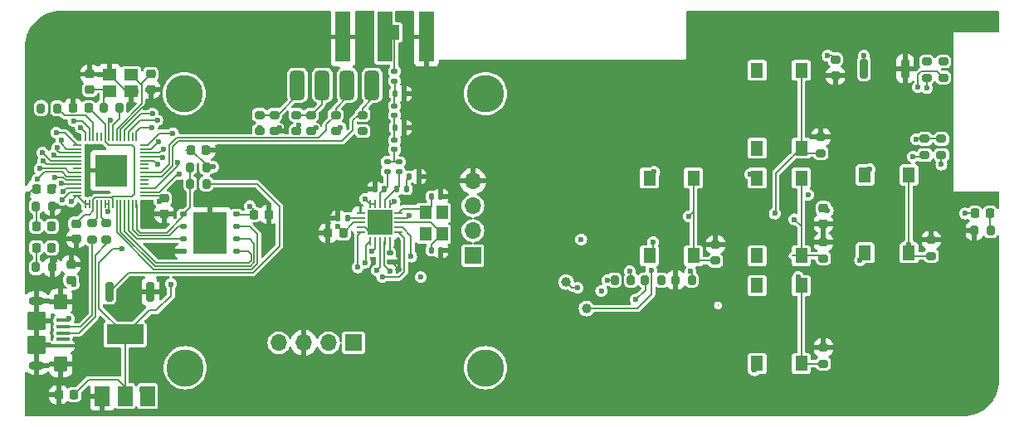
<source format=gbr>
%TF.GenerationSoftware,KiCad,Pcbnew,7.0.10-7.0.10~ubuntu22.04.1*%
%TF.CreationDate,2024-03-26T22:08:59+01:00*%
%TF.ProjectId,hackbat,6861636b-6261-4742-9e6b-696361645f70,rev?*%
%TF.SameCoordinates,Original*%
%TF.FileFunction,Copper,L1,Top*%
%TF.FilePolarity,Positive*%
%FSLAX46Y46*%
G04 Gerber Fmt 4.6, Leading zero omitted, Abs format (unit mm)*
G04 Created by KiCad (PCBNEW 7.0.10-7.0.10~ubuntu22.04.1) date 2024-03-26 22:08:59*
%MOMM*%
%LPD*%
G01*
G04 APERTURE LIST*
G04 Aperture macros list*
%AMRoundRect*
0 Rectangle with rounded corners*
0 $1 Rounding radius*
0 $2 $3 $4 $5 $6 $7 $8 $9 X,Y pos of 4 corners*
0 Add a 4 corners polygon primitive as box body*
4,1,4,$2,$3,$4,$5,$6,$7,$8,$9,$2,$3,0*
0 Add four circle primitives for the rounded corners*
1,1,$1+$1,$2,$3*
1,1,$1+$1,$4,$5*
1,1,$1+$1,$6,$7*
1,1,$1+$1,$8,$9*
0 Add four rect primitives between the rounded corners*
20,1,$1+$1,$2,$3,$4,$5,0*
20,1,$1+$1,$4,$5,$6,$7,0*
20,1,$1+$1,$6,$7,$8,$9,0*
20,1,$1+$1,$8,$9,$2,$3,0*%
G04 Aperture macros list end*
%TA.AperFunction,NonConductor*%
%ADD10C,0.200000*%
%TD*%
%TA.AperFunction,ComponentPad*%
%ADD11C,0.600000*%
%TD*%
%TA.AperFunction,SMDPad,CuDef*%
%ADD12R,2.600000X2.600000*%
%TD*%
%TA.AperFunction,SMDPad,CuDef*%
%ADD13RoundRect,0.062500X0.362500X-0.062500X0.362500X0.062500X-0.362500X0.062500X-0.362500X-0.062500X0*%
%TD*%
%TA.AperFunction,SMDPad,CuDef*%
%ADD14RoundRect,0.062500X0.062500X-0.362500X0.062500X0.362500X-0.062500X0.362500X-0.062500X-0.362500X0*%
%TD*%
%TA.AperFunction,SMDPad,CuDef*%
%ADD15C,1.000000*%
%TD*%
%TA.AperFunction,ComponentPad*%
%ADD16R,1.700000X1.700000*%
%TD*%
%TA.AperFunction,ComponentPad*%
%ADD17O,1.700000X1.700000*%
%TD*%
%TA.AperFunction,SMDPad,CuDef*%
%ADD18RoundRect,0.218750X-0.218750X-0.256250X0.218750X-0.256250X0.218750X0.256250X-0.218750X0.256250X0*%
%TD*%
%TA.AperFunction,ComponentPad*%
%ADD19R,1.500000X1.500000*%
%TD*%
%TA.AperFunction,SMDPad,CuDef*%
%ADD20RoundRect,0.200000X-0.275000X0.200000X-0.275000X-0.200000X0.275000X-0.200000X0.275000X0.200000X0*%
%TD*%
%TA.AperFunction,SMDPad,CuDef*%
%ADD21RoundRect,0.147500X0.172500X-0.147500X0.172500X0.147500X-0.172500X0.147500X-0.172500X-0.147500X0*%
%TD*%
%TA.AperFunction,SMDPad,CuDef*%
%ADD22RoundRect,0.200000X0.200000X0.275000X-0.200000X0.275000X-0.200000X-0.275000X0.200000X-0.275000X0*%
%TD*%
%TA.AperFunction,SMDPad,CuDef*%
%ADD23RoundRect,0.140000X0.170000X-0.140000X0.170000X0.140000X-0.170000X0.140000X-0.170000X-0.140000X0*%
%TD*%
%TA.AperFunction,SMDPad,CuDef*%
%ADD24RoundRect,0.218750X0.218750X0.256250X-0.218750X0.256250X-0.218750X-0.256250X0.218750X-0.256250X0*%
%TD*%
%TA.AperFunction,SMDPad,CuDef*%
%ADD25R,1.500000X5.080000*%
%TD*%
%TA.AperFunction,SMDPad,CuDef*%
%ADD26RoundRect,0.200000X0.200000X0.800000X-0.200000X0.800000X-0.200000X-0.800000X0.200000X-0.800000X0*%
%TD*%
%TA.AperFunction,SMDPad,CuDef*%
%ADD27RoundRect,0.225000X-0.225000X-0.250000X0.225000X-0.250000X0.225000X0.250000X-0.225000X0.250000X0*%
%TD*%
%TA.AperFunction,SMDPad,CuDef*%
%ADD28RoundRect,0.200000X-0.200000X-0.275000X0.200000X-0.275000X0.200000X0.275000X-0.200000X0.275000X0*%
%TD*%
%TA.AperFunction,SMDPad,CuDef*%
%ADD29RoundRect,0.140000X0.140000X0.170000X-0.140000X0.170000X-0.140000X-0.170000X0.140000X-0.170000X0*%
%TD*%
%TA.AperFunction,SMDPad,CuDef*%
%ADD30RoundRect,0.200000X0.275000X-0.200000X0.275000X0.200000X-0.275000X0.200000X-0.275000X-0.200000X0*%
%TD*%
%TA.AperFunction,SMDPad,CuDef*%
%ADD31R,1.300000X1.550000*%
%TD*%
%TA.AperFunction,SMDPad,CuDef*%
%ADD32RoundRect,0.125000X-0.250000X-0.125000X0.250000X-0.125000X0.250000X0.125000X-0.250000X0.125000X0*%
%TD*%
%TA.AperFunction,SMDPad,CuDef*%
%ADD33R,3.400000X4.300000*%
%TD*%
%TA.AperFunction,SMDPad,CuDef*%
%ADD34RoundRect,0.140000X-0.140000X-0.170000X0.140000X-0.170000X0.140000X0.170000X-0.140000X0.170000X0*%
%TD*%
%TA.AperFunction,ComponentPad*%
%ADD35C,3.800000*%
%TD*%
%TA.AperFunction,ComponentPad*%
%ADD36RoundRect,0.375000X0.375000X-1.125000X0.375000X1.125000X-0.375000X1.125000X-0.375000X-1.125000X0*%
%TD*%
%TA.AperFunction,SMDPad,CuDef*%
%ADD37RoundRect,0.100000X-0.575000X0.100000X-0.575000X-0.100000X0.575000X-0.100000X0.575000X0.100000X0*%
%TD*%
%TA.AperFunction,ComponentPad*%
%ADD38O,1.600000X0.900000*%
%TD*%
%TA.AperFunction,SMDPad,CuDef*%
%ADD39RoundRect,0.250000X-0.450000X0.550000X-0.450000X-0.550000X0.450000X-0.550000X0.450000X0.550000X0*%
%TD*%
%TA.AperFunction,SMDPad,CuDef*%
%ADD40RoundRect,0.250000X-0.700000X0.700000X-0.700000X-0.700000X0.700000X-0.700000X0.700000X0.700000X0*%
%TD*%
%TA.AperFunction,SMDPad,CuDef*%
%ADD41RoundRect,0.225000X-0.250000X0.225000X-0.250000X-0.225000X0.250000X-0.225000X0.250000X0.225000X0*%
%TD*%
%TA.AperFunction,SMDPad,CuDef*%
%ADD42RoundRect,0.050000X0.387500X0.050000X-0.387500X0.050000X-0.387500X-0.050000X0.387500X-0.050000X0*%
%TD*%
%TA.AperFunction,SMDPad,CuDef*%
%ADD43RoundRect,0.050000X0.050000X0.387500X-0.050000X0.387500X-0.050000X-0.387500X0.050000X-0.387500X0*%
%TD*%
%TA.AperFunction,SMDPad,CuDef*%
%ADD44R,3.200000X3.200000*%
%TD*%
%TA.AperFunction,SMDPad,CuDef*%
%ADD45RoundRect,0.135000X0.135000X0.185000X-0.135000X0.185000X-0.135000X-0.185000X0.135000X-0.185000X0*%
%TD*%
%TA.AperFunction,SMDPad,CuDef*%
%ADD46R,1.400000X1.200000*%
%TD*%
%TA.AperFunction,SMDPad,CuDef*%
%ADD47RoundRect,0.225000X0.250000X-0.225000X0.250000X0.225000X-0.250000X0.225000X-0.250000X-0.225000X0*%
%TD*%
%TA.AperFunction,SMDPad,CuDef*%
%ADD48RoundRect,0.140000X-0.170000X0.140000X-0.170000X-0.140000X0.170000X-0.140000X0.170000X0.140000X0*%
%TD*%
%TA.AperFunction,SMDPad,CuDef*%
%ADD49RoundRect,0.147500X0.147500X0.172500X-0.147500X0.172500X-0.147500X-0.172500X0.147500X-0.172500X0*%
%TD*%
%TA.AperFunction,SMDPad,CuDef*%
%ADD50RoundRect,0.200000X-0.200000X-0.800000X0.200000X-0.800000X0.200000X0.800000X-0.200000X0.800000X0*%
%TD*%
%TA.AperFunction,SMDPad,CuDef*%
%ADD51R,1.200000X1.400000*%
%TD*%
%TA.AperFunction,SMDPad,CuDef*%
%ADD52R,1.500000X2.000000*%
%TD*%
%TA.AperFunction,SMDPad,CuDef*%
%ADD53R,3.800000X2.000000*%
%TD*%
%TA.AperFunction,SMDPad,CuDef*%
%ADD54RoundRect,0.225000X0.225000X0.250000X-0.225000X0.250000X-0.225000X-0.250000X0.225000X-0.250000X0*%
%TD*%
%TA.AperFunction,ViaPad*%
%ADD55C,0.600000*%
%TD*%
%TA.AperFunction,Conductor*%
%ADD56C,0.127000*%
%TD*%
%TA.AperFunction,Conductor*%
%ADD57C,0.200000*%
%TD*%
G04 APERTURE END LIST*
D10*
X161000001Y-90365000D02*
G75*
G03*
X160999999Y-90365000I-1J0D01*
G01*
X160999999Y-90365000D02*
G75*
G03*
X161000001Y-90365000I1J0D01*
G01*
D11*
%TO.P,U6,21,GND*%
%TO.N,GND*%
X127400000Y-81025000D03*
X125600000Y-81025000D03*
D12*
X126500000Y-81925000D03*
D11*
X127400000Y-82825000D03*
X125600000Y-82825000D03*
D13*
%TO.P,U6,20,SI*%
%TO.N,spi_tx*%
X124575000Y-82925000D03*
%TO.P,U6,19,GND*%
%TO.N,GND*%
X124575000Y-82425000D03*
%TO.P,U6,18,DGUARD*%
%TO.N,+3V3*%
X124575000Y-81925000D03*
%TO.P,U6,17,RBIAS*%
%TO.N,Net-(U6-RBIAS)*%
X124575000Y-81425000D03*
%TO.P,U6,16,GND*%
%TO.N,GND*%
X124575000Y-80925000D03*
D14*
%TO.P,U6,15,AVDD*%
%TO.N,+3V3*%
X125500000Y-80000000D03*
%TO.P,U6,14,AVDD*%
X126000000Y-80000000D03*
%TO.P,U6,13,RF_N*%
%TO.N,Net-(U6-RF_N)*%
X126500000Y-80000000D03*
%TO.P,U6,12,RF_P*%
%TO.N,Net-(U6-RF_P)*%
X127000000Y-80000000D03*
%TO.P,U6,11,AVDD*%
%TO.N,+3V3*%
X127500000Y-80000000D03*
D13*
%TO.P,U6,10,XOSC_Q2*%
%TO.N,Net-(U6-XOSC_Q2)*%
X128425000Y-80925000D03*
%TO.P,U6,9,AVDD*%
%TO.N,+3V3*%
X128425000Y-81425000D03*
%TO.P,U6,8,XOSC_Q1*%
%TO.N,Net-(U6-XOSC_Q1)*%
X128425000Y-81925000D03*
%TO.P,U6,7,CSn*%
%TO.N,spi_rf_cs*%
X128425000Y-82425000D03*
%TO.P,U6,6,GDO0*%
%TO.N,rf_gd0*%
X128425000Y-82925000D03*
D14*
%TO.P,U6,5,DCOUPL*%
%TO.N,Net-(U6-DCOUPL)*%
X127500000Y-83850000D03*
%TO.P,U6,4,DVDD*%
%TO.N,+3V3*%
X127000000Y-83850000D03*
%TO.P,U6,3,GDO2*%
%TO.N,rf_gd2*%
X126500000Y-83850000D03*
%TO.P,U6,2,SO(GDO1)*%
%TO.N,spi_rx*%
X126000000Y-83850000D03*
%TO.P,U6,1,SCLK*%
%TO.N,spi_clk*%
X125500000Y-83850000D03*
%TD*%
D15*
%TO.P,TP8,1,1*%
%TO.N,sdcard_sclk*%
X147600000Y-90700000D03*
%TD*%
%TO.P,TP7,1,1*%
%TO.N,sdcard_cs*%
X145500000Y-88000000D03*
%TD*%
D16*
%TO.P,J5,1,Pin_1*%
%TO.N,uart_tx*%
X123820000Y-94200000D03*
D17*
%TO.P,J5,2,Pin_2*%
%TO.N,uart_rx*%
X121280000Y-94200000D03*
%TO.P,J5,3,Pin_3*%
%TO.N,GND*%
X118740000Y-94200000D03*
%TO.P,J5,4,Pin_4*%
%TO.N,+3V3*%
X116200000Y-94200000D03*
%TD*%
D18*
%TO.P,D1,1,K*%
%TO.N,Net-(D1-K)*%
X91462500Y-84500000D03*
%TO.P,D1,2,A*%
%TO.N,led_0*%
X93037500Y-84500000D03*
%TD*%
D19*
%TO.P,AE1,1,A*%
%TO.N,Net-(AE1-A)*%
X127750000Y-62500000D03*
%TD*%
D20*
%TO.P,R16,1*%
%TO.N,Net-(U5-GND)*%
X119500000Y-70925000D03*
%TO.P,R16,2*%
%TO.N,GND*%
X119500000Y-72575000D03*
%TD*%
D21*
%TO.P,L4,1*%
%TO.N,Net-(C15-Pad1)*%
X128000000Y-70965000D03*
%TO.P,L4,2*%
%TO.N,Net-(C16-Pad1)*%
X128000000Y-69995000D03*
%TD*%
D22*
%TO.P,R8,1*%
%TO.N,GND*%
X93075000Y-80250000D03*
%TO.P,R8,2*%
%TO.N,Net-(D2-K)*%
X91425000Y-80250000D03*
%TD*%
D23*
%TO.P,C17,1*%
%TO.N,Net-(C16-Pad1)*%
X128000000Y-67460000D03*
%TO.P,C17,2*%
%TO.N,Net-(AE1-A)*%
X128000000Y-66500000D03*
%TD*%
D24*
%TO.P,D3,1,K*%
%TO.N,Net-(D3-K)*%
X188787500Y-81000000D03*
%TO.P,D3,2,A*%
%TO.N,Net-(D3-A)*%
X187212500Y-81000000D03*
%TD*%
D18*
%TO.P,D2,1,K*%
%TO.N,Net-(D2-K)*%
X91462500Y-82290000D03*
%TO.P,D2,2,A*%
%TO.N,led_1*%
X93037500Y-82290000D03*
%TD*%
D22*
%TO.P,R7,1*%
%TO.N,GND*%
X93075000Y-86500000D03*
%TO.P,R7,2*%
%TO.N,Net-(D1-K)*%
X91425000Y-86500000D03*
%TD*%
D20*
%TO.P,R10,1*%
%TO.N,GND*%
X182750000Y-83675000D03*
%TO.P,R10,2*%
%TO.N,button_right*%
X182750000Y-85325000D03*
%TD*%
D25*
%TO.P,J1,1,In*%
%TO.N,Net-(AE1-A)*%
X127000000Y-62962500D03*
%TO.P,J1,2,Ext*%
%TO.N,GND*%
X122750000Y-62962500D03*
X131250000Y-62962500D03*
%TD*%
D26*
%TO.P,SW1,1,1*%
%TO.N,GND*%
X103100000Y-89000000D03*
%TO.P,SW1,2,2*%
%TO.N,Net-(R1-Pad2)*%
X98900000Y-89000000D03*
%TD*%
D27*
%TO.P,C8,1*%
%TO.N,GND*%
X121225000Y-83000000D03*
%TO.P,C8,2*%
%TO.N,+3V3*%
X122775000Y-83000000D03*
%TD*%
D28*
%TO.P,R20,1*%
%TO.N,GND*%
X187175000Y-82750000D03*
%TO.P,R20,2*%
%TO.N,Net-(D3-K)*%
X188825000Y-82750000D03*
%TD*%
D29*
%TO.P,C13,1*%
%TO.N,Net-(U6-RF_N)*%
X126965000Y-78500000D03*
%TO.P,C13,2*%
%TO.N,GND*%
X126005000Y-78500000D03*
%TD*%
D30*
%TO.P,R28,1*%
%TO.N,Net-(U4-EN)*%
X182100000Y-75025000D03*
%TO.P,R28,2*%
%TO.N,+3V3*%
X182100000Y-73375000D03*
%TD*%
D31*
%TO.P,SW3,1,1*%
%TO.N,+3V3*%
X176000000Y-85000000D03*
X176000000Y-77050000D03*
%TO.P,SW3,2,2*%
%TO.N,button_right*%
X180500000Y-85000000D03*
X180500000Y-77050000D03*
%TD*%
D30*
%TO.P,R4,1*%
%TO.N,Net-(J2-D-)*%
X97125000Y-83625000D03*
%TO.P,R4,2*%
%TO.N,Net-(U2-USB_DM)*%
X97125000Y-81975000D03*
%TD*%
D31*
%TO.P,SW6,1,1*%
%TO.N,+3V3*%
X165000000Y-85315000D03*
X165000000Y-77365000D03*
%TO.P,SW6,2,2*%
%TO.N,button_enter*%
X169500000Y-85315000D03*
X169500000Y-77365000D03*
%TD*%
D23*
%TO.P,C21,1*%
%TO.N,Net-(U6-RF_P)*%
X128500000Y-76710000D03*
%TO.P,C21,2*%
%TO.N,Net-(C21-Pad2)*%
X128500000Y-75750000D03*
%TD*%
D20*
%TO.P,R14,1*%
%TO.N,i2c_scl*%
X122000000Y-70925000D03*
%TO.P,R14,2*%
%TO.N,+3V3*%
X122000000Y-72575000D03*
%TD*%
D32*
%TO.P,U1,1,~{CS}*%
%TO.N,FLASH_CS*%
X106475000Y-81070000D03*
%TO.P,U1,2,DO(IO1)*%
%TO.N,FLASH_SD1*%
X106475000Y-82340000D03*
%TO.P,U1,3,IO2*%
%TO.N,FLASH_SD2*%
X106475000Y-83610000D03*
%TO.P,U1,4,GND*%
%TO.N,GND*%
X106475000Y-84880000D03*
%TO.P,U1,5,DI(IO0)*%
%TO.N,FLASH_SD0*%
X111875000Y-84880000D03*
%TO.P,U1,6,CLK*%
%TO.N,FLASH_SCLK*%
X111875000Y-83610000D03*
%TO.P,U1,7,IO3*%
%TO.N,FLASH_SD3*%
X111875000Y-82340000D03*
%TO.P,U1,8,VCC*%
%TO.N,+3V3*%
X111875000Y-81070000D03*
D33*
%TO.P,U1,9,EP*%
%TO.N,GND*%
X109175000Y-82975000D03*
%TD*%
D34*
%TO.P,C16,1*%
%TO.N,Net-(C16-Pad1)*%
X128020000Y-68730000D03*
%TO.P,C16,2*%
%TO.N,GND*%
X128980000Y-68730000D03*
%TD*%
D20*
%TO.P,R9,1*%
%TO.N,GND*%
X171500000Y-73175000D03*
%TO.P,R9,2*%
%TO.N,button_up*%
X171500000Y-74825000D03*
%TD*%
D22*
%TO.P,R24,1*%
%TO.N,Net-(J4-DAT0)*%
X155225000Y-87800000D03*
%TO.P,R24,2*%
%TO.N,sdcard_miso*%
X153575000Y-87800000D03*
%TD*%
D35*
%TO.P,U5,*%
%TO.N,*%
X106550000Y-68750000D03*
X106650000Y-96750000D03*
X137300000Y-68750000D03*
X137300000Y-96750000D03*
D36*
%TO.P,U5,1,VCC_IN*%
%TO.N,Net-(U5-VCC_IN)*%
X118100000Y-67900000D03*
%TO.P,U5,2,GND*%
%TO.N,Net-(U5-GND)*%
X120640000Y-67900000D03*
%TO.P,U5,3,SCL*%
%TO.N,i2c_scl*%
X123180000Y-67900000D03*
%TO.P,U5,4,SDA*%
%TO.N,i2c_sda*%
X125720000Y-67900000D03*
%TD*%
D37*
%TO.P,J2,1,VBUS*%
%TO.N,+5V*%
X94175000Y-91900000D03*
%TO.P,J2,2,D-*%
%TO.N,Net-(J2-D-)*%
X94175000Y-92550000D03*
%TO.P,J2,3,D+*%
%TO.N,Net-(J2-D+)*%
X94175000Y-93200000D03*
%TO.P,J2,4,ID*%
%TO.N,unconnected-(J2-ID-Pad4)*%
X94175000Y-93850000D03*
%TO.P,J2,5,GND*%
%TO.N,GND*%
X94175000Y-94500000D03*
D38*
%TO.P,J2,6,Shield*%
X91500000Y-89900000D03*
D39*
X93950000Y-90000000D03*
D40*
X91500000Y-92000000D03*
X91500000Y-94400000D03*
D39*
X93950000Y-96400000D03*
D38*
X91500000Y-96500000D03*
%TD*%
D31*
%TO.P,SW5,1,1*%
%TO.N,+3V3*%
X165000000Y-96315000D03*
X165000000Y-88365000D03*
%TO.P,SW5,2,2*%
%TO.N,button_down*%
X169500000Y-96315000D03*
X169500000Y-88365000D03*
%TD*%
D41*
%TO.P,C1,1*%
%TO.N,GND*%
X95000000Y-86225000D03*
%TO.P,C1,2*%
%TO.N,+5V*%
X95000000Y-87775000D03*
%TD*%
D21*
%TO.P,L1,1*%
%TO.N,Net-(U6-RF_N)*%
X127250000Y-76715000D03*
%TO.P,L1,2*%
%TO.N,Net-(C21-Pad2)*%
X127250000Y-75745000D03*
%TD*%
D28*
%TO.P,R6,1*%
%TO.N,Net-(C3-Pad2)*%
X98300000Y-70200000D03*
%TO.P,R6,2*%
%TO.N,Net-(U2-XOUT)*%
X99950000Y-70200000D03*
%TD*%
D31*
%TO.P,SW2,1,1*%
%TO.N,+3V3*%
X165000000Y-74315000D03*
X165000000Y-66365000D03*
%TO.P,SW2,2,2*%
%TO.N,button_up*%
X169500000Y-74315000D03*
X169500000Y-66365000D03*
%TD*%
D27*
%TO.P,C5,1*%
%TO.N,GND*%
X95225000Y-70200000D03*
%TO.P,C5,2*%
%TO.N,+1V1*%
X96775000Y-70200000D03*
%TD*%
D20*
%TO.P,R13,1*%
%TO.N,GND*%
X171750000Y-83925000D03*
%TO.P,R13,2*%
%TO.N,button_enter*%
X171750000Y-85575000D03*
%TD*%
D30*
%TO.P,R29,1*%
%TO.N,GND*%
X173000000Y-66925000D03*
%TO.P,R29,2*%
%TO.N,Net-(U4-GPIO15)*%
X173000000Y-65275000D03*
%TD*%
%TO.P,R27,1*%
%TO.N,Net-(U4-~{RST})*%
X183800000Y-75025000D03*
%TO.P,R27,2*%
%TO.N,+3V3*%
X183800000Y-73375000D03*
%TD*%
D20*
%TO.P,R12,1*%
%TO.N,GND*%
X171750000Y-94675000D03*
%TO.P,R12,2*%
%TO.N,button_down*%
X171750000Y-96325000D03*
%TD*%
D27*
%TO.P,C4,1*%
%TO.N,+3V3*%
X113650000Y-81100000D03*
%TO.P,C4,2*%
%TO.N,GND*%
X115200000Y-81100000D03*
%TD*%
D42*
%TO.P,U2,1,IOVDD*%
%TO.N,+3V3*%
X102500000Y-79200000D03*
%TO.P,U2,2,GPIO0*%
%TO.N,wifi_rxd*%
X102500000Y-78800000D03*
%TO.P,U2,3,GPIO1*%
%TO.N,wifi_txd*%
X102500000Y-78400000D03*
%TO.P,U2,4,GPIO2*%
%TO.N,unconnected-(U2-GPIO2-Pad4)*%
X102500000Y-78000000D03*
%TO.P,U2,5,GPIO3*%
%TO.N,unconnected-(U2-GPIO3-Pad5)*%
X102500000Y-77600000D03*
%TO.P,U2,6,GPIO4*%
%TO.N,i2c_sda*%
X102500000Y-77200000D03*
%TO.P,U2,7,GPIO5*%
%TO.N,i2c_scl*%
X102500000Y-76800000D03*
%TO.P,U2,8,GPIO6*%
%TO.N,unconnected-(U2-GPIO6-Pad8)*%
X102500000Y-76400000D03*
%TO.P,U2,9,GPIO7*%
%TO.N,unconnected-(U2-GPIO7-Pad9)*%
X102500000Y-76000000D03*
%TO.P,U2,10,IOVDD*%
%TO.N,+3V3*%
X102500000Y-75600000D03*
%TO.P,U2,11,GPIO8*%
%TO.N,sdcard_miso*%
X102500000Y-75200000D03*
%TO.P,U2,12,GPIO9*%
%TO.N,sdcard_cs*%
X102500000Y-74800000D03*
%TO.P,U2,13,GPIO10*%
%TO.N,sdcard_sclk*%
X102500000Y-74400000D03*
%TO.P,U2,14,GPIO11*%
%TO.N,sdcard_mosi*%
X102500000Y-74000000D03*
D43*
%TO.P,U2,15,GPIO12*%
%TO.N,sdcard_detection*%
X101662500Y-73162500D03*
%TO.P,U2,16,GPIO13*%
%TO.N,unconnected-(U2-GPIO13-Pad16)*%
X101262500Y-73162500D03*
%TO.P,U2,17,GPIO14*%
%TO.N,led_0*%
X100862500Y-73162500D03*
%TO.P,U2,18,GPIO15*%
%TO.N,led_1*%
X100462500Y-73162500D03*
%TO.P,U2,19,TESTEN*%
%TO.N,GND*%
X100062500Y-73162500D03*
%TO.P,U2,20,XIN*%
%TO.N,Net-(U2-XIN)*%
X99662500Y-73162500D03*
%TO.P,U2,21,XOUT*%
%TO.N,Net-(U2-XOUT)*%
X99262500Y-73162500D03*
%TO.P,U2,22,IOVDD*%
%TO.N,+3V3*%
X98862500Y-73162500D03*
%TO.P,U2,23,DVDD*%
%TO.N,+1V1*%
X98462500Y-73162500D03*
%TO.P,U2,24,SWCLK*%
%TO.N,unconnected-(U2-SWCLK-Pad24)*%
X98062500Y-73162500D03*
%TO.P,U2,25,SWD*%
%TO.N,unconnected-(U2-SWD-Pad25)*%
X97662500Y-73162500D03*
%TO.P,U2,26,RUN*%
%TO.N,Net-(U2-RUN)*%
X97262500Y-73162500D03*
%TO.P,U2,27,GPIO16*%
%TO.N,spi_rx*%
X96862500Y-73162500D03*
%TO.P,U2,28,GPIO17*%
%TO.N,spi_rf_cs*%
X96462500Y-73162500D03*
D42*
%TO.P,U2,29,GPIO18*%
%TO.N,spi_clk*%
X95625000Y-74000000D03*
%TO.P,U2,30,GPIO19*%
%TO.N,spi_tx*%
X95625000Y-74400000D03*
%TO.P,U2,31,GPIO20*%
%TO.N,rf_gd2*%
X95625000Y-74800000D03*
%TO.P,U2,32,GPIO21*%
%TO.N,rf_gd0*%
X95625000Y-75200000D03*
%TO.P,U2,33,IOVDD*%
%TO.N,+3V3*%
X95625000Y-75600000D03*
%TO.P,U2,34,GPIO22*%
%TO.N,button_up*%
X95625000Y-76000000D03*
%TO.P,U2,35,GPIO23*%
%TO.N,unconnected-(U2-GPIO23-Pad35)*%
X95625000Y-76400000D03*
%TO.P,U2,36,GPIO24*%
%TO.N,uart_tx*%
X95625000Y-76800000D03*
%TO.P,U2,37,GPIO25*%
%TO.N,uart_rx*%
X95625000Y-77200000D03*
%TO.P,U2,38,GPIO26_ADC0*%
%TO.N,button_left*%
X95625000Y-77600000D03*
%TO.P,U2,39,GPIO27_ADC1*%
%TO.N,button_enter*%
X95625000Y-78000000D03*
%TO.P,U2,40,GPIO28_ADC2*%
%TO.N,button_right*%
X95625000Y-78400000D03*
%TO.P,U2,41,GPIO29_ADC3*%
%TO.N,button_down*%
X95625000Y-78800000D03*
%TO.P,U2,42,IOVDD*%
%TO.N,+3V3*%
X95625000Y-79200000D03*
D43*
%TO.P,U2,43,ADC_AVDD*%
X96462500Y-80037500D03*
%TO.P,U2,44,VREG_IN*%
X96862500Y-80037500D03*
%TO.P,U2,45,VREG_VOUT*%
%TO.N,+1V1*%
X97262500Y-80037500D03*
%TO.P,U2,46,USB_DM*%
%TO.N,Net-(U2-USB_DM)*%
X97662500Y-80037500D03*
%TO.P,U2,47,USB_DP*%
%TO.N,Net-(U2-USB_DP)*%
X98062500Y-80037500D03*
%TO.P,U2,48,USB_VDD*%
%TO.N,+3V3*%
X98462500Y-80037500D03*
%TO.P,U2,49,IOVDD*%
X98862500Y-80037500D03*
%TO.P,U2,50,DVDD*%
%TO.N,+1V1*%
X99262500Y-80037500D03*
%TO.P,U2,51,QSPI_SD3*%
%TO.N,FLASH_SD3*%
X99662500Y-80037500D03*
%TO.P,U2,52,QSPI_SCLK*%
%TO.N,FLASH_SCLK*%
X100062500Y-80037500D03*
%TO.P,U2,53,QSPI_SD0*%
%TO.N,FLASH_SD0*%
X100462500Y-80037500D03*
%TO.P,U2,54,QSPI_SD2*%
%TO.N,FLASH_SD2*%
X100862500Y-80037500D03*
%TO.P,U2,55,QSPI_SD1*%
%TO.N,FLASH_SD1*%
X101262500Y-80037500D03*
%TO.P,U2,56,QSPI_SS*%
%TO.N,FLASH_CS*%
X101662500Y-80037500D03*
D44*
%TO.P,U2,57,GND*%
%TO.N,GND*%
X99062500Y-76600000D03*
%TD*%
D45*
%TO.P,R21,1*%
%TO.N,Net-(U6-RBIAS)*%
X123260000Y-81500000D03*
%TO.P,R21,2*%
%TO.N,GND*%
X122240000Y-81500000D03*
%TD*%
D34*
%TO.P,C19,1*%
%TO.N,Net-(U6-XOSC_Q1)*%
X131770000Y-84750000D03*
%TO.P,C19,2*%
%TO.N,GND*%
X132730000Y-84750000D03*
%TD*%
D46*
%TO.P,Y1,1,1*%
%TO.N,Net-(C3-Pad2)*%
X98925000Y-68550000D03*
%TO.P,Y1,2,2*%
%TO.N,GND*%
X101125000Y-68550000D03*
%TO.P,Y1,3,3*%
%TO.N,Net-(U2-XIN)*%
X101125000Y-66850000D03*
%TO.P,Y1,4,4*%
%TO.N,GND*%
X98925000Y-66850000D03*
%TD*%
D28*
%TO.P,R2,1*%
%TO.N,FLASH_CS*%
X107150000Y-76270000D03*
%TO.P,R2,2*%
%TO.N,+3V3*%
X108800000Y-76270000D03*
%TD*%
D30*
%TO.P,R26,1*%
%TO.N,wifi_rxd*%
X182300000Y-67125000D03*
%TO.P,R26,2*%
%TO.N,Net-(U4-GPIO3{slash}RXD)*%
X182300000Y-65475000D03*
%TD*%
D22*
%TO.P,R5,1*%
%TO.N,Net-(U2-RUN)*%
X93575000Y-70250000D03*
%TO.P,R5,2*%
%TO.N,+3V3*%
X91925000Y-70250000D03*
%TD*%
D21*
%TO.P,L3,1*%
%TO.N,Net-(C21-Pad2)*%
X128000000Y-74465000D03*
%TO.P,L3,2*%
%TO.N,Net-(C15-Pad1)*%
X128000000Y-73495000D03*
%TD*%
D20*
%TO.P,R17,1*%
%TO.N,Net-(U5-GND)*%
X118000000Y-70925000D03*
%TO.P,R17,2*%
%TO.N,+3V3*%
X118000000Y-72575000D03*
%TD*%
D22*
%TO.P,R23,1*%
%TO.N,Net-(J4-CMD)*%
X152125000Y-87800000D03*
%TO.P,R23,2*%
%TO.N,sdcard_mosi*%
X150475000Y-87800000D03*
%TD*%
D47*
%TO.P,C10,1*%
%TO.N,GND*%
X104500000Y-81025000D03*
%TO.P,C10,2*%
%TO.N,+3V3*%
X104500000Y-79475000D03*
%TD*%
D48*
%TO.P,C18,1*%
%TO.N,Net-(U6-DCOUPL)*%
X127500000Y-85000000D03*
%TO.P,C18,2*%
%TO.N,GND*%
X127500000Y-85960000D03*
%TD*%
D34*
%TO.P,C20,1*%
%TO.N,Net-(U6-XOSC_Q2)*%
X131770000Y-79250000D03*
%TO.P,C20,2*%
%TO.N,GND*%
X132730000Y-79250000D03*
%TD*%
D30*
%TO.P,R3,1*%
%TO.N,Net-(J2-D+)*%
X98625000Y-83625000D03*
%TO.P,R3,2*%
%TO.N,Net-(U2-USB_DP)*%
X98625000Y-81975000D03*
%TD*%
D49*
%TO.P,L2,1*%
%TO.N,Net-(C14-Pad2)*%
X129220000Y-78500000D03*
%TO.P,L2,2*%
%TO.N,Net-(U6-RF_P)*%
X128250000Y-78500000D03*
%TD*%
D50*
%TO.P,SW7,1,1*%
%TO.N,Net-(U4-GPIO0)*%
X175900000Y-66200000D03*
%TO.P,SW7,2,2*%
%TO.N,GND*%
X180100000Y-66200000D03*
%TD*%
D31*
%TO.P,SW4,1,1*%
%TO.N,+3V3*%
X154000000Y-85315000D03*
X154000000Y-77365000D03*
%TO.P,SW4,2,2*%
%TO.N,button_left*%
X158500000Y-85315000D03*
X158500000Y-77365000D03*
%TD*%
D47*
%TO.P,C2,1*%
%TO.N,GND*%
X103125000Y-68325000D03*
%TO.P,C2,2*%
%TO.N,Net-(U2-XIN)*%
X103125000Y-66775000D03*
%TD*%
D28*
%TO.P,R22,1*%
%TO.N,GND*%
X156675000Y-87800000D03*
%TO.P,R22,2*%
%TO.N,sdcard_detection*%
X158325000Y-87800000D03*
%TD*%
%TO.P,R1,1*%
%TO.N,FLASH_CS*%
X107150000Y-77970000D03*
%TO.P,R1,2*%
%TO.N,Net-(R1-Pad2)*%
X108800000Y-77970000D03*
%TD*%
D27*
%TO.P,C11,1*%
%TO.N,GND*%
X93725000Y-99500000D03*
%TO.P,C11,2*%
%TO.N,+3V3*%
X95275000Y-99500000D03*
%TD*%
D34*
%TO.P,C15,1*%
%TO.N,Net-(C15-Pad1)*%
X128020000Y-72230000D03*
%TO.P,C15,2*%
%TO.N,GND*%
X128980000Y-72230000D03*
%TD*%
D51*
%TO.P,Y2,1,1*%
%TO.N,Net-(U6-XOSC_Q2)*%
X131150000Y-80900000D03*
%TO.P,Y2,2,2*%
%TO.N,unconnected-(Y2-Pad2)*%
X131150000Y-83100000D03*
%TO.P,Y2,3,3*%
%TO.N,Net-(U6-XOSC_Q1)*%
X132850000Y-83100000D03*
%TO.P,Y2,4,4*%
%TO.N,unconnected-(Y2-Pad4)*%
X132850000Y-80900000D03*
%TD*%
D20*
%TO.P,R11,1*%
%TO.N,GND*%
X160750000Y-84175000D03*
%TO.P,R11,2*%
%TO.N,button_left*%
X160750000Y-85825000D03*
%TD*%
D41*
%TO.P,C3,1*%
%TO.N,GND*%
X96925000Y-66775000D03*
%TO.P,C3,2*%
%TO.N,Net-(C3-Pad2)*%
X96925000Y-68325000D03*
%TD*%
D27*
%TO.P,C9,1*%
%TO.N,GND*%
X91475000Y-78500000D03*
%TO.P,C9,2*%
%TO.N,+3V3*%
X93025000Y-78500000D03*
%TD*%
D52*
%TO.P,U3,1,GND*%
%TO.N,GND*%
X98200000Y-99650000D03*
%TO.P,U3,2,VO*%
%TO.N,+3V3*%
X100500000Y-99650000D03*
D53*
X100500000Y-93350000D03*
D52*
%TO.P,U3,3,VI*%
%TO.N,+5V*%
X102800000Y-99650000D03*
%TD*%
D30*
%TO.P,R25,1*%
%TO.N,wifi_txd*%
X184000000Y-67125000D03*
%TO.P,R25,2*%
%TO.N,Net-(U4-GPIO1{slash}TXD)*%
X184000000Y-65475000D03*
%TD*%
D47*
%TO.P,C12,1*%
%TO.N,GND*%
X171750000Y-82025000D03*
%TO.P,C12,2*%
%TO.N,+3V3*%
X171750000Y-80475000D03*
%TD*%
D54*
%TO.P,C7,1*%
%TO.N,GND*%
X108775000Y-74500000D03*
%TO.P,C7,2*%
%TO.N,+3V3*%
X107225000Y-74500000D03*
%TD*%
D20*
%TO.P,R15,1*%
%TO.N,i2c_sda*%
X124750000Y-70925000D03*
%TO.P,R15,2*%
%TO.N,+3V3*%
X124750000Y-72575000D03*
%TD*%
D47*
%TO.P,C6,1*%
%TO.N,GND*%
X95500000Y-83580000D03*
%TO.P,C6,2*%
%TO.N,+1V1*%
X95500000Y-82030000D03*
%TD*%
D29*
%TO.P,C14,1*%
%TO.N,GND*%
X130480000Y-77230000D03*
%TO.P,C14,2*%
%TO.N,Net-(C14-Pad2)*%
X129520000Y-77230000D03*
%TD*%
D20*
%TO.P,R18,1*%
%TO.N,Net-(U5-VCC_IN)*%
X115750000Y-70925000D03*
%TO.P,R18,2*%
%TO.N,GND*%
X115750000Y-72575000D03*
%TD*%
%TO.P,R19,1*%
%TO.N,Net-(U5-VCC_IN)*%
X114240000Y-70925000D03*
%TO.P,R19,2*%
%TO.N,+3V3*%
X114240000Y-72575000D03*
%TD*%
D16*
%TO.P,J3,1,Pin_1*%
%TO.N,i2c_scl*%
X136000000Y-85300000D03*
D17*
%TO.P,J3,2,Pin_2*%
%TO.N,i2c_sda*%
X136000000Y-82760000D03*
%TO.P,J3,3,Pin_3*%
%TO.N,+3V3*%
X136000000Y-80220000D03*
%TO.P,J3,4,Pin_4*%
%TO.N,GND*%
X136000000Y-77680000D03*
%TD*%
D55*
%TO.N,GND*%
X100300000Y-89700000D03*
X104000000Y-87700000D03*
X106800000Y-88000000D03*
%TO.N,+3V3*%
X105200000Y-88200000D03*
X100200000Y-84600000D03*
%TO.N,GND*%
X155300000Y-85900000D03*
%TO.N,led_0*%
X93037500Y-84500000D03*
X103800000Y-71500000D03*
%TO.N,led_1*%
X93037500Y-82290000D03*
X103300000Y-70800000D03*
%TO.N,GND*%
X93300000Y-85800000D03*
X93500000Y-80200000D03*
X90600000Y-79000000D03*
X128436500Y-86700000D03*
%TO.N,spi_clk*%
X130700000Y-87500000D03*
%TO.N,sdcard_cs*%
X146700000Y-88600000D03*
%TO.N,uart_rx*%
X91536500Y-77525000D03*
%TO.N,uart_tx*%
X91800000Y-76400000D03*
%TO.N,GND*%
X120000000Y-72250000D03*
X116250000Y-72250000D03*
X99100000Y-76600000D03*
X100250000Y-75500000D03*
X102500000Y-82250000D03*
X103500000Y-84500000D03*
X102728219Y-70064612D03*
X105000000Y-84500000D03*
X103750000Y-82250000D03*
X98000000Y-75500000D03*
X115500000Y-82500000D03*
%TO.N,+5V*%
X102250000Y-99000000D03*
X94750000Y-91750000D03*
X103000000Y-100250000D03*
X95250000Y-88250000D03*
%TO.N,+3V3*%
X93250000Y-78250000D03*
X118250000Y-72000000D03*
X101750000Y-92750000D03*
X125000000Y-79500000D03*
X154500000Y-76750000D03*
X95000000Y-79750000D03*
X164750000Y-97000000D03*
X127500000Y-86900000D03*
X165000000Y-88500000D03*
X129500000Y-81250000D03*
X99000000Y-92750000D03*
X176500000Y-76500000D03*
X175500000Y-85750000D03*
X109500000Y-76250000D03*
X124686500Y-72575000D03*
X98750000Y-80750000D03*
X128000000Y-79750000D03*
X92000000Y-70000000D03*
X170200000Y-79100000D03*
X113250000Y-80250000D03*
X164750000Y-66750000D03*
X154400000Y-83900000D03*
X114250000Y-72250000D03*
X165000000Y-85500000D03*
X98976545Y-71476545D03*
X100500000Y-92750000D03*
X164300000Y-77000000D03*
X92100000Y-74800000D03*
X164750000Y-74750000D03*
X172200000Y-80700000D03*
X122233183Y-82320000D03*
X104000000Y-79750000D03*
X103800000Y-76000000D03*
X181200000Y-73400000D03*
X122500000Y-72250000D03*
%TO.N,sdcard_cs*%
X104436500Y-74398455D03*
X149100000Y-88900000D03*
%TO.N,Net-(J4-CMD)*%
X152000000Y-86900000D03*
%TO.N,sdcard_sclk*%
X154200000Y-86800000D03*
X103948455Y-73648455D03*
%TO.N,Net-(J4-DAT0)*%
X155225000Y-87800000D03*
%TO.N,button_up*%
X166800000Y-81000000D03*
X92151545Y-75648455D03*
%TO.N,button_right*%
X180500000Y-84200000D03*
X94151545Y-78751545D03*
%TO.N,button_left*%
X93300000Y-77300000D03*
X158000000Y-81282500D03*
%TO.N,button_down*%
X169200000Y-87500000D03*
X94100000Y-79600000D03*
%TO.N,button_enter*%
X168800000Y-81600000D03*
X94000000Y-77900000D03*
%TO.N,Net-(D3-A)*%
X186200000Y-81000000D03*
%TO.N,spi_rx*%
X95250000Y-71563500D03*
X125700000Y-84873000D03*
%TO.N,spi_rf_cs*%
X129700000Y-85400000D03*
X96000000Y-72250000D03*
%TO.N,spi_clk*%
X93500000Y-72750000D03*
X125000000Y-86000000D03*
%TO.N,spi_tx*%
X124250000Y-86500000D03*
X94000000Y-73500000D03*
%TO.N,rf_gd2*%
X126200000Y-86800000D03*
X93620424Y-74290924D03*
%TO.N,rf_gd0*%
X93250000Y-75000000D03*
X126750000Y-87500000D03*
%TO.N,sdcard_detection*%
X103263500Y-72236500D03*
X147048455Y-83648455D03*
X158200000Y-86900000D03*
%TO.N,sdcard_mosi*%
X105400000Y-72800000D03*
X149700000Y-87800000D03*
%TO.N,sdcard_miso*%
X104346209Y-75269738D03*
X152600000Y-89800000D03*
%TO.N,wifi_txd*%
X181400000Y-68100000D03*
X105900000Y-75800000D03*
%TO.N,Net-(U4-GPIO1{slash}TXD)*%
X184000000Y-65475000D03*
%TO.N,wifi_rxd*%
X106040294Y-76955500D03*
X182300000Y-68200000D03*
%TO.N,Net-(U4-GPIO3{slash}RXD)*%
X182300000Y-65475000D03*
%TO.N,Net-(U4-~{RST})*%
X183800000Y-76000000D03*
%TO.N,Net-(U4-EN)*%
X180900000Y-75200000D03*
%TO.N,Net-(U4-GPIO15)*%
X172200000Y-64900000D03*
%TO.N,Net-(U4-GPIO0)*%
X175900000Y-64900000D03*
%TD*%
D56*
%TO.N,FLASH_CS*%
X106475000Y-81070000D02*
X106475000Y-81250000D01*
X106475000Y-81250000D02*
X104769000Y-82956000D01*
X104769000Y-82956000D02*
X102043448Y-82956000D01*
X102043448Y-82956000D02*
X101700000Y-82612552D01*
X101700000Y-82612552D02*
X101700000Y-80075000D01*
X101700000Y-80075000D02*
X101662500Y-80037500D01*
%TO.N,FLASH_SD0*%
X100462500Y-80037500D02*
X100462500Y-82812604D01*
X100462500Y-82812604D02*
X103695896Y-86046000D01*
X103695896Y-86046000D02*
X113125000Y-86046000D01*
X113125000Y-86046000D02*
X113371000Y-85800000D01*
X113371000Y-85800000D02*
X113371000Y-85200000D01*
X113371000Y-85200000D02*
X113051000Y-84880000D01*
X113051000Y-84880000D02*
X111875000Y-84880000D01*
%TO.N,FLASH_SD2*%
X100862500Y-80037500D02*
X100862500Y-82750156D01*
X100862500Y-82750156D02*
X101722344Y-83610000D01*
X101722344Y-83610000D02*
X106475000Y-83610000D01*
%TO.N,wifi_txd*%
X105900000Y-75800000D02*
X105900000Y-76100000D01*
X105900000Y-76100000D02*
X103600000Y-78400000D01*
X103600000Y-78400000D02*
X102500000Y-78400000D01*
%TO.N,+1V1*%
X97262500Y-80037500D02*
X97262500Y-80737500D01*
X97262500Y-80737500D02*
X96900000Y-81100000D01*
X96900000Y-81100000D02*
X96400000Y-81100000D01*
X96400000Y-81100000D02*
X95500000Y-82000000D01*
X95500000Y-82000000D02*
X95500000Y-82030000D01*
%TO.N,Net-(D3-K)*%
X188787500Y-81000000D02*
X188787500Y-82712500D01*
X188787500Y-82712500D02*
X188825000Y-82750000D01*
D57*
%TO.N,+3V3*%
X105200000Y-89400000D02*
X105200000Y-88200000D01*
X102950000Y-90900000D02*
X103700000Y-90900000D01*
X100500000Y-93350000D02*
X102950000Y-90900000D01*
X103700000Y-90900000D02*
X105200000Y-89400000D01*
X99300000Y-84600000D02*
X100200000Y-84600000D01*
X97863500Y-90713500D02*
X97863500Y-86036500D01*
X100500000Y-93350000D02*
X97863500Y-90713500D01*
X97863500Y-86036500D02*
X99300000Y-84600000D01*
D56*
%TO.N,led_0*%
X102042758Y-71500000D02*
X103800000Y-71500000D01*
X100862500Y-73162500D02*
X100862500Y-72680258D01*
X100862500Y-72680258D02*
X102042758Y-71500000D01*
%TO.N,led_1*%
X100462500Y-73162500D02*
X100462500Y-72499948D01*
X101577000Y-71385448D02*
X101577000Y-71383926D01*
X100462500Y-72499948D02*
X101577000Y-71385448D01*
X101577000Y-71383926D02*
X102160926Y-70800000D01*
X102160926Y-70800000D02*
X103300000Y-70800000D01*
%TO.N,GND*%
X102728219Y-70064612D02*
X102433866Y-70064612D01*
X102433866Y-70064612D02*
X101250000Y-71248478D01*
X101250000Y-71248478D02*
X101250000Y-71250000D01*
X101250000Y-71250000D02*
X100062500Y-72437500D01*
X100062500Y-72437500D02*
X100062500Y-73162500D01*
X91100000Y-78500000D02*
X90600000Y-79000000D01*
X91475000Y-78500000D02*
X91100000Y-78500000D01*
%TO.N,Net-(D2-K)*%
X91462500Y-82290000D02*
X91462500Y-80287500D01*
X91462500Y-80287500D02*
X91425000Y-80250000D01*
%TO.N,Net-(D1-K)*%
X91425000Y-86500000D02*
X91462500Y-86462500D01*
X91462500Y-86462500D02*
X91462500Y-84500000D01*
%TO.N,GND*%
X127696500Y-85960000D02*
X128436500Y-86700000D01*
X127500000Y-85960000D02*
X127696500Y-85960000D01*
%TO.N,sdcard_cs*%
X146700000Y-88600000D02*
X146100000Y-88600000D01*
X146100000Y-88600000D02*
X145500000Y-88000000D01*
%TO.N,sdcard_sclk*%
X147600000Y-90700000D02*
X152800000Y-90700000D01*
X152800000Y-90700000D02*
X154238500Y-89261500D01*
X154238500Y-89261500D02*
X154238500Y-86838500D01*
X154238500Y-86838500D02*
X154200000Y-86800000D01*
%TO.N,uart_rx*%
X95625000Y-77200000D02*
X94559358Y-77200000D01*
X94559358Y-77200000D02*
X94095858Y-76736500D01*
X94095858Y-76736500D02*
X92325000Y-76736500D01*
X92325000Y-76736500D02*
X91536500Y-77525000D01*
%TO.N,uart_tx*%
X91800000Y-76400000D02*
X94400000Y-76400000D01*
X94400000Y-76400000D02*
X94800000Y-76800000D01*
X94800000Y-76800000D02*
X95625000Y-76800000D01*
%TO.N,button_up*%
X92151545Y-75648455D02*
X92503090Y-76000000D01*
X92503090Y-76000000D02*
X95625000Y-76000000D01*
%TO.N,+3V3*%
X92100000Y-74800000D02*
X92900000Y-75600000D01*
X92900000Y-75600000D02*
X95625000Y-75600000D01*
%TO.N,GND*%
X101125000Y-68550000D02*
X100625000Y-68550000D01*
X125450000Y-82912234D02*
X125450000Y-82975000D01*
X115925000Y-72575000D02*
X116250000Y-72250000D01*
X100625000Y-68550000D02*
X98925000Y-66850000D01*
X119675000Y-72575000D02*
X120000000Y-72250000D01*
X124575000Y-82425000D02*
X124962766Y-82425000D01*
X124962766Y-82425000D02*
X125450000Y-82912234D01*
X130500000Y-62921573D02*
X130500000Y-62750000D01*
X119500000Y-72575000D02*
X119675000Y-72575000D01*
X115750000Y-72575000D02*
X115925000Y-72575000D01*
%TO.N,Net-(U2-XIN)*%
X103125000Y-66775000D02*
X102225000Y-67675000D01*
X102225000Y-69277000D02*
X102225000Y-68750000D01*
X102225000Y-67675000D02*
X102225000Y-67950000D01*
X102225000Y-68750000D02*
X102225000Y-67950000D01*
X102225000Y-67950000D02*
X101125000Y-66850000D01*
X102225000Y-69811030D02*
X102225000Y-68750000D01*
X99662500Y-72373530D02*
X102225000Y-69811030D01*
X99662500Y-73162500D02*
X99662500Y-72373530D01*
%TO.N,Net-(C3-Pad2)*%
X98700000Y-68325000D02*
X98925000Y-68550000D01*
X98300000Y-70200000D02*
X98300000Y-69175000D01*
X96925000Y-68325000D02*
X98700000Y-68325000D01*
X98300000Y-69175000D02*
X98925000Y-68550000D01*
%TO.N,+3V3*%
X98862500Y-71590590D02*
X98976545Y-71476545D01*
X96462500Y-80037500D02*
X95625000Y-79200000D01*
X98862500Y-80037500D02*
X98862500Y-80637500D01*
D57*
X154400000Y-84915000D02*
X154000000Y-85315000D01*
D56*
X103800000Y-76000000D02*
X103400000Y-75600000D01*
X128425000Y-81425000D02*
X129325000Y-81425000D01*
X98862500Y-80637500D02*
X98750000Y-80750000D01*
D57*
X113650000Y-80650000D02*
X113250000Y-80250000D01*
D56*
X107225000Y-74500000D02*
X106750000Y-74500000D01*
X127500000Y-86900000D02*
X126926500Y-86326500D01*
X122775000Y-82861817D02*
X122233183Y-82320000D01*
D57*
X181225000Y-73375000D02*
X181200000Y-73400000D01*
X100500000Y-99650000D02*
X100500000Y-98750000D01*
D56*
X125500000Y-80000000D02*
X126000000Y-80000000D01*
D57*
X96775000Y-98000000D02*
X95275000Y-99500000D01*
D56*
X126926500Y-86326500D02*
X126926500Y-83923500D01*
X98462500Y-80037500D02*
X98862500Y-80037500D01*
X114240000Y-72260000D02*
X114250000Y-72250000D01*
X104275000Y-79475000D02*
X104000000Y-79750000D01*
X109480000Y-76270000D02*
X109500000Y-76250000D01*
D57*
X113650000Y-81100000D02*
X113650000Y-80650000D01*
D56*
X126926500Y-83923500D02*
X127000000Y-83850000D01*
X127500000Y-80000000D02*
X127750000Y-80000000D01*
D57*
X182100000Y-73375000D02*
X181225000Y-73375000D01*
D56*
X114240000Y-72575000D02*
X114240000Y-72260000D01*
X123850000Y-81925000D02*
X122775000Y-83000000D01*
X102500000Y-79200000D02*
X104225000Y-79200000D01*
D57*
X99750000Y-98000000D02*
X96775000Y-98000000D01*
X100500000Y-99650000D02*
X100500000Y-93350000D01*
D56*
X98862500Y-73162500D02*
X98862500Y-71590590D01*
X118000000Y-72575000D02*
X118000000Y-72250000D01*
D57*
X154400000Y-83900000D02*
X154400000Y-84915000D01*
D56*
X96862500Y-80037500D02*
X96462500Y-80037500D01*
X95625000Y-79200000D02*
X95550000Y-79200000D01*
X124686500Y-72575000D02*
X124750000Y-72575000D01*
X118000000Y-72250000D02*
X118250000Y-72000000D01*
D57*
X100500000Y-98750000D02*
X99750000Y-98000000D01*
D56*
X103400000Y-75600000D02*
X102500000Y-75600000D01*
X129325000Y-81425000D02*
X129500000Y-81250000D01*
X125500000Y-80000000D02*
X125000000Y-79500000D01*
D57*
X111905000Y-81100000D02*
X111875000Y-81070000D01*
D56*
X108800000Y-76270000D02*
X108800000Y-76075000D01*
X127750000Y-80000000D02*
X128000000Y-79750000D01*
X122175000Y-72575000D02*
X122500000Y-72250000D01*
D57*
X113650000Y-81100000D02*
X111905000Y-81100000D01*
D56*
X108800000Y-76075000D02*
X107225000Y-74500000D01*
X108800000Y-76270000D02*
X109480000Y-76270000D01*
X104225000Y-79200000D02*
X104500000Y-79475000D01*
X122000000Y-72575000D02*
X122175000Y-72575000D01*
X124575000Y-81925000D02*
X123850000Y-81925000D01*
X122775000Y-83000000D02*
X122775000Y-82861817D01*
X95550000Y-79200000D02*
X95000000Y-79750000D01*
D57*
X182100000Y-73375000D02*
X183800000Y-73375000D01*
D56*
X104500000Y-79475000D02*
X104275000Y-79475000D01*
%TO.N,+1V1*%
X99173000Y-79250000D02*
X101250000Y-79250000D01*
X99262500Y-80037500D02*
X99262500Y-79512500D01*
X98817758Y-74000000D02*
X98462500Y-73644742D01*
X97481258Y-79336500D02*
X97262500Y-79555258D01*
X101500000Y-74250000D02*
X101250000Y-74000000D01*
X101250000Y-74000000D02*
X98817758Y-74000000D01*
X101250000Y-79250000D02*
X101500000Y-79000000D01*
X98462500Y-73162500D02*
X98462500Y-72462500D01*
X99086500Y-79336500D02*
X97481258Y-79336500D01*
X98500000Y-71925000D02*
X96775000Y-70200000D01*
X99262500Y-79512500D02*
X99086500Y-79336500D01*
X98500000Y-72425000D02*
X98500000Y-71925000D01*
X97262500Y-79555258D02*
X97262500Y-80037500D01*
X98462500Y-72462500D02*
X98500000Y-72425000D01*
X99086500Y-79336500D02*
X99173000Y-79250000D01*
X98462500Y-73644742D02*
X98462500Y-73162500D01*
X101500000Y-79000000D02*
X101500000Y-74250000D01*
%TO.N,Net-(J2-D-)*%
X94175000Y-92550000D02*
X95987552Y-92550000D01*
X95987552Y-92550000D02*
X97173000Y-91364552D01*
X97173000Y-91364552D02*
X97173000Y-83673000D01*
X97173000Y-83673000D02*
X97125000Y-83625000D01*
%TO.N,Net-(J2-D+)*%
X94175000Y-93200000D02*
X95800000Y-93200000D01*
X95800000Y-93200000D02*
X97500000Y-91500000D01*
X97500000Y-85250000D02*
X98625000Y-84125000D01*
X98625000Y-84125000D02*
X98625000Y-83625000D01*
X97500000Y-91500000D02*
X97500000Y-85250000D01*
%TO.N,FLASH_CS*%
X107150000Y-80395000D02*
X107150000Y-77970000D01*
X106475000Y-81070000D02*
X107150000Y-80395000D01*
X101662500Y-80037500D02*
X101625000Y-80075000D01*
X107150000Y-76270000D02*
X107150000Y-77970000D01*
%TO.N,Net-(R1-Pad2)*%
X113970000Y-77970000D02*
X108800000Y-77970000D01*
X116250000Y-80250000D02*
X113970000Y-77970000D01*
X100873000Y-87027000D02*
X113560448Y-87027000D01*
X98900000Y-89000000D02*
X100873000Y-87027000D01*
X116250000Y-84337448D02*
X116250000Y-80250000D01*
X113560448Y-87027000D02*
X116250000Y-84337448D01*
%TO.N,Net-(U2-USB_DP)*%
X98062500Y-80037500D02*
X98062500Y-81412500D01*
X98062500Y-81412500D02*
X98625000Y-81975000D01*
%TO.N,Net-(U2-USB_DM)*%
X97662500Y-80037500D02*
X97662500Y-81437500D01*
X97662500Y-81437500D02*
X97125000Y-81975000D01*
%TO.N,Net-(U2-RUN)*%
X97262500Y-71762500D02*
X96500000Y-71000000D01*
X96500000Y-71000000D02*
X94325000Y-71000000D01*
X97262500Y-73162500D02*
X97262500Y-71762500D01*
X94325000Y-71000000D02*
X93575000Y-70250000D01*
%TO.N,Net-(U2-XOUT)*%
X99950000Y-71300000D02*
X99950000Y-70200000D01*
X100025000Y-70275000D02*
X100025000Y-70475000D01*
X99262500Y-71987500D02*
X99262500Y-73162500D01*
X99950000Y-70200000D02*
X100025000Y-70275000D01*
X99262500Y-71987500D02*
X99950000Y-71300000D01*
%TO.N,FLASH_SD1*%
X101908000Y-83283000D02*
X105042000Y-83283000D01*
X105042000Y-83283000D02*
X105985000Y-82340000D01*
X101262500Y-82637500D02*
X101908000Y-83283000D01*
X101262500Y-80037500D02*
X101262500Y-82637500D01*
X105985000Y-82340000D02*
X106475000Y-82340000D01*
%TO.N,FLASH_SCLK*%
X113698000Y-84073000D02*
X113698000Y-85964552D01*
X113235000Y-83610000D02*
X113698000Y-84073000D01*
X103560448Y-86373000D02*
X100062500Y-82875052D01*
X113289552Y-86373000D02*
X103560448Y-86373000D01*
X113698000Y-85964552D02*
X113289552Y-86373000D01*
X100062500Y-82875052D02*
X100062500Y-80037500D01*
X111875000Y-83610000D02*
X113235000Y-83610000D01*
%TO.N,FLASH_SD3*%
X99662500Y-80037500D02*
X99662500Y-82937500D01*
X114025000Y-86100000D02*
X114025000Y-83100000D01*
X114025000Y-83100000D02*
X113265000Y-82340000D01*
X113425000Y-86700000D02*
X114025000Y-86100000D01*
X103425000Y-86700000D02*
X113425000Y-86700000D01*
X99662500Y-82937500D02*
X103425000Y-86700000D01*
X113265000Y-82340000D02*
X111875000Y-82340000D01*
%TO.N,sdcard_cs*%
X104034955Y-74800000D02*
X102500000Y-74800000D01*
X104436500Y-74398455D02*
X104034955Y-74800000D01*
%TO.N,Net-(J4-CMD)*%
X152125000Y-87800000D02*
X152125000Y-87025000D01*
X152125000Y-87025000D02*
X152000000Y-86900000D01*
%TO.N,sdcard_sclk*%
X103196910Y-74400000D02*
X103948455Y-73648455D01*
X102500000Y-74400000D02*
X103196910Y-74400000D01*
%TO.N,button_up*%
X166900000Y-80900000D02*
X166800000Y-81000000D01*
X166900000Y-76900000D02*
X166900000Y-80900000D01*
X170010000Y-74825000D02*
X169500000Y-74315000D01*
X169500000Y-74315000D02*
X169500000Y-66365000D01*
X171500000Y-74825000D02*
X170010000Y-74825000D01*
X169500000Y-74315000D02*
X168586500Y-75228500D01*
X168571500Y-75228500D02*
X166900000Y-76900000D01*
X168586500Y-75228500D02*
X168571500Y-75228500D01*
%TO.N,Net-(AE1-A)*%
X128000000Y-62750000D02*
X127750000Y-62500000D01*
X128000000Y-66500000D02*
X127965927Y-66500000D01*
X128000000Y-66500000D02*
X128000000Y-62750000D01*
%TO.N,button_right*%
X180500000Y-85000000D02*
X180500000Y-84200000D01*
X94503090Y-78400000D02*
X95625000Y-78400000D01*
X94151545Y-78751545D02*
X94503090Y-78400000D01*
X180500000Y-85000000D02*
X180825000Y-85325000D01*
X180500000Y-77050000D02*
X180500000Y-84200000D01*
X180825000Y-85325000D02*
X182750000Y-85325000D01*
%TO.N,button_left*%
X158000000Y-81282500D02*
X158500000Y-80782500D01*
X94196910Y-77300000D02*
X94496910Y-77600000D01*
X93300000Y-77300000D02*
X94196910Y-77300000D01*
X158500000Y-77365000D02*
X158500000Y-85315000D01*
X159010000Y-85825000D02*
X158500000Y-85315000D01*
X160750000Y-85825000D02*
X159010000Y-85825000D01*
X158500000Y-80782500D02*
X158500000Y-77365000D01*
X94496910Y-77600000D02*
X95625000Y-77600000D01*
%TO.N,button_down*%
X171750000Y-96325000D02*
X169510000Y-96325000D01*
X169510000Y-96325000D02*
X169500000Y-96315000D01*
X169500000Y-88365000D02*
X169500000Y-96315000D01*
X94900000Y-78800000D02*
X95625000Y-78800000D01*
X169500000Y-87800000D02*
X169200000Y-87500000D01*
X169500000Y-88365000D02*
X169500000Y-87800000D01*
X94100000Y-79600000D02*
X94900000Y-78800000D01*
%TO.N,button_enter*%
X171750000Y-85575000D02*
X171490000Y-85315000D01*
X169500000Y-85315000D02*
X169500000Y-82300000D01*
X94000000Y-77900000D02*
X94100000Y-78000000D01*
X171490000Y-85315000D02*
X169500000Y-85315000D01*
X169500000Y-85315000D02*
X169500000Y-77365000D01*
X94100000Y-78000000D02*
X95625000Y-78000000D01*
X169500000Y-85315000D02*
X168585000Y-85315000D01*
X169500000Y-82300000D02*
X168800000Y-81600000D01*
%TO.N,Net-(U5-GND)*%
X120600000Y-69825000D02*
X120600000Y-67940000D01*
X118000000Y-70925000D02*
X119500000Y-70925000D01*
X120600000Y-67940000D02*
X120640000Y-67900000D01*
X119500000Y-70925000D02*
X120600000Y-69825000D01*
%TO.N,Net-(U5-VCC_IN)*%
X115750000Y-70925000D02*
X116075000Y-70925000D01*
X114240000Y-70925000D02*
X115750000Y-70925000D01*
X116075000Y-70925000D02*
X118100000Y-68900000D01*
X118100000Y-68900000D02*
X118100000Y-67900000D01*
%TO.N,Net-(D3-A)*%
X186200000Y-81000000D02*
X187212500Y-81000000D01*
%TO.N,Net-(U6-RF_N)*%
X126500000Y-80000000D02*
X126500000Y-78965000D01*
X127250000Y-78215000D02*
X126965000Y-78500000D01*
X126500000Y-78965000D02*
X126965000Y-78500000D01*
X127250000Y-76715000D02*
X127250000Y-78215000D01*
%TO.N,Net-(C14-Pad2)*%
X129220000Y-78500000D02*
X129220000Y-77530000D01*
X129220000Y-77530000D02*
X129520000Y-77230000D01*
%TO.N,Net-(C15-Pad1)*%
X128000000Y-73495000D02*
X128000000Y-72250000D01*
X128000000Y-72250000D02*
X128020000Y-72230000D01*
X128000000Y-72210000D02*
X128020000Y-72230000D01*
X128000000Y-70965000D02*
X128000000Y-72210000D01*
%TO.N,Net-(C16-Pad1)*%
X128020000Y-68730000D02*
X128020000Y-67480000D01*
X128000000Y-69995000D02*
X128000000Y-68750000D01*
X128020000Y-67480000D02*
X128000000Y-67460000D01*
X128000000Y-68750000D02*
X128020000Y-68730000D01*
%TO.N,Net-(U6-DCOUPL)*%
X127500000Y-85000000D02*
X127500000Y-83850000D01*
%TO.N,Net-(U6-XOSC_Q1)*%
X131770000Y-84750000D02*
X131770000Y-84180000D01*
X131675000Y-81925000D02*
X132850000Y-83100000D01*
X128425000Y-81925000D02*
X131675000Y-81925000D01*
X131770000Y-84180000D02*
X132850000Y-83100000D01*
%TO.N,Net-(U6-XOSC_Q2)*%
X131770000Y-80280000D02*
X131150000Y-80900000D01*
X130750000Y-80500000D02*
X131150000Y-80900000D01*
X128850000Y-80500000D02*
X130750000Y-80500000D01*
X131770000Y-79250000D02*
X131770000Y-80280000D01*
X128425000Y-80925000D02*
X128850000Y-80500000D01*
%TO.N,Net-(U6-RF_P)*%
X127000000Y-79612234D02*
X128112234Y-78500000D01*
X128500000Y-76710000D02*
X128500000Y-78250000D01*
X128500000Y-78250000D02*
X128250000Y-78500000D01*
X128112234Y-78500000D02*
X128250000Y-78500000D01*
X127000000Y-80000000D02*
X127000000Y-79612234D01*
%TO.N,Net-(C21-Pad2)*%
X128500000Y-75750000D02*
X128000000Y-75750000D01*
X127255000Y-75750000D02*
X127250000Y-75745000D01*
X128000000Y-75750000D02*
X127255000Y-75750000D01*
X128000000Y-74465000D02*
X128000000Y-75750000D01*
%TO.N,Net-(U6-RBIAS)*%
X124500000Y-81500000D02*
X123260000Y-81500000D01*
X124575000Y-81425000D02*
X124500000Y-81500000D01*
%TO.N,i2c_scl*%
X102500000Y-76800000D02*
X104200000Y-76800000D01*
X105750000Y-73250000D02*
X120250000Y-73250000D01*
X122000000Y-70250000D02*
X122000000Y-70925000D01*
X123180000Y-67900000D02*
X123180000Y-69070000D01*
X104200000Y-76800000D02*
X105000000Y-76000000D01*
X105000000Y-76000000D02*
X105000000Y-74000000D01*
X121000000Y-71925000D02*
X122000000Y-70925000D01*
X121000000Y-72500000D02*
X121000000Y-71925000D01*
X105000000Y-74000000D02*
X105750000Y-73250000D01*
X123180000Y-69070000D02*
X122000000Y-70250000D01*
X120250000Y-73250000D02*
X121000000Y-72500000D01*
%TO.N,i2c_sda*%
X105327000Y-76135448D02*
X105327000Y-74173000D01*
X105923000Y-73577000D02*
X122673000Y-73577000D01*
X102500000Y-77200000D02*
X104262448Y-77200000D01*
X125720000Y-67900000D02*
X125720000Y-69280000D01*
X105327000Y-74173000D02*
X105923000Y-73577000D01*
X124750000Y-70250000D02*
X124750000Y-70925000D01*
X125720000Y-69280000D02*
X124750000Y-70250000D01*
X124325000Y-70925000D02*
X124750000Y-70925000D01*
X104262448Y-77200000D02*
X105327000Y-76135448D01*
X122673000Y-73577000D02*
X123750000Y-72500000D01*
X123750000Y-71500000D02*
X124325000Y-70925000D01*
X123750000Y-72500000D02*
X123750000Y-71500000D01*
%TO.N,spi_rx*%
X96110410Y-71563500D02*
X95250000Y-71563500D01*
X96862500Y-73162500D02*
X96862500Y-72315590D01*
X125700000Y-84873000D02*
X126000000Y-84573000D01*
X126000000Y-84573000D02*
X126000000Y-83850000D01*
X96862500Y-72315590D02*
X96110410Y-71563500D01*
%TO.N,spi_rf_cs*%
X129700000Y-85400000D02*
X129700000Y-83312234D01*
X129700000Y-83312234D02*
X128812766Y-82425000D01*
X96462500Y-73162500D02*
X96462500Y-72712500D01*
X96462500Y-72712500D02*
X96000000Y-72250000D01*
X128812766Y-82425000D02*
X128425000Y-82425000D01*
%TO.N,spi_clk*%
X125000000Y-86000000D02*
X125100000Y-85900000D01*
X125100000Y-85900000D02*
X125100000Y-84250000D01*
X94375000Y-72750000D02*
X93500000Y-72750000D01*
X125100000Y-84250000D02*
X125500000Y-83850000D01*
X95625000Y-74000000D02*
X94375000Y-72750000D01*
%TO.N,spi_tx*%
X94526410Y-74400000D02*
X94000000Y-73873590D01*
X94000000Y-73873590D02*
X94000000Y-73500000D01*
X124250000Y-83250000D02*
X124575000Y-82925000D01*
X124250000Y-86500000D02*
X124250000Y-83250000D01*
X95625000Y-74400000D02*
X94526410Y-74400000D01*
%TO.N,rf_gd2*%
X93846910Y-74800000D02*
X93620424Y-74573514D01*
X95625000Y-74800000D02*
X93846910Y-74800000D01*
X126200000Y-86800000D02*
X126500000Y-86500000D01*
X126500000Y-86500000D02*
X126500000Y-83850000D01*
X93620424Y-74573514D02*
X93620424Y-74290924D01*
%TO.N,rf_gd0*%
X128500000Y-87500000D02*
X129000000Y-87000000D01*
X95625000Y-75200000D02*
X93450000Y-75200000D01*
X129000000Y-87000000D02*
X129000000Y-83500000D01*
X126750000Y-87500000D02*
X128500000Y-87500000D01*
X129000000Y-83500000D02*
X128425000Y-82925000D01*
X93450000Y-75200000D02*
X93250000Y-75000000D01*
%TO.N,sdcard_detection*%
X158325000Y-87800000D02*
X158325000Y-87025000D01*
X158325000Y-87025000D02*
X158200000Y-86900000D01*
X101662500Y-73162500D02*
X101662500Y-72650000D01*
X102076000Y-72236500D02*
X103263500Y-72236500D01*
X101662500Y-72650000D02*
X102076000Y-72236500D01*
%TO.N,sdcard_mosi*%
X104000000Y-72800000D02*
X105400000Y-72800000D01*
X150475000Y-87800000D02*
X149700000Y-87800000D01*
X102800000Y-74000000D02*
X104000000Y-72800000D01*
X102500000Y-74000000D02*
X102800000Y-74000000D01*
%TO.N,sdcard_miso*%
X104276471Y-75200000D02*
X104346209Y-75269738D01*
X102500000Y-75200000D02*
X104276471Y-75200000D01*
X153600000Y-88800000D02*
X153600000Y-87825000D01*
X152600000Y-89800000D02*
X153600000Y-88800000D01*
X153600000Y-87825000D02*
X153575000Y-87800000D01*
%TO.N,wifi_txd*%
X181738500Y-66461500D02*
X181400000Y-66800000D01*
X184000000Y-67125000D02*
X183336500Y-66461500D01*
X181400000Y-66800000D02*
X181400000Y-68100000D01*
X183336500Y-66461500D02*
X181738500Y-66461500D01*
%TO.N,wifi_rxd*%
X182300000Y-68200000D02*
X182300000Y-67125000D01*
X102500000Y-78800000D02*
X104002922Y-78800000D01*
X105847422Y-76955500D02*
X106040294Y-76955500D01*
X104002922Y-78800000D02*
X105847422Y-76955500D01*
%TO.N,Net-(U4-~{RST})*%
X183800000Y-76000000D02*
X183800000Y-75025000D01*
%TO.N,Net-(U4-EN)*%
X180900000Y-75200000D02*
X181925000Y-75200000D01*
X181925000Y-75200000D02*
X182100000Y-75025000D01*
%TO.N,Net-(U4-GPIO15)*%
X172625000Y-64900000D02*
X173000000Y-65275000D01*
X172200000Y-64900000D02*
X172625000Y-64900000D01*
%TO.N,Net-(U4-GPIO0)*%
X175900000Y-66200000D02*
X175900000Y-64900000D01*
%TD*%
%TA.AperFunction,Conductor*%
%TO.N,GND*%
G36*
X121443039Y-60320185D02*
G01*
X121488794Y-60372989D01*
X121500000Y-60424500D01*
X121500000Y-62712500D01*
X124000000Y-62712500D01*
X124000000Y-60424500D01*
X124019685Y-60357461D01*
X124072489Y-60311706D01*
X124124000Y-60300500D01*
X125825500Y-60300500D01*
X125892539Y-60320185D01*
X125938294Y-60372989D01*
X125949500Y-60424500D01*
X125949500Y-65547356D01*
X125949502Y-65547382D01*
X125952413Y-65572487D01*
X125952415Y-65572491D01*
X125997793Y-65675264D01*
X125997794Y-65675265D01*
X126077235Y-65754706D01*
X126180009Y-65800085D01*
X126205135Y-65803000D01*
X127466070Y-65802999D01*
X127533109Y-65822684D01*
X127578864Y-65875487D01*
X127588808Y-65944646D01*
X127559783Y-66008202D01*
X127539705Y-66026768D01*
X127515001Y-66045000D01*
X127436147Y-66151844D01*
X127392291Y-66277173D01*
X127392289Y-66277185D01*
X127389500Y-66306929D01*
X127389500Y-66693070D01*
X127392289Y-66722814D01*
X127392291Y-66722826D01*
X127436147Y-66848157D01*
X127436148Y-66848158D01*
X127479108Y-66906367D01*
X127503079Y-66971996D01*
X127487763Y-67040166D01*
X127479108Y-67053633D01*
X127436148Y-67111841D01*
X127436147Y-67111842D01*
X127392291Y-67237173D01*
X127392289Y-67237185D01*
X127389500Y-67266929D01*
X127389500Y-67653070D01*
X127392289Y-67682814D01*
X127392291Y-67682826D01*
X127432300Y-67797160D01*
X127436148Y-67808157D01*
X127507721Y-67905135D01*
X127515002Y-67915000D01*
X127529030Y-67925353D01*
X127605633Y-67981889D01*
X127647884Y-68037535D01*
X127656000Y-68081658D01*
X127656000Y-68115242D01*
X127636315Y-68182281D01*
X127605634Y-68215012D01*
X127565004Y-68244998D01*
X127565001Y-68245001D01*
X127486147Y-68351844D01*
X127442291Y-68477173D01*
X127442289Y-68477185D01*
X127439500Y-68506929D01*
X127439500Y-68953070D01*
X127442289Y-68982814D01*
X127442291Y-68982826D01*
X127486147Y-69108157D01*
X127486148Y-69108158D01*
X127564995Y-69214993D01*
X127564999Y-69214997D01*
X127565000Y-69214997D01*
X127565001Y-69214999D01*
X127585634Y-69230227D01*
X127627884Y-69285872D01*
X127636000Y-69329996D01*
X127636000Y-69369435D01*
X127616315Y-69436474D01*
X127585634Y-69469205D01*
X127507138Y-69527138D01*
X127426943Y-69635799D01*
X127382339Y-69763266D01*
X127382337Y-69763275D01*
X127379500Y-69793532D01*
X127379500Y-70196460D01*
X127382337Y-70226724D01*
X127382339Y-70226733D01*
X127417075Y-70326000D01*
X127426943Y-70354201D01*
X127451509Y-70387487D01*
X127465443Y-70406367D01*
X127489413Y-70471996D01*
X127474097Y-70540166D01*
X127465443Y-70553633D01*
X127426942Y-70605799D01*
X127382339Y-70733266D01*
X127382337Y-70733275D01*
X127379500Y-70763532D01*
X127379500Y-71166460D01*
X127382337Y-71196724D01*
X127382339Y-71196733D01*
X127426942Y-71324199D01*
X127426943Y-71324201D01*
X127507138Y-71432862D01*
X127574461Y-71482548D01*
X127585634Y-71490794D01*
X127627884Y-71546441D01*
X127636000Y-71590564D01*
X127636000Y-71630002D01*
X127616315Y-71697041D01*
X127585636Y-71729771D01*
X127565003Y-71744999D01*
X127565001Y-71745001D01*
X127486147Y-71851844D01*
X127442291Y-71977173D01*
X127442289Y-71977185D01*
X127439500Y-72006929D01*
X127439500Y-72453070D01*
X127442289Y-72482814D01*
X127442291Y-72482826D01*
X127486147Y-72608157D01*
X127486148Y-72608158D01*
X127564995Y-72714993D01*
X127564999Y-72714997D01*
X127565000Y-72714997D01*
X127565001Y-72714999D01*
X127585634Y-72730227D01*
X127627884Y-72785872D01*
X127636000Y-72829996D01*
X127636000Y-72869435D01*
X127616315Y-72936474D01*
X127585634Y-72969205D01*
X127507138Y-73027138D01*
X127426943Y-73135799D01*
X127382339Y-73263266D01*
X127382337Y-73263275D01*
X127379500Y-73293532D01*
X127379500Y-73696460D01*
X127382337Y-73726724D01*
X127382339Y-73726733D01*
X127426942Y-73854199D01*
X127426943Y-73854201D01*
X127452559Y-73888910D01*
X127465443Y-73906367D01*
X127489413Y-73971996D01*
X127474097Y-74040166D01*
X127465443Y-74053633D01*
X127426942Y-74105799D01*
X127382339Y-74233266D01*
X127382337Y-74233275D01*
X127379500Y-74263532D01*
X127379500Y-74666460D01*
X127382337Y-74696724D01*
X127382339Y-74696733D01*
X127418475Y-74800001D01*
X127426943Y-74824201D01*
X127507138Y-74932862D01*
X127507139Y-74932863D01*
X127512095Y-74937819D01*
X127545580Y-74999142D01*
X127540596Y-75068834D01*
X127498724Y-75124767D01*
X127433260Y-75149184D01*
X127424414Y-75149500D01*
X127023539Y-75149500D01*
X126993275Y-75152337D01*
X126993266Y-75152339D01*
X126865800Y-75196942D01*
X126757138Y-75277138D01*
X126676943Y-75385799D01*
X126632339Y-75513266D01*
X126632337Y-75513275D01*
X126629500Y-75543532D01*
X126629500Y-75946460D01*
X126632337Y-75976724D01*
X126632339Y-75976733D01*
X126676942Y-76104199D01*
X126715443Y-76156367D01*
X126739413Y-76221996D01*
X126724097Y-76290166D01*
X126715443Y-76303633D01*
X126676942Y-76355799D01*
X126632339Y-76483266D01*
X126632337Y-76483275D01*
X126629500Y-76513532D01*
X126629500Y-76916460D01*
X126632337Y-76946724D01*
X126632339Y-76946733D01*
X126676942Y-77074199D01*
X126676943Y-77074201D01*
X126757138Y-77182862D01*
X126835634Y-77240794D01*
X126877884Y-77296441D01*
X126886000Y-77340564D01*
X126886000Y-77765887D01*
X126866315Y-77832926D01*
X126813511Y-77878681D01*
X126773579Y-77889345D01*
X126742181Y-77892289D01*
X126742180Y-77892289D01*
X126719571Y-77900201D01*
X126649793Y-77903762D01*
X126590936Y-77870839D01*
X126540383Y-77820285D01*
X126540374Y-77820278D01*
X126401193Y-77737967D01*
X126401190Y-77737965D01*
X126255001Y-77695493D01*
X126255000Y-77695494D01*
X126255000Y-78626000D01*
X126235315Y-78693039D01*
X126182511Y-78738794D01*
X126131000Y-78750000D01*
X125226210Y-78750000D01*
X125228040Y-78773272D01*
X125213673Y-78841649D01*
X125164619Y-78891403D01*
X125096453Y-78906739D01*
X125088237Y-78905934D01*
X125000001Y-78894318D01*
X124999999Y-78894318D01*
X124843239Y-78914955D01*
X124843237Y-78914956D01*
X124697160Y-78975463D01*
X124571718Y-79071718D01*
X124475463Y-79197160D01*
X124414956Y-79343237D01*
X124414955Y-79343239D01*
X124394318Y-79499998D01*
X124394318Y-79500000D01*
X124414955Y-79656760D01*
X124414956Y-79656762D01*
X124475181Y-79802159D01*
X124475464Y-79802841D01*
X124571718Y-79928282D01*
X124697159Y-80024536D01*
X124786251Y-80061439D01*
X124840654Y-80105280D01*
X124862719Y-80171574D01*
X124845440Y-80239273D01*
X124794303Y-80286884D01*
X124738798Y-80300000D01*
X124700000Y-80300000D01*
X124700000Y-80875500D01*
X124680315Y-80942539D01*
X124627511Y-80988294D01*
X124576000Y-80999500D01*
X124574000Y-80999500D01*
X124506961Y-80979815D01*
X124461206Y-80927011D01*
X124450000Y-80875500D01*
X124450000Y-80300000D01*
X124175622Y-80300000D01*
X124065658Y-80314478D01*
X124065657Y-80314478D01*
X123928824Y-80371156D01*
X123811320Y-80461320D01*
X123721156Y-80578824D01*
X123664478Y-80715657D01*
X123664478Y-80715658D01*
X123655159Y-80786438D01*
X123626892Y-80850334D01*
X123568567Y-80888804D01*
X123498702Y-80889635D01*
X123491265Y-80887292D01*
X123476881Y-80882259D01*
X123476879Y-80882258D01*
X123447461Y-80879500D01*
X123072546Y-80879500D01*
X123043125Y-80882258D01*
X123043119Y-80882259D01*
X122966403Y-80909103D01*
X122896624Y-80912664D01*
X122837768Y-80879742D01*
X122767294Y-80809268D01*
X122767285Y-80809261D01*
X122629191Y-80727593D01*
X122629188Y-80727591D01*
X122490001Y-80687153D01*
X122490000Y-80687154D01*
X122490000Y-81606733D01*
X122470315Y-81673772D01*
X122417511Y-81719527D01*
X122349815Y-81729672D01*
X122233184Y-81714318D01*
X122233182Y-81714318D01*
X122076422Y-81734955D01*
X122076417Y-81734957D01*
X122062889Y-81740561D01*
X122015437Y-81750000D01*
X121470069Y-81750000D01*
X121472832Y-81785122D01*
X121506863Y-81902257D01*
X121506663Y-81972126D01*
X121475468Y-82024531D01*
X121475000Y-82024999D01*
X121475000Y-83974999D01*
X121498308Y-83974999D01*
X121498322Y-83974998D01*
X121597607Y-83964855D01*
X121758481Y-83911547D01*
X121758492Y-83911542D01*
X121902728Y-83822575D01*
X121902732Y-83822572D01*
X122022573Y-83702731D01*
X122032081Y-83687317D01*
X122084029Y-83640592D01*
X122152991Y-83629369D01*
X122212544Y-83653608D01*
X122290025Y-83712364D01*
X122424410Y-83765359D01*
X122508856Y-83775500D01*
X122508862Y-83775500D01*
X123041138Y-83775500D01*
X123041144Y-83775500D01*
X123125590Y-83765359D01*
X123259975Y-83712364D01*
X123375078Y-83625078D01*
X123462364Y-83509975D01*
X123515359Y-83375590D01*
X123525500Y-83291144D01*
X123525500Y-82881484D01*
X123545185Y-82814445D01*
X123597989Y-82768690D01*
X123667147Y-82758746D01*
X123730703Y-82787771D01*
X123747876Y-82805997D01*
X123811326Y-82888687D01*
X123813187Y-82890548D01*
X123814253Y-82892502D01*
X123816268Y-82895127D01*
X123815858Y-82895441D01*
X123846668Y-82951873D01*
X123849500Y-82978220D01*
X123849500Y-83021949D01*
X123859779Y-83092507D01*
X123859780Y-83092511D01*
X123873917Y-83121429D01*
X123883743Y-83178985D01*
X123886000Y-83178985D01*
X123886000Y-83179013D01*
X123885399Y-83188688D01*
X123885675Y-83190302D01*
X123884827Y-83196286D01*
X123884747Y-83196762D01*
X123883800Y-83204356D01*
X123885894Y-83254958D01*
X123886000Y-83260083D01*
X123886000Y-85961242D01*
X123866315Y-86028281D01*
X123837487Y-86059617D01*
X123821722Y-86071714D01*
X123821720Y-86071716D01*
X123821718Y-86071718D01*
X123752449Y-86161991D01*
X123725463Y-86197160D01*
X123664956Y-86343237D01*
X123664955Y-86343239D01*
X123644318Y-86499998D01*
X123644318Y-86500001D01*
X123664955Y-86656760D01*
X123664956Y-86656762D01*
X123724287Y-86800001D01*
X123725464Y-86802841D01*
X123821718Y-86928282D01*
X123947159Y-87024536D01*
X124093238Y-87085044D01*
X124171619Y-87095363D01*
X124249999Y-87105682D01*
X124250000Y-87105682D01*
X124250001Y-87105682D01*
X124315901Y-87097006D01*
X124406762Y-87085044D01*
X124552841Y-87024536D01*
X124678282Y-86928282D01*
X124774536Y-86802841D01*
X124827226Y-86675635D01*
X124871067Y-86621232D01*
X124937361Y-86599167D01*
X124957973Y-86600149D01*
X124999999Y-86605682D01*
X125000000Y-86605682D01*
X125000001Y-86605682D01*
X125052254Y-86598802D01*
X125156762Y-86585044D01*
X125302841Y-86524536D01*
X125428282Y-86428282D01*
X125454038Y-86394715D01*
X125510462Y-86353515D01*
X125526293Y-86352571D01*
X125531930Y-86285082D01*
X125533009Y-86282383D01*
X125585044Y-86156762D01*
X125605682Y-86000000D01*
X125603400Y-85982669D01*
X125585044Y-85843239D01*
X125585044Y-85843238D01*
X125524536Y-85697159D01*
X125524535Y-85697158D01*
X125524535Y-85697157D01*
X125500577Y-85665934D01*
X125475383Y-85600764D01*
X125489422Y-85532319D01*
X125538236Y-85482330D01*
X125606328Y-85466667D01*
X125615114Y-85467506D01*
X125700000Y-85478682D01*
X125700001Y-85478682D01*
X125752254Y-85471802D01*
X125856762Y-85458044D01*
X125964549Y-85413396D01*
X126034016Y-85405928D01*
X126096495Y-85437203D01*
X126132148Y-85497291D01*
X126136000Y-85527958D01*
X126136000Y-86094952D01*
X126116315Y-86161991D01*
X126063511Y-86207746D01*
X126044097Y-86214726D01*
X126043238Y-86214955D01*
X125897160Y-86275463D01*
X125858806Y-86304893D01*
X125794959Y-86353885D01*
X125771717Y-86371719D01*
X125745962Y-86405284D01*
X125689534Y-86446486D01*
X125673704Y-86447428D01*
X125668071Y-86514914D01*
X125666973Y-86517655D01*
X125614957Y-86643234D01*
X125614955Y-86643239D01*
X125594318Y-86799998D01*
X125594318Y-86800001D01*
X125614955Y-86956760D01*
X125614956Y-86956762D01*
X125667672Y-87084031D01*
X125675464Y-87102841D01*
X125771718Y-87228282D01*
X125897159Y-87324536D01*
X126043238Y-87385044D01*
X126043243Y-87385044D01*
X126051088Y-87387147D01*
X126050257Y-87390244D01*
X126100387Y-87412413D01*
X126138866Y-87470732D01*
X126142069Y-87492098D01*
X126143257Y-87491942D01*
X126164955Y-87656760D01*
X126164956Y-87656762D01*
X126224287Y-87800001D01*
X126225464Y-87802841D01*
X126321718Y-87928282D01*
X126447159Y-88024536D01*
X126593238Y-88085044D01*
X126655448Y-88093234D01*
X126749999Y-88105682D01*
X126750000Y-88105682D01*
X126750001Y-88105682D01*
X126844514Y-88093239D01*
X126906762Y-88085044D01*
X127052841Y-88024536D01*
X127178282Y-87928282D01*
X127190383Y-87912511D01*
X127246809Y-87871311D01*
X127288757Y-87864000D01*
X128449394Y-87864000D01*
X128474838Y-87866639D01*
X128478005Y-87867302D01*
X128484750Y-87868717D01*
X128514955Y-87864951D01*
X128529758Y-87864033D01*
X128530153Y-87864000D01*
X128530162Y-87864000D01*
X128550016Y-87860686D01*
X128555012Y-87859958D01*
X128587196Y-87855947D01*
X128605294Y-87853692D01*
X128605296Y-87853691D01*
X128605299Y-87853691D01*
X128605301Y-87853689D01*
X128612623Y-87851509D01*
X128619819Y-87849038D01*
X128619825Y-87849038D01*
X128664407Y-87824909D01*
X128668922Y-87822586D01*
X128714436Y-87800337D01*
X128714440Y-87800332D01*
X128720651Y-87795897D01*
X128726655Y-87791224D01*
X128726665Y-87791219D01*
X128761001Y-87753918D01*
X128764503Y-87750268D01*
X129014770Y-87500001D01*
X130094318Y-87500001D01*
X130114955Y-87656760D01*
X130114956Y-87656762D01*
X130174287Y-87800001D01*
X130175464Y-87802841D01*
X130271718Y-87928282D01*
X130397159Y-88024536D01*
X130543238Y-88085044D01*
X130605448Y-88093234D01*
X130699999Y-88105682D01*
X130700000Y-88105682D01*
X130700001Y-88105682D01*
X130794514Y-88093239D01*
X130856762Y-88085044D01*
X131002841Y-88024536D01*
X131034813Y-88000003D01*
X144694435Y-88000003D01*
X144714630Y-88179249D01*
X144714631Y-88179254D01*
X144774211Y-88349523D01*
X144833097Y-88443239D01*
X144870184Y-88502262D01*
X144997738Y-88629816D01*
X145074870Y-88678281D01*
X145138853Y-88718485D01*
X145150478Y-88725789D01*
X145264374Y-88765643D01*
X145320745Y-88785368D01*
X145320750Y-88785369D01*
X145499996Y-88805565D01*
X145500000Y-88805565D01*
X145500004Y-88805565D01*
X145679247Y-88785369D01*
X145679247Y-88785368D01*
X145679255Y-88785368D01*
X145679261Y-88785365D01*
X145686040Y-88783819D01*
X145686713Y-88786767D01*
X145743021Y-88783831D01*
X145802011Y-88816785D01*
X145806827Y-88821601D01*
X145822955Y-88841462D01*
X145828490Y-88849934D01*
X145828494Y-88849939D01*
X145852513Y-88868634D01*
X145863644Y-88878464D01*
X145863933Y-88878709D01*
X145863939Y-88878713D01*
X145863941Y-88878715D01*
X145880313Y-88890404D01*
X145884381Y-88893438D01*
X145924360Y-88924555D01*
X145924362Y-88924555D01*
X145931066Y-88928184D01*
X145937922Y-88931536D01*
X145986486Y-88945994D01*
X145991302Y-88947536D01*
X146039259Y-88964000D01*
X146039264Y-88964000D01*
X146046798Y-88965257D01*
X146054352Y-88966198D01*
X146054353Y-88966199D01*
X146054353Y-88966198D01*
X146054354Y-88966199D01*
X146091878Y-88964647D01*
X146104960Y-88964105D01*
X146110083Y-88964000D01*
X146161243Y-88964000D01*
X146228282Y-88983685D01*
X146259615Y-89012510D01*
X146271718Y-89028282D01*
X146397159Y-89124536D01*
X146543238Y-89185044D01*
X146613681Y-89194318D01*
X146699999Y-89205682D01*
X146700000Y-89205682D01*
X146700001Y-89205682D01*
X146780090Y-89195138D01*
X146856762Y-89185044D01*
X147002841Y-89124536D01*
X147128282Y-89028282D01*
X147224536Y-88902841D01*
X147225712Y-88900001D01*
X148494318Y-88900001D01*
X148514955Y-89056760D01*
X148514956Y-89056762D01*
X148571933Y-89194318D01*
X148575464Y-89202841D01*
X148671718Y-89328282D01*
X148797159Y-89424536D01*
X148943238Y-89485044D01*
X149009587Y-89493779D01*
X149099999Y-89505682D01*
X149100000Y-89505682D01*
X149100001Y-89505682D01*
X149152254Y-89498802D01*
X149256762Y-89485044D01*
X149402841Y-89424536D01*
X149528282Y-89328282D01*
X149624536Y-89202841D01*
X149685044Y-89056762D01*
X149705682Y-88900000D01*
X149705111Y-88895665D01*
X149685044Y-88743239D01*
X149685044Y-88743238D01*
X149624536Y-88597159D01*
X149624534Y-88597156D01*
X149620472Y-88590119D01*
X149623285Y-88588494D01*
X149603568Y-88537511D01*
X149617598Y-88469064D01*
X149666406Y-88419069D01*
X149710951Y-88404240D01*
X149807791Y-88391491D01*
X149876826Y-88402257D01*
X149911657Y-88426749D01*
X149917455Y-88432547D01*
X150032664Y-88518793D01*
X150032671Y-88518797D01*
X150041176Y-88521969D01*
X150167517Y-88569091D01*
X150227127Y-88575500D01*
X150722872Y-88575499D01*
X150782483Y-88569091D01*
X150917331Y-88518796D01*
X151032546Y-88432546D01*
X151118796Y-88317331D01*
X151169091Y-88182483D01*
X151175500Y-88122873D01*
X151175499Y-87477128D01*
X151169091Y-87417517D01*
X151168985Y-87417234D01*
X151118797Y-87282671D01*
X151118793Y-87282664D01*
X151032547Y-87167455D01*
X151032544Y-87167452D01*
X150917335Y-87081206D01*
X150917328Y-87081202D01*
X150782486Y-87030910D01*
X150782485Y-87030909D01*
X150782483Y-87030909D01*
X150722873Y-87024500D01*
X150722863Y-87024500D01*
X150227129Y-87024500D01*
X150227123Y-87024501D01*
X150167516Y-87030908D01*
X150032671Y-87081202D01*
X150032664Y-87081206D01*
X149917455Y-87167452D01*
X149911649Y-87173258D01*
X149850323Y-87206737D01*
X149807790Y-87208508D01*
X149700001Y-87194318D01*
X149699999Y-87194318D01*
X149543239Y-87214955D01*
X149543237Y-87214956D01*
X149397160Y-87275463D01*
X149271718Y-87371718D01*
X149175463Y-87497160D01*
X149114956Y-87643237D01*
X149114955Y-87643239D01*
X149094318Y-87799998D01*
X149094318Y-87800001D01*
X149114955Y-87956760D01*
X149114956Y-87956762D01*
X149175465Y-88102843D01*
X149179528Y-88109881D01*
X149176717Y-88111503D01*
X149196432Y-88162507D01*
X149182392Y-88230952D01*
X149133576Y-88280940D01*
X149089048Y-88295759D01*
X148962782Y-88312382D01*
X148943238Y-88314956D01*
X148943237Y-88314956D01*
X148797160Y-88375463D01*
X148671718Y-88471718D01*
X148575463Y-88597160D01*
X148514956Y-88743237D01*
X148514955Y-88743239D01*
X148494318Y-88899998D01*
X148494318Y-88900001D01*
X147225712Y-88900001D01*
X147285044Y-88756762D01*
X147305682Y-88600000D01*
X147302456Y-88575499D01*
X147288408Y-88468794D01*
X147285044Y-88443238D01*
X147224536Y-88297159D01*
X147128282Y-88171718D01*
X147002841Y-88075464D01*
X146919985Y-88041144D01*
X146856762Y-88014956D01*
X146856760Y-88014955D01*
X146700001Y-87994318D01*
X146699999Y-87994318D01*
X146543239Y-88014955D01*
X146543234Y-88014957D01*
X146469997Y-88045293D01*
X146400528Y-88052762D01*
X146338049Y-88021487D01*
X146302397Y-87961398D01*
X146299325Y-87944615D01*
X146285369Y-87820750D01*
X146285368Y-87820745D01*
X146242943Y-87699501D01*
X146225789Y-87650478D01*
X146221240Y-87643239D01*
X146174963Y-87569589D01*
X146129816Y-87497738D01*
X146002262Y-87370184D01*
X145971260Y-87350704D01*
X145849523Y-87274211D01*
X145679254Y-87214631D01*
X145679249Y-87214630D01*
X145500004Y-87194435D01*
X145499996Y-87194435D01*
X145320750Y-87214630D01*
X145320745Y-87214631D01*
X145150476Y-87274211D01*
X144997737Y-87370184D01*
X144870184Y-87497737D01*
X144774211Y-87650476D01*
X144714631Y-87820745D01*
X144714630Y-87820750D01*
X144694435Y-87999996D01*
X144694435Y-88000003D01*
X131034813Y-88000003D01*
X131128282Y-87928282D01*
X131224536Y-87802841D01*
X131285044Y-87656762D01*
X131305682Y-87500000D01*
X131302390Y-87474998D01*
X131289362Y-87376037D01*
X131285044Y-87343238D01*
X131224536Y-87197159D01*
X131128282Y-87071718D01*
X131002841Y-86975464D01*
X130957690Y-86956762D01*
X130856762Y-86914956D01*
X130856760Y-86914955D01*
X130700001Y-86894318D01*
X130699999Y-86894318D01*
X130543239Y-86914955D01*
X130543237Y-86914956D01*
X130397160Y-86975463D01*
X130271718Y-87071718D01*
X130175463Y-87197160D01*
X130114956Y-87343237D01*
X130114955Y-87343239D01*
X130094318Y-87499998D01*
X130094318Y-87500001D01*
X129014770Y-87500001D01*
X129221602Y-87293169D01*
X129241458Y-87277046D01*
X129249939Y-87271506D01*
X129268639Y-87247478D01*
X129278415Y-87236411D01*
X129278702Y-87236071D01*
X129278715Y-87236059D01*
X129290408Y-87219680D01*
X129293451Y-87215601D01*
X129293954Y-87214955D01*
X129324555Y-87175640D01*
X129324556Y-87175634D01*
X129328185Y-87168929D01*
X129331532Y-87162082D01*
X129331536Y-87162078D01*
X129345999Y-87113495D01*
X129347524Y-87108730D01*
X129364000Y-87060741D01*
X129364000Y-87060737D01*
X129365256Y-87053207D01*
X129366199Y-87045644D01*
X129364106Y-86995040D01*
X129364000Y-86989915D01*
X129364000Y-86096380D01*
X129383685Y-86029341D01*
X129436489Y-85983586D01*
X129505647Y-85973642D01*
X129535450Y-85981818D01*
X129543238Y-85985044D01*
X129621619Y-85995363D01*
X129699999Y-86005682D01*
X129700000Y-86005682D01*
X129700001Y-86005682D01*
X129752254Y-85998802D01*
X129856762Y-85985044D01*
X130002841Y-85924536D01*
X130128282Y-85828282D01*
X130224536Y-85702841D01*
X130285044Y-85556762D01*
X130302072Y-85427424D01*
X130305682Y-85400001D01*
X130305682Y-85399998D01*
X130289226Y-85275001D01*
X130285044Y-85243238D01*
X130224536Y-85097159D01*
X130128282Y-84971718D01*
X130124490Y-84968808D01*
X130112513Y-84959617D01*
X130071310Y-84903189D01*
X130064000Y-84861242D01*
X130064000Y-84031094D01*
X130083685Y-83964055D01*
X130136489Y-83918300D01*
X130205647Y-83908356D01*
X130269203Y-83937381D01*
X130289333Y-83964633D01*
X130291301Y-83963286D01*
X130297794Y-83972765D01*
X130377235Y-84052206D01*
X130480009Y-84097585D01*
X130505135Y-84100500D01*
X131190778Y-84100499D01*
X131257817Y-84120183D01*
X131303572Y-84172987D01*
X131313516Y-84242146D01*
X131290549Y-84298132D01*
X131236147Y-84371844D01*
X131192291Y-84497173D01*
X131192289Y-84497185D01*
X131189500Y-84526929D01*
X131189500Y-84973070D01*
X131192289Y-85002814D01*
X131192291Y-85002826D01*
X131236147Y-85128155D01*
X131236148Y-85128157D01*
X131315001Y-85234999D01*
X131421843Y-85313852D01*
X131459769Y-85327123D01*
X131547173Y-85357708D01*
X131547177Y-85357708D01*
X131547181Y-85357710D01*
X131562057Y-85359105D01*
X131576930Y-85360500D01*
X131576934Y-85360500D01*
X131963070Y-85360500D01*
X131992809Y-85357711D01*
X131992809Y-85357710D01*
X131992819Y-85357710D01*
X132015427Y-85349798D01*
X132085202Y-85346236D01*
X132144061Y-85379159D01*
X132194616Y-85429714D01*
X132194625Y-85429721D01*
X132333804Y-85512031D01*
X132480000Y-85554504D01*
X132480000Y-85000000D01*
X132980000Y-85000000D01*
X132980000Y-85554503D01*
X133126195Y-85512031D01*
X133265374Y-85429721D01*
X133265383Y-85429714D01*
X133379714Y-85315383D01*
X133379721Y-85315374D01*
X133462031Y-85176195D01*
X133462033Y-85176190D01*
X133507144Y-85020918D01*
X133507145Y-85020912D01*
X133508790Y-85000000D01*
X132980000Y-85000000D01*
X132480000Y-85000000D01*
X132480000Y-84624000D01*
X132499685Y-84556961D01*
X132552489Y-84511206D01*
X132604000Y-84500000D01*
X133508790Y-84500000D01*
X133507145Y-84479089D01*
X133462031Y-84323804D01*
X133462030Y-84323802D01*
X133437650Y-84282578D01*
X133420466Y-84214854D01*
X133442625Y-84148592D01*
X133497091Y-84104828D01*
X133511831Y-84099804D01*
X133519982Y-84097586D01*
X133519991Y-84097585D01*
X133622765Y-84052206D01*
X133702206Y-83972765D01*
X133747585Y-83869991D01*
X133750500Y-83844865D01*
X133750499Y-82355136D01*
X133749974Y-82350605D01*
X133747586Y-82330012D01*
X133747585Y-82330010D01*
X133747585Y-82330009D01*
X133702206Y-82227235D01*
X133622765Y-82147794D01*
X133544946Y-82113433D01*
X133491570Y-82068347D01*
X133471043Y-82001560D01*
X133489882Y-81934278D01*
X133542105Y-81887862D01*
X133544851Y-81886607D01*
X133622765Y-81852206D01*
X133702206Y-81772765D01*
X133747585Y-81669991D01*
X133750500Y-81644865D01*
X133750499Y-80155136D01*
X133749484Y-80146382D01*
X133747586Y-80130012D01*
X133747585Y-80130010D01*
X133747585Y-80130009D01*
X133702206Y-80027235D01*
X133622765Y-79947794D01*
X133519991Y-79902415D01*
X133519989Y-79902414D01*
X133511826Y-79900193D01*
X133452306Y-79863599D01*
X133422020Y-79800635D01*
X133430582Y-79731292D01*
X133437650Y-79717420D01*
X133462032Y-79676193D01*
X133462033Y-79676190D01*
X133507144Y-79520918D01*
X133507145Y-79520912D01*
X133508790Y-79500000D01*
X132604000Y-79500000D01*
X132536961Y-79480315D01*
X132491206Y-79427511D01*
X132480000Y-79376000D01*
X132480000Y-79000000D01*
X132980000Y-79000000D01*
X133508790Y-79000000D01*
X133507145Y-78979089D01*
X133462031Y-78823804D01*
X133379721Y-78684625D01*
X133379714Y-78684616D01*
X133265383Y-78570285D01*
X133265374Y-78570278D01*
X133126193Y-78487967D01*
X133126190Y-78487965D01*
X132980001Y-78445493D01*
X132980000Y-78445494D01*
X132980000Y-79000000D01*
X132480000Y-79000000D01*
X132480000Y-78445494D01*
X132479998Y-78445493D01*
X132333809Y-78487965D01*
X132333806Y-78487967D01*
X132194625Y-78570278D01*
X132194619Y-78570283D01*
X132144060Y-78620841D01*
X132082736Y-78654325D01*
X132015426Y-78650200D01*
X131992822Y-78642290D01*
X131992814Y-78642289D01*
X131963070Y-78639500D01*
X131963066Y-78639500D01*
X131576934Y-78639500D01*
X131576930Y-78639500D01*
X131547185Y-78642289D01*
X131547173Y-78642291D01*
X131421844Y-78686147D01*
X131315001Y-78765001D01*
X131236147Y-78871844D01*
X131192291Y-78997173D01*
X131192289Y-78997185D01*
X131189500Y-79026929D01*
X131189500Y-79473070D01*
X131192289Y-79502814D01*
X131192291Y-79502826D01*
X131232403Y-79617455D01*
X131236148Y-79628157D01*
X131257775Y-79657461D01*
X131290548Y-79701867D01*
X131314518Y-79767496D01*
X131299202Y-79835666D01*
X131249462Y-79884734D01*
X131190777Y-79899500D01*
X130505143Y-79899500D01*
X130505117Y-79899502D01*
X130480012Y-79902413D01*
X130480008Y-79902415D01*
X130377235Y-79947793D01*
X130297795Y-80027233D01*
X130297794Y-80027234D01*
X130297794Y-80027235D01*
X130282404Y-80062088D01*
X130237321Y-80115462D01*
X130170535Y-80135990D01*
X130168972Y-80136000D01*
X128900606Y-80136000D01*
X128875162Y-80133361D01*
X128865251Y-80131283D01*
X128865248Y-80131283D01*
X128835045Y-80135048D01*
X128820220Y-80135968D01*
X128819845Y-80135999D01*
X128819839Y-80136000D01*
X128819838Y-80136000D01*
X128800030Y-80139304D01*
X128794971Y-80140041D01*
X128744701Y-80146308D01*
X128737385Y-80148485D01*
X128730172Y-80150962D01*
X128720016Y-80156458D01*
X128651686Y-80171049D01*
X128586316Y-80146382D01*
X128544659Y-80090289D01*
X128539940Y-80020579D01*
X128546438Y-79999964D01*
X128585044Y-79906762D01*
X128605682Y-79750000D01*
X128603400Y-79732669D01*
X128585044Y-79593239D01*
X128585044Y-79593238D01*
X128524536Y-79447159D01*
X128428282Y-79321718D01*
X128428279Y-79321716D01*
X128423334Y-79315271D01*
X128425055Y-79313950D01*
X128397032Y-79262630D01*
X128402016Y-79192938D01*
X128443888Y-79137005D01*
X128477244Y-79119230D01*
X128481723Y-79117662D01*
X128481729Y-79117662D01*
X128609201Y-79073057D01*
X128661367Y-79034556D01*
X128726995Y-79010586D01*
X128795165Y-79025901D01*
X128808626Y-79034552D01*
X128860799Y-79073057D01*
X128988271Y-79117662D01*
X129018537Y-79120500D01*
X129421462Y-79120499D01*
X129451729Y-79117662D01*
X129579201Y-79073057D01*
X129687862Y-78992862D01*
X129768057Y-78884201D01*
X129812662Y-78756729D01*
X129815500Y-78726463D01*
X129815499Y-78273538D01*
X129812662Y-78243271D01*
X129768057Y-78115799D01*
X129699531Y-78022949D01*
X129675561Y-77957322D01*
X129690877Y-77889151D01*
X129740617Y-77840083D01*
X129758333Y-77832281D01*
X129765424Y-77829799D01*
X129835200Y-77826236D01*
X129894061Y-77859159D01*
X129944616Y-77909714D01*
X129944625Y-77909721D01*
X130083804Y-77992031D01*
X130230000Y-78034504D01*
X130230000Y-77480000D01*
X130730000Y-77480000D01*
X130730000Y-78034503D01*
X130876195Y-77992031D01*
X130981084Y-77930000D01*
X134669364Y-77930000D01*
X134726567Y-78143486D01*
X134726570Y-78143492D01*
X134826399Y-78357578D01*
X134961894Y-78551082D01*
X135128917Y-78718105D01*
X135322421Y-78853600D01*
X135521573Y-78946466D01*
X135574012Y-78992638D01*
X135593164Y-79059832D01*
X135572948Y-79126713D01*
X135519783Y-79172048D01*
X135513968Y-79174472D01*
X135511316Y-79175500D01*
X135484982Y-79185701D01*
X135484980Y-79185702D01*
X135303699Y-79297947D01*
X135146127Y-79441593D01*
X135017632Y-79611746D01*
X134922596Y-79802605D01*
X134922596Y-79802607D01*
X134864244Y-80007689D01*
X134845611Y-80208781D01*
X134844571Y-80220000D01*
X134864244Y-80432310D01*
X134922316Y-80636410D01*
X134922596Y-80637392D01*
X134922596Y-80637394D01*
X135017632Y-80828253D01*
X135146127Y-80998406D01*
X135146128Y-80998407D01*
X135303698Y-81142052D01*
X135484981Y-81254298D01*
X135683802Y-81331321D01*
X135880613Y-81368111D01*
X135942893Y-81399779D01*
X135978166Y-81460092D01*
X135975232Y-81529900D01*
X135935023Y-81587040D01*
X135880613Y-81611888D01*
X135683802Y-81648679D01*
X135683799Y-81648679D01*
X135683799Y-81648680D01*
X135484982Y-81725701D01*
X135484980Y-81725702D01*
X135303699Y-81837947D01*
X135146127Y-81981593D01*
X135017632Y-82151746D01*
X134922596Y-82342605D01*
X134922596Y-82342607D01*
X134864244Y-82547689D01*
X134847710Y-82726129D01*
X134844571Y-82760000D01*
X134864244Y-82972310D01*
X134919127Y-83165202D01*
X134922596Y-83177392D01*
X134922596Y-83177394D01*
X135017632Y-83368253D01*
X135144536Y-83536299D01*
X135146128Y-83538407D01*
X135303698Y-83682052D01*
X135484981Y-83794298D01*
X135683802Y-83871321D01*
X135856544Y-83903612D01*
X135918823Y-83935279D01*
X135954096Y-83995591D01*
X135951162Y-84065400D01*
X135910953Y-84122540D01*
X135846235Y-84148871D01*
X135833757Y-84149500D01*
X135105143Y-84149500D01*
X135105117Y-84149502D01*
X135080012Y-84152413D01*
X135080008Y-84152415D01*
X134977235Y-84197793D01*
X134897794Y-84277234D01*
X134852415Y-84380006D01*
X134852415Y-84380008D01*
X134849500Y-84405131D01*
X134849500Y-86194856D01*
X134849502Y-86194882D01*
X134852413Y-86219987D01*
X134852415Y-86219991D01*
X134897793Y-86322764D01*
X134897794Y-86322765D01*
X134977235Y-86402206D01*
X135080009Y-86447585D01*
X135105135Y-86450500D01*
X136894864Y-86450499D01*
X136894879Y-86450497D01*
X136894882Y-86450497D01*
X136919987Y-86447586D01*
X136919988Y-86447585D01*
X136919991Y-86447585D01*
X137022765Y-86402206D01*
X137102206Y-86322765D01*
X137147585Y-86219991D01*
X137150500Y-86194865D01*
X137150499Y-84405136D01*
X137150497Y-84405117D01*
X137147586Y-84380012D01*
X137147585Y-84380010D01*
X137147585Y-84380009D01*
X137102206Y-84277235D01*
X137022765Y-84197794D01*
X136995332Y-84185681D01*
X136919992Y-84152415D01*
X136894868Y-84149500D01*
X136166243Y-84149500D01*
X136099204Y-84129815D01*
X136053449Y-84077011D01*
X136043505Y-84007853D01*
X136072530Y-83944297D01*
X136131308Y-83906523D01*
X136143441Y-83903614D01*
X136316198Y-83871321D01*
X136515019Y-83794298D01*
X136696302Y-83682052D01*
X136733155Y-83648456D01*
X146442773Y-83648456D01*
X146463410Y-83805215D01*
X146463411Y-83805217D01*
X146517284Y-83935279D01*
X146523919Y-83951296D01*
X146620173Y-84076737D01*
X146745614Y-84172991D01*
X146891693Y-84233499D01*
X146937283Y-84239501D01*
X147048454Y-84254137D01*
X147048455Y-84254137D01*
X147048456Y-84254137D01*
X147103099Y-84246943D01*
X147205217Y-84233499D01*
X147351296Y-84172991D01*
X147476737Y-84076737D01*
X147572991Y-83951296D01*
X147633499Y-83805217D01*
X147649246Y-83685603D01*
X147654137Y-83648456D01*
X147654137Y-83648453D01*
X147633499Y-83491694D01*
X147633499Y-83491693D01*
X147572991Y-83345614D01*
X147476737Y-83220173D01*
X147351296Y-83123919D01*
X147330367Y-83115250D01*
X147205217Y-83063411D01*
X147205215Y-83063410D01*
X147048456Y-83042773D01*
X147048454Y-83042773D01*
X146891694Y-83063410D01*
X146891692Y-83063411D01*
X146745615Y-83123918D01*
X146620173Y-83220173D01*
X146523918Y-83345615D01*
X146463411Y-83491692D01*
X146463410Y-83491694D01*
X146442773Y-83648453D01*
X146442773Y-83648456D01*
X136733155Y-83648456D01*
X136853872Y-83538407D01*
X136982366Y-83368255D01*
X136992505Y-83347893D01*
X137077403Y-83177394D01*
X137077403Y-83177393D01*
X137077405Y-83177389D01*
X137135756Y-82972310D01*
X137155429Y-82760000D01*
X137135756Y-82547690D01*
X137077405Y-82342611D01*
X137077403Y-82342606D01*
X137077403Y-82342605D01*
X136982367Y-82151746D01*
X136853872Y-81981593D01*
X136843487Y-81972126D01*
X136696302Y-81837948D01*
X136515019Y-81725702D01*
X136515017Y-81725701D01*
X136395527Y-81679411D01*
X136316198Y-81648679D01*
X136119385Y-81611888D01*
X136057106Y-81580221D01*
X136021833Y-81519908D01*
X136024767Y-81450100D01*
X136064976Y-81392960D01*
X136119384Y-81368111D01*
X136316198Y-81331321D01*
X136515019Y-81254298D01*
X136696302Y-81142052D01*
X136853872Y-80998407D01*
X136982366Y-80828255D01*
X136991824Y-80809261D01*
X137077403Y-80637394D01*
X137077403Y-80637393D01*
X137077405Y-80637389D01*
X137135756Y-80432310D01*
X137155429Y-80220000D01*
X137135756Y-80007690D01*
X137077405Y-79802611D01*
X137077403Y-79802606D01*
X137077403Y-79802605D01*
X136982367Y-79611746D01*
X136853872Y-79441593D01*
X136811361Y-79402839D01*
X136696302Y-79297948D01*
X136515019Y-79185702D01*
X136515014Y-79185700D01*
X136488684Y-79175500D01*
X136486037Y-79174474D01*
X136430636Y-79131903D01*
X136407045Y-79066136D01*
X136422756Y-78998056D01*
X136472779Y-78949276D01*
X136478426Y-78946466D01*
X136677578Y-78853599D01*
X136871082Y-78718105D01*
X137038105Y-78551082D01*
X137173600Y-78357578D01*
X137254141Y-78184856D01*
X153049500Y-78184856D01*
X153049502Y-78184882D01*
X153052413Y-78209987D01*
X153052415Y-78209991D01*
X153097793Y-78312764D01*
X153097794Y-78312765D01*
X153177235Y-78392206D01*
X153280009Y-78437585D01*
X153305135Y-78440500D01*
X154694864Y-78440499D01*
X154694879Y-78440497D01*
X154694882Y-78440497D01*
X154719987Y-78437586D01*
X154719988Y-78437585D01*
X154719991Y-78437585D01*
X154822765Y-78392206D01*
X154902206Y-78312765D01*
X154947585Y-78209991D01*
X154950500Y-78184865D01*
X154950499Y-77191418D01*
X154970183Y-77124380D01*
X154976124Y-77115932D01*
X154980597Y-77110103D01*
X155024536Y-77052841D01*
X155085044Y-76906762D01*
X155105682Y-76750000D01*
X155102522Y-76726000D01*
X155089872Y-76629911D01*
X155085044Y-76593238D01*
X155024536Y-76447159D01*
X154928282Y-76321718D01*
X154802841Y-76225464D01*
X154753458Y-76205009D01*
X154656762Y-76164956D01*
X154656760Y-76164955D01*
X154500001Y-76144318D01*
X154499999Y-76144318D01*
X154343239Y-76164955D01*
X154343237Y-76164956D01*
X154197158Y-76225464D01*
X154147097Y-76263877D01*
X154081928Y-76289070D01*
X154071612Y-76289500D01*
X153305143Y-76289500D01*
X153305117Y-76289502D01*
X153280012Y-76292413D01*
X153280008Y-76292415D01*
X153177235Y-76337793D01*
X153097794Y-76417234D01*
X153052415Y-76520006D01*
X153052415Y-76520008D01*
X153049500Y-76545131D01*
X153049500Y-78184856D01*
X137254141Y-78184856D01*
X137273429Y-78143492D01*
X137273432Y-78143486D01*
X137330636Y-77930000D01*
X136433686Y-77930000D01*
X136459493Y-77889844D01*
X136500000Y-77751889D01*
X136500000Y-77608111D01*
X136459493Y-77470156D01*
X136433686Y-77430000D01*
X137330636Y-77430000D01*
X137330635Y-77429999D01*
X137273432Y-77216513D01*
X137273429Y-77216507D01*
X137173600Y-77002422D01*
X137173599Y-77002420D01*
X137038113Y-76808926D01*
X137038108Y-76808920D01*
X136871082Y-76641894D01*
X136677578Y-76506399D01*
X136463492Y-76406570D01*
X136463486Y-76406567D01*
X136250000Y-76349364D01*
X136250000Y-77244498D01*
X136142315Y-77195320D01*
X136035763Y-77180000D01*
X135964237Y-77180000D01*
X135857685Y-77195320D01*
X135750000Y-77244498D01*
X135750000Y-76349364D01*
X135749999Y-76349364D01*
X135536513Y-76406567D01*
X135536507Y-76406570D01*
X135322422Y-76506399D01*
X135322420Y-76506400D01*
X135128926Y-76641886D01*
X135128920Y-76641891D01*
X134961891Y-76808920D01*
X134961886Y-76808926D01*
X134826400Y-77002420D01*
X134826399Y-77002422D01*
X134726570Y-77216507D01*
X134726567Y-77216513D01*
X134669364Y-77429999D01*
X134669364Y-77430000D01*
X135566314Y-77430000D01*
X135540507Y-77470156D01*
X135500000Y-77608111D01*
X135500000Y-77751889D01*
X135540507Y-77889844D01*
X135566314Y-77930000D01*
X134669364Y-77930000D01*
X130981084Y-77930000D01*
X131015374Y-77909721D01*
X131015383Y-77909714D01*
X131129714Y-77795383D01*
X131129721Y-77795374D01*
X131212031Y-77656195D01*
X131212033Y-77656190D01*
X131257144Y-77500918D01*
X131257145Y-77500912D01*
X131258790Y-77480000D01*
X130730000Y-77480000D01*
X130230000Y-77480000D01*
X130230000Y-76980000D01*
X130730000Y-76980000D01*
X131258790Y-76980000D01*
X131257145Y-76959089D01*
X131212031Y-76803804D01*
X131129721Y-76664625D01*
X131129714Y-76664616D01*
X131015383Y-76550285D01*
X131015374Y-76550278D01*
X130876193Y-76467967D01*
X130876190Y-76467965D01*
X130730001Y-76425493D01*
X130730000Y-76425494D01*
X130730000Y-76980000D01*
X130230000Y-76980000D01*
X130230000Y-76425494D01*
X130229998Y-76425493D01*
X130083809Y-76467965D01*
X130083806Y-76467967D01*
X129944625Y-76550278D01*
X129944619Y-76550283D01*
X129894060Y-76600841D01*
X129832736Y-76634325D01*
X129765426Y-76630200D01*
X129742822Y-76622290D01*
X129742814Y-76622289D01*
X129713070Y-76619500D01*
X129713066Y-76619500D01*
X129326934Y-76619500D01*
X129326930Y-76619500D01*
X129297185Y-76622289D01*
X129297171Y-76622292D01*
X129275397Y-76629911D01*
X129205619Y-76633472D01*
X129144992Y-76598742D01*
X129112766Y-76536748D01*
X129110580Y-76518653D01*
X129110499Y-76516920D01*
X129107710Y-76487185D01*
X129107710Y-76487181D01*
X129107708Y-76487177D01*
X129107708Y-76487173D01*
X129064931Y-76364927D01*
X129063852Y-76361843D01*
X129020890Y-76303631D01*
X128996920Y-76238005D01*
X129012235Y-76169835D01*
X129020885Y-76156374D01*
X129063852Y-76098157D01*
X129106102Y-75977415D01*
X129107708Y-75972826D01*
X129107708Y-75972823D01*
X129107710Y-75972819D01*
X129110500Y-75943066D01*
X129110500Y-75556934D01*
X129109962Y-75551202D01*
X129107710Y-75527185D01*
X129107710Y-75527181D01*
X129107708Y-75527177D01*
X129107708Y-75527173D01*
X129063852Y-75401844D01*
X129063852Y-75401843D01*
X128984999Y-75295001D01*
X128878157Y-75216148D01*
X128878155Y-75216147D01*
X128752826Y-75172291D01*
X128752814Y-75172289D01*
X128723070Y-75169500D01*
X128723066Y-75169500D01*
X128549060Y-75169500D01*
X128482021Y-75149815D01*
X128469059Y-75134856D01*
X164049500Y-75134856D01*
X164049502Y-75134882D01*
X164052413Y-75159987D01*
X164052415Y-75159991D01*
X164097793Y-75262764D01*
X164097794Y-75262765D01*
X164177235Y-75342206D01*
X164280009Y-75387585D01*
X164305135Y-75390500D01*
X165694864Y-75390499D01*
X165694879Y-75390497D01*
X165694882Y-75390497D01*
X165719987Y-75387586D01*
X165719988Y-75387585D01*
X165719991Y-75387585D01*
X165822765Y-75342206D01*
X165902206Y-75262765D01*
X165947585Y-75159991D01*
X165950500Y-75134865D01*
X165950499Y-73495136D01*
X165948222Y-73475500D01*
X165947586Y-73470012D01*
X165947585Y-73470010D01*
X165947585Y-73470009D01*
X165902206Y-73367235D01*
X165822765Y-73287794D01*
X165794922Y-73275500D01*
X165719992Y-73242415D01*
X165694865Y-73239500D01*
X164305143Y-73239500D01*
X164305117Y-73239502D01*
X164280012Y-73242413D01*
X164280008Y-73242415D01*
X164177235Y-73287793D01*
X164097794Y-73367234D01*
X164052415Y-73470006D01*
X164052415Y-73470008D01*
X164049500Y-73495131D01*
X164049500Y-75134856D01*
X128469059Y-75134856D01*
X128436266Y-75097011D01*
X128426322Y-75027853D01*
X128455347Y-74964297D01*
X128475426Y-74945730D01*
X128492862Y-74932862D01*
X128573057Y-74824201D01*
X128617662Y-74696729D01*
X128620500Y-74666463D01*
X128620499Y-74263538D01*
X128617662Y-74233271D01*
X128573057Y-74105799D01*
X128534556Y-74053632D01*
X128510586Y-73988005D01*
X128525901Y-73919835D01*
X128534552Y-73906373D01*
X128573057Y-73854201D01*
X128617662Y-73726729D01*
X128620500Y-73696463D01*
X128620499Y-73293538D01*
X128617662Y-73263271D01*
X128595334Y-73199464D01*
X128591772Y-73129689D01*
X128626500Y-73069061D01*
X128688493Y-73036833D01*
X128724750Y-73038446D01*
X128730000Y-73034504D01*
X128730000Y-72480000D01*
X129230000Y-72480000D01*
X129230000Y-73034503D01*
X129376195Y-72992031D01*
X129515374Y-72909721D01*
X129515383Y-72909714D01*
X129629714Y-72795383D01*
X129629721Y-72795374D01*
X129712031Y-72656195D01*
X129712033Y-72656190D01*
X129757144Y-72500918D01*
X129757145Y-72500912D01*
X129758790Y-72480000D01*
X129230000Y-72480000D01*
X128730000Y-72480000D01*
X128730000Y-71980000D01*
X129230000Y-71980000D01*
X129758790Y-71980000D01*
X129757145Y-71959089D01*
X129712031Y-71803804D01*
X129629721Y-71664625D01*
X129629714Y-71664616D01*
X129515383Y-71550285D01*
X129515374Y-71550278D01*
X129376193Y-71467967D01*
X129376190Y-71467965D01*
X129230001Y-71425493D01*
X129230000Y-71425494D01*
X129230000Y-71980000D01*
X128730000Y-71980000D01*
X128730000Y-71425494D01*
X128723341Y-71420495D01*
X128677102Y-71420363D01*
X128618432Y-71382420D01*
X128589589Y-71318782D01*
X128595335Y-71260533D01*
X128617662Y-71196729D01*
X128620500Y-71166463D01*
X128620499Y-70763538D01*
X128617662Y-70733271D01*
X128573057Y-70605799D01*
X128534556Y-70553632D01*
X128510586Y-70488005D01*
X128525901Y-70419835D01*
X128534552Y-70406373D01*
X128573057Y-70354201D01*
X128617662Y-70226729D01*
X128620500Y-70196463D01*
X128620499Y-69793538D01*
X128617662Y-69763271D01*
X128595334Y-69699464D01*
X128591772Y-69629689D01*
X128626500Y-69569061D01*
X128688493Y-69536833D01*
X128724750Y-69538446D01*
X128730000Y-69534504D01*
X128730000Y-68980000D01*
X129230000Y-68980000D01*
X129230000Y-69534503D01*
X129376195Y-69492031D01*
X129515374Y-69409721D01*
X129515383Y-69409714D01*
X129629714Y-69295383D01*
X129629721Y-69295374D01*
X129712031Y-69156195D01*
X129712033Y-69156190D01*
X129757144Y-69000918D01*
X129757145Y-69000912D01*
X129758790Y-68980000D01*
X129230000Y-68980000D01*
X128730000Y-68980000D01*
X128730000Y-68750000D01*
X135094778Y-68750000D01*
X135110037Y-68982814D01*
X135113644Y-69037837D01*
X135113646Y-69037849D01*
X135169917Y-69320745D01*
X135169921Y-69320760D01*
X135262642Y-69593905D01*
X135390219Y-69852606D01*
X135390223Y-69852613D01*
X135550478Y-70092452D01*
X135740672Y-70309327D01*
X135957547Y-70499521D01*
X136134127Y-70617508D01*
X136197389Y-70659778D01*
X136456098Y-70787359D01*
X136729247Y-70880081D01*
X137012161Y-70936356D01*
X137300000Y-70955222D01*
X137587839Y-70936356D01*
X137870753Y-70880081D01*
X138143902Y-70787359D01*
X138402611Y-70659778D01*
X138642454Y-70499520D01*
X138859327Y-70309327D01*
X139049520Y-70092454D01*
X139209778Y-69852611D01*
X139337359Y-69593902D01*
X139430081Y-69320753D01*
X139486356Y-69037839D01*
X139505222Y-68750000D01*
X139486356Y-68462161D01*
X139430081Y-68179247D01*
X139337359Y-67906098D01*
X139227116Y-67682547D01*
X139209780Y-67647393D01*
X139209776Y-67647386D01*
X139049521Y-67407547D01*
X138859327Y-67190672D01*
X138852695Y-67184856D01*
X164049500Y-67184856D01*
X164049502Y-67184882D01*
X164052413Y-67209987D01*
X164052415Y-67209991D01*
X164097793Y-67312764D01*
X164097794Y-67312765D01*
X164177235Y-67392206D01*
X164280009Y-67437585D01*
X164305135Y-67440500D01*
X165694864Y-67440499D01*
X165694879Y-67440497D01*
X165694882Y-67440497D01*
X165719987Y-67437586D01*
X165719988Y-67437585D01*
X165719991Y-67437585D01*
X165822765Y-67392206D01*
X165902206Y-67312765D01*
X165947585Y-67209991D01*
X165950500Y-67184865D01*
X165950499Y-65545136D01*
X165950497Y-65545117D01*
X165947586Y-65520012D01*
X165947585Y-65520010D01*
X165947585Y-65520009D01*
X165902206Y-65417235D01*
X165822765Y-65337794D01*
X165822763Y-65337793D01*
X165719992Y-65292415D01*
X165694865Y-65289500D01*
X164305143Y-65289500D01*
X164305117Y-65289502D01*
X164280012Y-65292413D01*
X164280008Y-65292415D01*
X164177235Y-65337793D01*
X164097794Y-65417234D01*
X164052415Y-65520006D01*
X164052415Y-65520008D01*
X164049500Y-65545131D01*
X164049500Y-67184856D01*
X138852695Y-67184856D01*
X138642452Y-67000478D01*
X138402613Y-66840223D01*
X138402606Y-66840219D01*
X138143905Y-66712642D01*
X137870760Y-66619921D01*
X137870754Y-66619919D01*
X137870753Y-66619919D01*
X137870751Y-66619918D01*
X137870745Y-66619917D01*
X137587849Y-66563646D01*
X137587839Y-66563644D01*
X137300000Y-66544778D01*
X137012161Y-66563644D01*
X137012155Y-66563645D01*
X137012150Y-66563646D01*
X136729254Y-66619917D01*
X136729239Y-66619921D01*
X136456094Y-66712642D01*
X136197393Y-66840219D01*
X136197386Y-66840223D01*
X135957547Y-67000478D01*
X135740672Y-67190672D01*
X135550478Y-67407547D01*
X135390223Y-67647386D01*
X135390219Y-67647393D01*
X135262642Y-67906094D01*
X135169921Y-68179239D01*
X135169917Y-68179254D01*
X135115864Y-68451000D01*
X135113644Y-68462161D01*
X135094778Y-68750000D01*
X128730000Y-68750000D01*
X128730000Y-68480000D01*
X129230000Y-68480000D01*
X129758790Y-68480000D01*
X129757145Y-68459089D01*
X129712031Y-68303804D01*
X129629721Y-68164625D01*
X129629714Y-68164616D01*
X129515383Y-68050285D01*
X129515374Y-68050278D01*
X129376193Y-67967967D01*
X129376190Y-67967965D01*
X129230001Y-67925493D01*
X129230000Y-67925494D01*
X129230000Y-68480000D01*
X128730000Y-68480000D01*
X128730000Y-67925494D01*
X128729811Y-67925353D01*
X128660605Y-67925154D01*
X128601936Y-67887212D01*
X128573093Y-67823573D01*
X128578839Y-67765324D01*
X128607710Y-67682819D01*
X128610500Y-67653066D01*
X128610500Y-67266934D01*
X128609847Y-67259975D01*
X128608193Y-67242331D01*
X128607710Y-67237181D01*
X128607708Y-67237177D01*
X128607708Y-67237173D01*
X128568662Y-67125590D01*
X128563852Y-67111843D01*
X128520890Y-67053631D01*
X128496920Y-66988005D01*
X128512235Y-66919835D01*
X128520885Y-66906374D01*
X128563852Y-66848157D01*
X128599261Y-66746966D01*
X128607708Y-66722826D01*
X128607708Y-66722823D01*
X128607710Y-66722819D01*
X128610500Y-66693066D01*
X128610500Y-66306934D01*
X128607710Y-66277181D01*
X128607708Y-66277177D01*
X128607708Y-66277173D01*
X128570180Y-66169927D01*
X128563852Y-66151843D01*
X128484999Y-66045001D01*
X128435138Y-66008202D01*
X128414366Y-65992871D01*
X128372115Y-65937223D01*
X128364000Y-65893101D01*
X128364000Y-63674499D01*
X128383685Y-63607460D01*
X128436489Y-63561705D01*
X128488000Y-63550499D01*
X128544856Y-63550499D01*
X128544864Y-63550499D01*
X128544879Y-63550497D01*
X128544882Y-63550497D01*
X128569987Y-63547586D01*
X128569988Y-63547585D01*
X128569991Y-63547585D01*
X128672765Y-63502206D01*
X128752206Y-63422765D01*
X128797585Y-63319991D01*
X128800500Y-63294865D01*
X128800500Y-63212500D01*
X130000000Y-63212500D01*
X130000000Y-65550344D01*
X130006401Y-65609872D01*
X130006403Y-65609879D01*
X130056645Y-65744586D01*
X130056649Y-65744593D01*
X130142809Y-65859687D01*
X130142812Y-65859690D01*
X130257906Y-65945850D01*
X130257913Y-65945854D01*
X130392620Y-65996096D01*
X130392627Y-65996098D01*
X130452155Y-66002499D01*
X130452172Y-66002500D01*
X131000000Y-66002500D01*
X131000000Y-63212500D01*
X130000000Y-63212500D01*
X128800500Y-63212500D01*
X128800499Y-61705136D01*
X128800497Y-61705117D01*
X128797586Y-61680012D01*
X128797585Y-61680010D01*
X128797585Y-61680009D01*
X128752206Y-61577235D01*
X128672765Y-61497794D01*
X128569992Y-61452415D01*
X128544868Y-61449500D01*
X128544865Y-61449500D01*
X128174499Y-61449500D01*
X128107460Y-61429815D01*
X128061705Y-61377011D01*
X128050499Y-61325500D01*
X128050499Y-60424500D01*
X128070184Y-60357461D01*
X128122988Y-60311706D01*
X128174499Y-60300500D01*
X129876000Y-60300500D01*
X129943039Y-60320185D01*
X129988794Y-60372989D01*
X130000000Y-60424500D01*
X130000000Y-62712500D01*
X131376000Y-62712500D01*
X131443039Y-62732185D01*
X131488794Y-62784989D01*
X131500000Y-62836500D01*
X131500000Y-66002500D01*
X132047828Y-66002500D01*
X132047844Y-66002499D01*
X132107372Y-65996098D01*
X132107379Y-65996096D01*
X132242086Y-65945854D01*
X132242093Y-65945850D01*
X132357187Y-65859690D01*
X132357190Y-65859687D01*
X132443350Y-65744593D01*
X132443354Y-65744586D01*
X132493596Y-65609879D01*
X132493598Y-65609872D01*
X132499999Y-65550344D01*
X132500000Y-65550327D01*
X132500000Y-65424500D01*
X132519685Y-65357461D01*
X132572489Y-65311706D01*
X132624000Y-65300500D01*
X157440785Y-65300500D01*
X157462742Y-65303562D01*
X157471788Y-65304399D01*
X157471793Y-65304401D01*
X157508183Y-65301028D01*
X157519624Y-65300500D01*
X157527845Y-65300500D01*
X157530407Y-65300020D01*
X157535921Y-65298989D01*
X157547259Y-65297407D01*
X157583660Y-65294035D01*
X157583666Y-65294031D01*
X157592421Y-65291541D01*
X157601940Y-65288350D01*
X157610431Y-65285061D01*
X157610433Y-65285061D01*
X157641521Y-65265811D01*
X157651498Y-65260254D01*
X157684228Y-65243958D01*
X157684230Y-65243954D01*
X157691523Y-65238448D01*
X157699197Y-65232076D01*
X157705949Y-65225921D01*
X157705949Y-65225920D01*
X157705952Y-65225919D01*
X157727990Y-65196734D01*
X157735275Y-65187961D01*
X157759916Y-65160933D01*
X157759918Y-65160927D01*
X157764721Y-65153170D01*
X157769579Y-65144448D01*
X157773651Y-65136269D01*
X157773656Y-65136264D01*
X157783663Y-65101089D01*
X157787289Y-65090270D01*
X157800500Y-65056173D01*
X157800500Y-65056171D01*
X157800501Y-65056169D01*
X157802172Y-65047229D01*
X157803561Y-65037276D01*
X157804401Y-65028207D01*
X157801029Y-64991817D01*
X157800500Y-64980376D01*
X157800500Y-64900001D01*
X171594318Y-64900001D01*
X171614955Y-65056760D01*
X171614956Y-65056762D01*
X171672945Y-65196761D01*
X171675464Y-65202841D01*
X171771718Y-65328282D01*
X171897159Y-65424536D01*
X172043238Y-65485044D01*
X172128445Y-65496261D01*
X172192340Y-65524527D01*
X172228441Y-65575867D01*
X172281202Y-65717328D01*
X172281206Y-65717335D01*
X172367452Y-65832544D01*
X172367455Y-65832547D01*
X172434995Y-65883108D01*
X172476866Y-65939042D01*
X172481850Y-66008733D01*
X172448364Y-66070056D01*
X172424834Y-66088491D01*
X172290122Y-66169927D01*
X172169927Y-66290122D01*
X172081980Y-66435604D01*
X172031409Y-66597893D01*
X172025000Y-66668427D01*
X172025000Y-66675000D01*
X173974999Y-66675000D01*
X173974999Y-66668417D01*
X173968591Y-66597897D01*
X173968590Y-66597892D01*
X173918018Y-66435603D01*
X173830072Y-66290122D01*
X173709877Y-66169927D01*
X173575165Y-66088491D01*
X173527978Y-66036963D01*
X173516139Y-65968104D01*
X173543408Y-65903775D01*
X173564999Y-65883111D01*
X173632546Y-65832546D01*
X173718796Y-65717331D01*
X173769091Y-65582483D01*
X173775500Y-65522873D01*
X173775499Y-65027128D01*
X173769091Y-64967517D01*
X173718796Y-64832669D01*
X173718795Y-64832668D01*
X173718793Y-64832664D01*
X173632547Y-64717455D01*
X173632544Y-64717452D01*
X173517335Y-64631206D01*
X173517328Y-64631202D01*
X173382482Y-64580908D01*
X173382483Y-64580908D01*
X173322883Y-64574501D01*
X173322881Y-64574500D01*
X173322873Y-64574500D01*
X173322865Y-64574500D01*
X172825419Y-64574500D01*
X172790035Y-64569344D01*
X172738522Y-64554007D01*
X172733651Y-64552447D01*
X172724338Y-64549250D01*
X172710054Y-64544346D01*
X172653039Y-64503960D01*
X172651943Y-64502552D01*
X172628285Y-64471722D01*
X172628282Y-64471718D01*
X172502841Y-64375464D01*
X172356762Y-64314956D01*
X172356760Y-64314955D01*
X172200001Y-64294318D01*
X172199999Y-64294318D01*
X172043239Y-64314955D01*
X172043237Y-64314956D01*
X171897160Y-64375463D01*
X171771718Y-64471718D01*
X171675463Y-64597160D01*
X171614956Y-64743237D01*
X171614955Y-64743239D01*
X171594318Y-64899998D01*
X171594318Y-64900001D01*
X157800500Y-64900001D01*
X157800500Y-60424500D01*
X157820185Y-60357461D01*
X157872989Y-60311706D01*
X157924500Y-60300500D01*
X189575500Y-60300500D01*
X189642539Y-60320185D01*
X189688294Y-60372989D01*
X189699500Y-60424500D01*
X189699500Y-62356000D01*
X189679815Y-62423039D01*
X189627011Y-62468794D01*
X189575500Y-62480000D01*
X185050000Y-62480000D01*
X185050000Y-78720000D01*
X189575500Y-78720000D01*
X189642539Y-78739685D01*
X189688294Y-78792489D01*
X189699500Y-78844000D01*
X189699500Y-80433848D01*
X189679815Y-80500887D01*
X189627011Y-80546642D01*
X189557853Y-80556586D01*
X189494297Y-80527561D01*
X189469731Y-80492876D01*
X189467271Y-80494260D01*
X189463113Y-80486865D01*
X189376867Y-80373132D01*
X189263134Y-80286886D01*
X189263132Y-80286885D01*
X189130346Y-80234521D01*
X189130345Y-80234520D01*
X189130343Y-80234520D01*
X189046902Y-80224500D01*
X188528098Y-80224500D01*
X188444656Y-80234520D01*
X188444655Y-80234520D01*
X188311865Y-80286886D01*
X188198132Y-80373132D01*
X188111884Y-80486868D01*
X188108086Y-80493624D01*
X188058072Y-80542412D01*
X187989620Y-80556416D01*
X187924463Y-80531188D01*
X187891914Y-80493624D01*
X187888115Y-80486868D01*
X187801867Y-80373132D01*
X187688134Y-80286886D01*
X187688132Y-80286885D01*
X187555346Y-80234521D01*
X187555345Y-80234520D01*
X187555343Y-80234520D01*
X187471902Y-80224500D01*
X186953098Y-80224500D01*
X186869656Y-80234520D01*
X186869655Y-80234520D01*
X186736865Y-80286886D01*
X186623131Y-80373133D01*
X186593159Y-80412658D01*
X186536967Y-80454181D01*
X186467245Y-80458732D01*
X186446904Y-80452293D01*
X186356765Y-80414957D01*
X186356760Y-80414955D01*
X186200001Y-80394318D01*
X186199999Y-80394318D01*
X186043239Y-80414955D01*
X186043237Y-80414956D01*
X185897160Y-80475463D01*
X185771718Y-80571718D01*
X185675463Y-80697160D01*
X185614956Y-80843237D01*
X185614955Y-80843239D01*
X185594318Y-80999998D01*
X185594318Y-81000001D01*
X185614955Y-81156760D01*
X185614956Y-81156762D01*
X185667037Y-81282498D01*
X185675464Y-81302841D01*
X185771718Y-81428282D01*
X185897159Y-81524536D01*
X186043238Y-81585044D01*
X186099941Y-81592509D01*
X186199999Y-81605682D01*
X186200000Y-81605682D01*
X186200001Y-81605682D01*
X186284822Y-81594515D01*
X186356762Y-81585044D01*
X186446904Y-81547705D01*
X186516373Y-81540237D01*
X186578852Y-81571512D01*
X186593160Y-81587342D01*
X186623132Y-81626867D01*
X186655764Y-81651612D01*
X186697287Y-81707804D01*
X186701839Y-81777525D01*
X186667975Y-81838639D01*
X186644989Y-81856533D01*
X186540122Y-81919927D01*
X186419927Y-82040122D01*
X186331980Y-82185604D01*
X186281409Y-82347893D01*
X186275000Y-82418427D01*
X186275000Y-82500000D01*
X187301000Y-82500000D01*
X187368039Y-82519685D01*
X187413794Y-82572489D01*
X187425000Y-82624000D01*
X187425000Y-83724999D01*
X187431581Y-83724999D01*
X187502102Y-83718591D01*
X187502107Y-83718590D01*
X187664396Y-83668018D01*
X187809877Y-83580072D01*
X187930071Y-83459878D01*
X187930074Y-83459874D01*
X188011508Y-83325166D01*
X188063035Y-83277978D01*
X188131895Y-83266139D01*
X188196224Y-83293407D01*
X188216891Y-83315003D01*
X188228118Y-83330000D01*
X188263397Y-83377127D01*
X188267455Y-83382547D01*
X188382664Y-83468793D01*
X188382671Y-83468797D01*
X188390503Y-83471718D01*
X188517517Y-83519091D01*
X188577127Y-83525500D01*
X189072872Y-83525499D01*
X189132483Y-83519091D01*
X189267331Y-83468796D01*
X189382546Y-83382546D01*
X189421882Y-83330000D01*
X189474112Y-83260231D01*
X189476145Y-83261753D01*
X189516063Y-83221828D01*
X189584335Y-83206970D01*
X189649801Y-83231381D01*
X189691678Y-83287311D01*
X189699500Y-83330655D01*
X189699500Y-97996948D01*
X189699351Y-98003033D01*
X189681984Y-98356531D01*
X189680791Y-98368640D01*
X189629308Y-98715712D01*
X189626934Y-98727648D01*
X189541680Y-99068001D01*
X189538147Y-99079646D01*
X189419945Y-99409996D01*
X189415289Y-99421237D01*
X189265270Y-99738429D01*
X189259533Y-99749162D01*
X189079156Y-100050102D01*
X189072396Y-100060220D01*
X188863377Y-100342049D01*
X188855657Y-100351455D01*
X188620033Y-100611428D01*
X188611428Y-100620033D01*
X188351455Y-100855657D01*
X188342049Y-100863377D01*
X188060220Y-101072396D01*
X188050102Y-101079156D01*
X187749162Y-101259533D01*
X187738429Y-101265270D01*
X187421237Y-101415289D01*
X187409996Y-101419945D01*
X187079646Y-101538147D01*
X187068001Y-101541680D01*
X186727648Y-101626934D01*
X186715712Y-101629308D01*
X186368640Y-101680791D01*
X186356531Y-101681984D01*
X186023016Y-101698369D01*
X186003031Y-101699351D01*
X185996949Y-101699500D01*
X90424500Y-101699500D01*
X90357461Y-101679815D01*
X90311706Y-101627011D01*
X90300500Y-101575500D01*
X90300500Y-99750000D01*
X92775001Y-99750000D01*
X92775001Y-99798322D01*
X92785144Y-99897607D01*
X92838452Y-100058481D01*
X92838457Y-100058492D01*
X92927424Y-100202728D01*
X92927427Y-100202732D01*
X93047267Y-100322572D01*
X93047271Y-100322575D01*
X93191507Y-100411542D01*
X93191518Y-100411547D01*
X93352393Y-100464855D01*
X93451683Y-100474999D01*
X93475000Y-100474998D01*
X93475000Y-99750000D01*
X92775001Y-99750000D01*
X90300500Y-99750000D01*
X90300500Y-99250000D01*
X92775000Y-99250000D01*
X93475000Y-99250000D01*
X93475000Y-98524999D01*
X93451693Y-98525000D01*
X93451674Y-98525001D01*
X93352392Y-98535144D01*
X93191518Y-98588452D01*
X93191507Y-98588457D01*
X93047271Y-98677424D01*
X93047267Y-98677427D01*
X92927427Y-98797267D01*
X92927424Y-98797271D01*
X92838457Y-98941507D01*
X92838452Y-98941518D01*
X92785144Y-99102393D01*
X92775000Y-99201677D01*
X92775000Y-99250000D01*
X90300500Y-99250000D01*
X90300500Y-97295629D01*
X90320185Y-97228590D01*
X90372989Y-97182835D01*
X90442147Y-97172891D01*
X90505703Y-97201916D01*
X90514376Y-97210199D01*
X90528003Y-97224535D01*
X90686586Y-97334913D01*
X90864137Y-97411106D01*
X91053394Y-97450000D01*
X91250000Y-97450000D01*
X91250000Y-96750000D01*
X91750000Y-96750000D01*
X91750000Y-97450000D01*
X91898176Y-97450000D01*
X92042221Y-97435352D01*
X92226561Y-97377515D01*
X92226571Y-97377510D01*
X92395498Y-97283748D01*
X92395505Y-97283743D01*
X92542104Y-97157893D01*
X92565312Y-97127911D01*
X92621913Y-97086946D01*
X92691676Y-97083085D01*
X92752451Y-97117554D01*
X92781075Y-97164806D01*
X92815642Y-97269121D01*
X92815643Y-97269124D01*
X92907684Y-97418345D01*
X93031654Y-97542315D01*
X93180875Y-97634356D01*
X93180880Y-97634358D01*
X93347302Y-97689505D01*
X93347309Y-97689506D01*
X93450019Y-97699999D01*
X93699999Y-97699999D01*
X93700000Y-97699998D01*
X93700000Y-96650000D01*
X94200000Y-96650000D01*
X94200000Y-97699999D01*
X94449972Y-97699999D01*
X94449986Y-97699998D01*
X94552697Y-97689505D01*
X94719119Y-97634358D01*
X94719124Y-97634356D01*
X94868345Y-97542315D01*
X94992315Y-97418345D01*
X95084356Y-97269124D01*
X95084358Y-97269119D01*
X95139505Y-97102697D01*
X95139506Y-97102690D01*
X95149999Y-96999986D01*
X95150000Y-96999973D01*
X95150000Y-96650000D01*
X94200000Y-96650000D01*
X93700000Y-96650000D01*
X92843000Y-96650000D01*
X92833023Y-96659976D01*
X92823315Y-96693039D01*
X92770511Y-96738794D01*
X92719000Y-96750000D01*
X91874624Y-96750000D01*
X91947545Y-96735495D01*
X92030240Y-96680240D01*
X92085495Y-96597545D01*
X92104898Y-96500000D01*
X92085495Y-96402455D01*
X92030240Y-96319760D01*
X91947545Y-96264505D01*
X91874624Y-96250000D01*
X92707000Y-96250000D01*
X92716976Y-96240023D01*
X92726685Y-96206961D01*
X92779489Y-96161206D01*
X92831000Y-96150000D01*
X95149999Y-96150000D01*
X95149999Y-95800028D01*
X95149998Y-95800013D01*
X95139505Y-95697302D01*
X95084358Y-95530880D01*
X95084356Y-95530875D01*
X94992315Y-95381654D01*
X94959073Y-95348412D01*
X94925588Y-95287089D01*
X94930572Y-95217397D01*
X94972444Y-95161464D01*
X94999304Y-95146169D01*
X95052586Y-95124099D01*
X95177924Y-95027924D01*
X95274100Y-94902586D01*
X95334555Y-94756631D01*
X95342012Y-94700000D01*
X93051362Y-94700000D01*
X92984323Y-94680315D01*
X92963681Y-94663681D01*
X92950000Y-94650000D01*
X91750000Y-94650000D01*
X91750000Y-96250000D01*
X91250000Y-96250000D01*
X91250000Y-90150000D01*
X91750000Y-90150000D01*
X91750000Y-91750000D01*
X92949999Y-91750000D01*
X92949999Y-91314125D01*
X92969684Y-91247086D01*
X93022488Y-91201331D01*
X93091646Y-91191387D01*
X93139096Y-91208586D01*
X93180875Y-91234356D01*
X93180880Y-91234358D01*
X93304290Y-91275252D01*
X93361735Y-91315024D01*
X93388558Y-91379540D01*
X93376243Y-91448316D01*
X93352968Y-91480639D01*
X93271951Y-91561656D01*
X93271951Y-91561657D01*
X93214352Y-91674698D01*
X93199500Y-91768475D01*
X93199500Y-92031517D01*
X93214354Y-92125305D01*
X93236468Y-92168705D01*
X93249364Y-92237374D01*
X93236468Y-92281294D01*
X93214354Y-92324696D01*
X93214352Y-92324700D01*
X93199500Y-92418475D01*
X93199500Y-92681517D01*
X93214354Y-92775305D01*
X93236468Y-92818705D01*
X93249364Y-92887374D01*
X93236468Y-92931294D01*
X93214354Y-92974696D01*
X93214352Y-92974700D01*
X93199500Y-93068475D01*
X93199500Y-93331517D01*
X93214354Y-93425305D01*
X93236468Y-93468705D01*
X93249364Y-93537374D01*
X93236468Y-93581294D01*
X93214354Y-93624696D01*
X93214352Y-93624700D01*
X93199500Y-93718475D01*
X93199500Y-93894240D01*
X93179815Y-93961279D01*
X93173892Y-93969706D01*
X93172391Y-93971663D01*
X93115972Y-94012877D01*
X93046227Y-94017047D01*
X92985299Y-93982847D01*
X92952533Y-93921137D01*
X92949999Y-93896197D01*
X92949999Y-93650028D01*
X92949998Y-93650013D01*
X92939505Y-93547302D01*
X92884358Y-93380880D01*
X92884356Y-93380875D01*
X92812943Y-93265097D01*
X92794503Y-93197705D01*
X92812943Y-93134903D01*
X92884356Y-93019124D01*
X92884358Y-93019119D01*
X92939505Y-92852697D01*
X92939506Y-92852690D01*
X92949999Y-92749986D01*
X92950000Y-92749973D01*
X92950000Y-92250000D01*
X91750000Y-92250000D01*
X91750000Y-94150000D01*
X92886341Y-94150000D01*
X92953380Y-94169685D01*
X92999135Y-94222489D01*
X93009280Y-94290186D01*
X93007987Y-94299999D01*
X93007988Y-94300000D01*
X93374967Y-94300000D01*
X93431261Y-94313514D01*
X93474694Y-94335645D01*
X93474698Y-94335647D01*
X93568475Y-94350499D01*
X93568481Y-94350500D01*
X94781518Y-94350499D01*
X94875304Y-94335646D01*
X94907750Y-94319113D01*
X94918739Y-94313515D01*
X94975033Y-94300000D01*
X95342010Y-94300000D01*
X95342011Y-94299998D01*
X95334557Y-94243372D01*
X95334555Y-94243366D01*
X95274100Y-94097412D01*
X95274098Y-94097410D01*
X95176123Y-93969726D01*
X95150929Y-93904557D01*
X95150499Y-93894256D01*
X95150499Y-93718482D01*
X95150499Y-93718481D01*
X95150499Y-93718478D01*
X95148744Y-93707399D01*
X95157698Y-93638106D01*
X95202694Y-93584653D01*
X95269445Y-93564013D01*
X95271217Y-93564000D01*
X95749394Y-93564000D01*
X95774838Y-93566639D01*
X95778005Y-93567302D01*
X95784750Y-93568717D01*
X95814955Y-93564951D01*
X95829758Y-93564033D01*
X95830153Y-93564000D01*
X95830162Y-93564000D01*
X95850016Y-93560686D01*
X95855012Y-93559958D01*
X95887196Y-93555947D01*
X95905294Y-93553692D01*
X95905296Y-93553691D01*
X95905299Y-93553691D01*
X95905301Y-93553689D01*
X95912623Y-93551509D01*
X95919819Y-93549038D01*
X95919825Y-93549038D01*
X95964407Y-93524909D01*
X95968922Y-93522586D01*
X96014436Y-93500337D01*
X96014440Y-93500332D01*
X96020651Y-93495897D01*
X96026655Y-93491224D01*
X96026665Y-93491219D01*
X96061001Y-93453918D01*
X96064503Y-93450268D01*
X97721604Y-91793168D01*
X97741458Y-91777046D01*
X97749939Y-91771506D01*
X97768640Y-91747477D01*
X97778415Y-91736411D01*
X97778702Y-91736071D01*
X97778715Y-91736059D01*
X97790408Y-91719680D01*
X97793451Y-91715601D01*
X97824555Y-91675640D01*
X97824556Y-91675634D01*
X97828185Y-91668929D01*
X97831537Y-91662075D01*
X97832688Y-91658205D01*
X97846004Y-91613478D01*
X97847525Y-91608728D01*
X97864000Y-91560741D01*
X97864000Y-91560736D01*
X97864001Y-91560734D01*
X97864442Y-91558093D01*
X97866043Y-91554785D01*
X97867336Y-91551021D01*
X97867790Y-91551177D01*
X97894893Y-91495209D01*
X97954509Y-91458770D01*
X98024360Y-91460346D01*
X98074431Y-91490824D01*
X98475551Y-91891944D01*
X98509036Y-91953267D01*
X98504052Y-92022959D01*
X98462180Y-92078892D01*
X98437961Y-92093057D01*
X98427237Y-92097792D01*
X98427234Y-92097794D01*
X98347794Y-92177234D01*
X98302415Y-92280006D01*
X98302415Y-92280008D01*
X98299500Y-92305131D01*
X98299500Y-94394856D01*
X98299502Y-94394882D01*
X98302413Y-94419987D01*
X98302415Y-94419991D01*
X98347793Y-94522764D01*
X98347794Y-94522765D01*
X98427235Y-94602206D01*
X98530009Y-94647585D01*
X98555135Y-94650500D01*
X99975500Y-94650499D01*
X100042539Y-94670184D01*
X100088294Y-94722987D01*
X100099500Y-94774499D01*
X100099500Y-97521778D01*
X100079815Y-97588817D01*
X100027011Y-97634572D01*
X99957853Y-97644516D01*
X99937179Y-97639708D01*
X99934090Y-97638704D01*
X99921373Y-97634572D01*
X99913018Y-97631857D01*
X99895045Y-97624412D01*
X99875307Y-97614355D01*
X99875304Y-97614354D01*
X99853418Y-97610887D01*
X99834507Y-97606346D01*
X99813439Y-97599501D01*
X99813434Y-97599500D01*
X99813433Y-97599500D01*
X99781519Y-97599500D01*
X96743481Y-97599500D01*
X96738370Y-97599500D01*
X96738346Y-97599501D01*
X96711564Y-97599501D01*
X96690499Y-97606346D01*
X96671582Y-97610887D01*
X96649700Y-97614352D01*
X96649695Y-97614354D01*
X96629950Y-97624414D01*
X96611986Y-97631855D01*
X96590907Y-97638705D01*
X96572984Y-97651727D01*
X96556399Y-97661890D01*
X96536659Y-97671948D01*
X96525376Y-97683231D01*
X96514092Y-97694516D01*
X96514091Y-97694517D01*
X95520426Y-98688181D01*
X95459103Y-98721666D01*
X95432745Y-98724500D01*
X95008856Y-98724500D01*
X94970841Y-98729065D01*
X94924411Y-98734640D01*
X94790023Y-98787636D01*
X94712545Y-98846390D01*
X94647233Y-98871213D01*
X94578869Y-98856785D01*
X94532082Y-98812684D01*
X94522573Y-98797268D01*
X94402732Y-98677427D01*
X94402728Y-98677424D01*
X94258492Y-98588457D01*
X94258481Y-98588452D01*
X94097606Y-98535144D01*
X93998322Y-98525000D01*
X93975000Y-98525000D01*
X93975000Y-100474999D01*
X93998308Y-100474999D01*
X93998322Y-100474998D01*
X94097607Y-100464855D01*
X94258481Y-100411547D01*
X94258492Y-100411542D01*
X94402728Y-100322575D01*
X94402732Y-100322572D01*
X94522573Y-100202731D01*
X94532081Y-100187317D01*
X94584029Y-100140592D01*
X94652991Y-100129369D01*
X94712544Y-100153608D01*
X94790025Y-100212364D01*
X94924410Y-100265359D01*
X95008856Y-100275500D01*
X95008862Y-100275500D01*
X95541138Y-100275500D01*
X95541144Y-100275500D01*
X95625590Y-100265359D01*
X95759975Y-100212364D01*
X95875078Y-100125078D01*
X95962364Y-100009975D01*
X96005733Y-99900000D01*
X96950000Y-99900000D01*
X96950000Y-100697844D01*
X96956401Y-100757372D01*
X96956403Y-100757379D01*
X97006645Y-100892086D01*
X97006649Y-100892093D01*
X97092809Y-101007187D01*
X97092812Y-101007190D01*
X97207906Y-101093350D01*
X97207913Y-101093354D01*
X97342620Y-101143596D01*
X97342627Y-101143598D01*
X97402155Y-101149999D01*
X97402172Y-101150000D01*
X97950000Y-101150000D01*
X97950000Y-99900000D01*
X96950000Y-99900000D01*
X96005733Y-99900000D01*
X96015359Y-99875590D01*
X96025500Y-99791144D01*
X96025500Y-99367254D01*
X96045185Y-99300215D01*
X96061819Y-99279573D01*
X96738319Y-98603073D01*
X96799642Y-98569588D01*
X96869334Y-98574572D01*
X96925267Y-98616444D01*
X96949684Y-98681908D01*
X96950000Y-98690754D01*
X96950000Y-99400000D01*
X98326000Y-99400000D01*
X98393039Y-99419685D01*
X98438794Y-99472489D01*
X98450000Y-99524000D01*
X98450000Y-101150000D01*
X98997828Y-101150000D01*
X98997844Y-101149999D01*
X99057372Y-101143598D01*
X99057379Y-101143596D01*
X99192086Y-101093354D01*
X99192093Y-101093350D01*
X99307186Y-101007190D01*
X99381985Y-100907274D01*
X99437919Y-100865403D01*
X99507611Y-100860419D01*
X99568933Y-100893904D01*
X99577235Y-100902206D01*
X99680009Y-100947585D01*
X99705135Y-100950500D01*
X101294864Y-100950499D01*
X101294879Y-100950497D01*
X101294882Y-100950497D01*
X101319987Y-100947586D01*
X101319988Y-100947585D01*
X101319991Y-100947585D01*
X101422765Y-100902206D01*
X101502206Y-100822765D01*
X101536566Y-100744947D01*
X101581651Y-100691571D01*
X101648438Y-100671043D01*
X101715720Y-100689881D01*
X101762136Y-100742104D01*
X101763434Y-100744947D01*
X101797793Y-100822764D01*
X101797794Y-100822765D01*
X101877235Y-100902206D01*
X101980009Y-100947585D01*
X102005135Y-100950500D01*
X103594864Y-100950499D01*
X103594879Y-100950497D01*
X103594882Y-100950497D01*
X103619987Y-100947586D01*
X103619988Y-100947585D01*
X103619991Y-100947585D01*
X103722765Y-100902206D01*
X103802206Y-100822765D01*
X103847585Y-100719991D01*
X103850500Y-100694865D01*
X103850499Y-98605136D01*
X103848565Y-98588457D01*
X103847586Y-98580012D01*
X103847585Y-98580010D01*
X103847585Y-98580009D01*
X103802206Y-98477235D01*
X103722765Y-98397794D01*
X103722763Y-98397793D01*
X103619992Y-98352415D01*
X103594865Y-98349500D01*
X102005143Y-98349500D01*
X102005117Y-98349502D01*
X101980012Y-98352413D01*
X101980008Y-98352415D01*
X101877235Y-98397793D01*
X101797795Y-98477233D01*
X101763433Y-98555054D01*
X101718346Y-98608429D01*
X101651560Y-98628956D01*
X101584278Y-98610117D01*
X101537862Y-98557893D01*
X101536607Y-98555146D01*
X101502206Y-98477235D01*
X101422765Y-98397794D01*
X101422763Y-98397793D01*
X101319992Y-98352415D01*
X101294868Y-98349500D01*
X101294865Y-98349500D01*
X101024500Y-98349500D01*
X100957461Y-98329815D01*
X100911706Y-98277011D01*
X100900500Y-98225500D01*
X100900500Y-96750000D01*
X104444778Y-96750000D01*
X104459118Y-96968793D01*
X104463644Y-97037837D01*
X104463646Y-97037849D01*
X104519917Y-97320745D01*
X104519921Y-97320760D01*
X104612642Y-97593905D01*
X104740219Y-97852606D01*
X104740223Y-97852613D01*
X104900478Y-98092452D01*
X105090672Y-98309327D01*
X105307547Y-98499521D01*
X105462524Y-98603073D01*
X105547389Y-98659778D01*
X105806098Y-98787359D01*
X106079247Y-98880081D01*
X106362161Y-98936356D01*
X106650000Y-98955222D01*
X106937839Y-98936356D01*
X107220753Y-98880081D01*
X107493902Y-98787359D01*
X107752611Y-98659778D01*
X107992454Y-98499520D01*
X108209327Y-98309327D01*
X108399520Y-98092454D01*
X108559778Y-97852611D01*
X108687359Y-97593902D01*
X108780081Y-97320753D01*
X108836356Y-97037839D01*
X108855222Y-96750000D01*
X135094778Y-96750000D01*
X135109118Y-96968793D01*
X135113644Y-97037837D01*
X135113646Y-97037849D01*
X135169917Y-97320745D01*
X135169921Y-97320760D01*
X135262642Y-97593905D01*
X135390219Y-97852606D01*
X135390223Y-97852613D01*
X135550478Y-98092452D01*
X135740672Y-98309327D01*
X135957547Y-98499521D01*
X136112524Y-98603073D01*
X136197389Y-98659778D01*
X136456098Y-98787359D01*
X136729247Y-98880081D01*
X137012161Y-98936356D01*
X137300000Y-98955222D01*
X137587839Y-98936356D01*
X137870753Y-98880081D01*
X138143902Y-98787359D01*
X138402611Y-98659778D01*
X138642454Y-98499520D01*
X138859327Y-98309327D01*
X139049520Y-98092454D01*
X139209778Y-97852611D01*
X139337359Y-97593902D01*
X139430081Y-97320753D01*
X139467058Y-97134856D01*
X164049500Y-97134856D01*
X164049502Y-97134882D01*
X164052413Y-97159987D01*
X164052415Y-97159991D01*
X164097793Y-97262764D01*
X164177235Y-97342206D01*
X164266866Y-97381782D01*
X164315153Y-97419727D01*
X164321718Y-97428282D01*
X164447159Y-97524536D01*
X164593238Y-97585044D01*
X164660522Y-97593902D01*
X164749999Y-97605682D01*
X164750000Y-97605682D01*
X164750001Y-97605682D01*
X164802254Y-97598802D01*
X164906762Y-97585044D01*
X165052841Y-97524536D01*
X165178282Y-97428282D01*
X165178285Y-97428277D01*
X165179740Y-97426824D01*
X165181275Y-97425985D01*
X165184731Y-97423334D01*
X165185144Y-97423872D01*
X165241061Y-97393335D01*
X165267427Y-97390499D01*
X165694856Y-97390499D01*
X165694864Y-97390499D01*
X165694879Y-97390497D01*
X165694882Y-97390497D01*
X165719987Y-97387586D01*
X165719988Y-97387585D01*
X165719991Y-97387585D01*
X165822765Y-97342206D01*
X165902206Y-97262765D01*
X165947585Y-97159991D01*
X165950500Y-97134865D01*
X165950500Y-97134856D01*
X168549500Y-97134856D01*
X168549502Y-97134882D01*
X168552413Y-97159987D01*
X168552415Y-97159991D01*
X168597793Y-97262764D01*
X168597794Y-97262765D01*
X168677235Y-97342206D01*
X168780009Y-97387585D01*
X168805135Y-97390500D01*
X170194864Y-97390499D01*
X170194879Y-97390497D01*
X170194882Y-97390497D01*
X170219987Y-97387586D01*
X170219988Y-97387585D01*
X170219991Y-97387585D01*
X170322765Y-97342206D01*
X170402206Y-97262765D01*
X170447585Y-97159991D01*
X170450500Y-97134865D01*
X170450500Y-96813000D01*
X170470185Y-96745961D01*
X170522989Y-96700206D01*
X170574500Y-96689000D01*
X170915894Y-96689000D01*
X170982933Y-96708685D01*
X171028688Y-96761489D01*
X171030806Y-96766604D01*
X171031205Y-96767334D01*
X171117452Y-96882544D01*
X171117455Y-96882547D01*
X171232664Y-96968793D01*
X171232671Y-96968797D01*
X171277618Y-96985561D01*
X171367517Y-97019091D01*
X171427127Y-97025500D01*
X172072872Y-97025499D01*
X172132483Y-97019091D01*
X172267331Y-96968796D01*
X172382546Y-96882546D01*
X172468796Y-96767331D01*
X172519091Y-96632483D01*
X172525500Y-96572873D01*
X172525499Y-96077128D01*
X172519091Y-96017517D01*
X172477534Y-95906098D01*
X172468797Y-95882671D01*
X172468793Y-95882664D01*
X172382547Y-95767455D01*
X172315003Y-95716891D01*
X172273133Y-95660957D01*
X172268149Y-95591265D01*
X172301635Y-95529943D01*
X172325166Y-95511508D01*
X172459874Y-95430074D01*
X172459878Y-95430071D01*
X172580072Y-95309877D01*
X172668019Y-95164395D01*
X172718590Y-95002106D01*
X172725000Y-94931572D01*
X172725000Y-94925000D01*
X170775001Y-94925000D01*
X170775001Y-94931582D01*
X170781408Y-95002102D01*
X170781409Y-95002107D01*
X170831981Y-95164396D01*
X170919927Y-95309877D01*
X171040122Y-95430072D01*
X171174834Y-95511508D01*
X171222021Y-95563036D01*
X171233860Y-95631895D01*
X171206591Y-95696224D01*
X171184996Y-95716891D01*
X171117452Y-95767455D01*
X171031205Y-95882665D01*
X171026956Y-95890449D01*
X171025214Y-95889498D01*
X170990207Y-95936265D01*
X170924743Y-95960684D01*
X170915894Y-95961000D01*
X170574499Y-95961000D01*
X170507460Y-95941315D01*
X170461705Y-95888511D01*
X170450499Y-95837000D01*
X170450499Y-95495143D01*
X170450499Y-95495136D01*
X170450497Y-95495117D01*
X170447586Y-95470012D01*
X170447585Y-95470010D01*
X170447585Y-95470009D01*
X170402206Y-95367235D01*
X170322765Y-95287794D01*
X170321168Y-95287089D01*
X170219992Y-95242415D01*
X170194868Y-95239500D01*
X170194865Y-95239500D01*
X169988000Y-95239500D01*
X169920961Y-95219815D01*
X169875206Y-95167011D01*
X169864000Y-95115500D01*
X169864000Y-94425000D01*
X170775000Y-94425000D01*
X171500000Y-94425000D01*
X171500000Y-93775000D01*
X172000000Y-93775000D01*
X172000000Y-94425000D01*
X172724999Y-94425000D01*
X172724999Y-94418417D01*
X172718591Y-94347897D01*
X172718590Y-94347892D01*
X172668018Y-94185603D01*
X172580072Y-94040122D01*
X172459877Y-93919927D01*
X172314395Y-93831980D01*
X172314396Y-93831980D01*
X172152105Y-93781409D01*
X172152106Y-93781409D01*
X172081572Y-93775000D01*
X172000000Y-93775000D01*
X171500000Y-93775000D01*
X171499999Y-93774999D01*
X171418417Y-93775000D01*
X171347897Y-93781408D01*
X171347892Y-93781409D01*
X171185603Y-93831981D01*
X171040122Y-93919927D01*
X170919927Y-94040122D01*
X170831980Y-94185604D01*
X170781409Y-94347893D01*
X170775000Y-94418427D01*
X170775000Y-94425000D01*
X169864000Y-94425000D01*
X169864000Y-89564499D01*
X169883685Y-89497460D01*
X169936489Y-89451705D01*
X169988000Y-89440499D01*
X170194856Y-89440499D01*
X170194864Y-89440499D01*
X170194879Y-89440497D01*
X170194882Y-89440497D01*
X170219987Y-89437586D01*
X170219988Y-89437585D01*
X170219991Y-89437585D01*
X170322765Y-89392206D01*
X170402206Y-89312765D01*
X170447585Y-89209991D01*
X170450500Y-89184865D01*
X170450499Y-87545136D01*
X170449051Y-87532647D01*
X170447586Y-87520012D01*
X170447585Y-87520010D01*
X170447585Y-87520009D01*
X170402206Y-87417235D01*
X170322765Y-87337794D01*
X170299082Y-87327337D01*
X170219992Y-87292415D01*
X170194868Y-87289500D01*
X170194865Y-87289500D01*
X169845639Y-87289500D01*
X169778600Y-87269815D01*
X169732845Y-87217011D01*
X169731077Y-87212951D01*
X169724536Y-87197159D01*
X169628282Y-87071718D01*
X169502841Y-86975464D01*
X169457690Y-86956762D01*
X169356762Y-86914956D01*
X169356760Y-86914955D01*
X169200001Y-86894318D01*
X169199999Y-86894318D01*
X169043239Y-86914955D01*
X169043237Y-86914956D01*
X168897160Y-86975463D01*
X168771718Y-87071718D01*
X168675463Y-87197160D01*
X168614956Y-87343237D01*
X168610687Y-87375661D01*
X168601183Y-87409557D01*
X168552415Y-87520006D01*
X168552415Y-87520008D01*
X168549500Y-87545131D01*
X168549500Y-89184856D01*
X168549502Y-89184882D01*
X168552413Y-89209987D01*
X168552415Y-89209991D01*
X168597793Y-89312764D01*
X168597794Y-89312765D01*
X168677235Y-89392206D01*
X168780009Y-89437585D01*
X168805135Y-89440500D01*
X169012000Y-89440499D01*
X169079039Y-89460183D01*
X169124794Y-89512987D01*
X169136000Y-89564499D01*
X169136000Y-95115500D01*
X169116315Y-95182539D01*
X169063511Y-95228294D01*
X169012001Y-95239500D01*
X168805143Y-95239500D01*
X168805117Y-95239502D01*
X168780012Y-95242413D01*
X168780008Y-95242415D01*
X168677235Y-95287793D01*
X168597794Y-95367234D01*
X168552415Y-95470006D01*
X168552415Y-95470008D01*
X168549500Y-95495131D01*
X168549500Y-97134856D01*
X165950500Y-97134856D01*
X165950499Y-95495136D01*
X165950497Y-95495117D01*
X165947586Y-95470012D01*
X165947585Y-95470010D01*
X165947585Y-95470009D01*
X165902206Y-95367235D01*
X165822765Y-95287794D01*
X165821168Y-95287089D01*
X165719992Y-95242415D01*
X165694865Y-95239500D01*
X164305143Y-95239500D01*
X164305117Y-95239502D01*
X164280012Y-95242413D01*
X164280008Y-95242415D01*
X164177235Y-95287793D01*
X164097794Y-95367234D01*
X164052415Y-95470006D01*
X164052415Y-95470008D01*
X164049500Y-95495131D01*
X164049500Y-97134856D01*
X139467058Y-97134856D01*
X139486356Y-97037839D01*
X139505222Y-96750000D01*
X139486356Y-96462161D01*
X139430081Y-96179247D01*
X139337359Y-95906098D01*
X139209778Y-95647389D01*
X139118985Y-95511508D01*
X139049521Y-95407547D01*
X138859327Y-95190672D01*
X138642452Y-95000478D01*
X138402613Y-94840223D01*
X138402606Y-94840219D01*
X138143905Y-94712642D01*
X137870760Y-94619921D01*
X137870754Y-94619919D01*
X137870753Y-94619919D01*
X137870751Y-94619918D01*
X137870745Y-94619917D01*
X137587849Y-94563646D01*
X137587839Y-94563644D01*
X137300000Y-94544778D01*
X137012161Y-94563644D01*
X137012155Y-94563645D01*
X137012150Y-94563646D01*
X136729254Y-94619917D01*
X136729239Y-94619921D01*
X136456094Y-94712642D01*
X136197393Y-94840219D01*
X136197386Y-94840223D01*
X135957547Y-95000478D01*
X135740672Y-95190672D01*
X135550478Y-95407547D01*
X135390223Y-95647386D01*
X135390219Y-95647393D01*
X135262642Y-95906094D01*
X135169921Y-96179239D01*
X135169917Y-96179254D01*
X135155845Y-96250000D01*
X135113644Y-96462161D01*
X135094778Y-96750000D01*
X108855222Y-96750000D01*
X108836356Y-96462161D01*
X108780081Y-96179247D01*
X108687359Y-95906098D01*
X108559778Y-95647389D01*
X108468985Y-95511508D01*
X108399521Y-95407547D01*
X108209327Y-95190672D01*
X107992452Y-95000478D01*
X107752613Y-94840223D01*
X107752606Y-94840219D01*
X107493905Y-94712642D01*
X107220760Y-94619921D01*
X107220754Y-94619919D01*
X107220753Y-94619919D01*
X107220751Y-94619918D01*
X107220745Y-94619917D01*
X106937849Y-94563646D01*
X106937839Y-94563644D01*
X106650000Y-94544778D01*
X106362161Y-94563644D01*
X106362155Y-94563645D01*
X106362150Y-94563646D01*
X106079254Y-94619917D01*
X106079239Y-94619921D01*
X105806094Y-94712642D01*
X105547393Y-94840219D01*
X105547386Y-94840223D01*
X105307547Y-95000478D01*
X105090672Y-95190672D01*
X104900478Y-95407547D01*
X104740223Y-95647386D01*
X104740219Y-95647393D01*
X104612642Y-95906094D01*
X104519921Y-96179239D01*
X104519917Y-96179254D01*
X104505845Y-96250000D01*
X104463644Y-96462161D01*
X104444778Y-96750000D01*
X100900500Y-96750000D01*
X100900500Y-94774499D01*
X100920185Y-94707460D01*
X100972989Y-94661705D01*
X101024500Y-94650499D01*
X102444856Y-94650499D01*
X102444864Y-94650499D01*
X102444879Y-94650497D01*
X102444882Y-94650497D01*
X102469987Y-94647586D01*
X102469988Y-94647585D01*
X102469991Y-94647585D01*
X102572765Y-94602206D01*
X102652206Y-94522765D01*
X102697585Y-94419991D01*
X102700500Y-94394865D01*
X102700500Y-94200000D01*
X115044571Y-94200000D01*
X115064244Y-94412310D01*
X115122596Y-94617392D01*
X115122596Y-94617394D01*
X115217632Y-94808253D01*
X115310767Y-94931582D01*
X115346128Y-94978407D01*
X115503698Y-95122052D01*
X115684981Y-95234298D01*
X115883802Y-95311321D01*
X116093390Y-95350500D01*
X116093392Y-95350500D01*
X116306608Y-95350500D01*
X116306610Y-95350500D01*
X116516198Y-95311321D01*
X116715019Y-95234298D01*
X116896302Y-95122052D01*
X117053872Y-94978407D01*
X117182366Y-94808255D01*
X117249325Y-94673781D01*
X117296825Y-94622548D01*
X117364488Y-94605126D01*
X117430828Y-94627051D01*
X117472705Y-94676651D01*
X117566399Y-94877578D01*
X117701894Y-95071082D01*
X117868917Y-95238105D01*
X118062421Y-95373600D01*
X118276507Y-95473429D01*
X118276516Y-95473433D01*
X118490000Y-95530634D01*
X118490000Y-94635501D01*
X118597685Y-94684680D01*
X118704237Y-94700000D01*
X118775763Y-94700000D01*
X118882315Y-94684680D01*
X118990000Y-94635501D01*
X118990000Y-95530633D01*
X119203483Y-95473433D01*
X119203492Y-95473429D01*
X119417578Y-95373600D01*
X119611082Y-95238105D01*
X119778105Y-95071082D01*
X119913600Y-94877578D01*
X120007294Y-94676651D01*
X120053466Y-94624212D01*
X120120660Y-94605060D01*
X120187541Y-94625276D01*
X120230676Y-94673785D01*
X120297632Y-94808253D01*
X120390767Y-94931582D01*
X120426128Y-94978407D01*
X120583698Y-95122052D01*
X120764981Y-95234298D01*
X120963802Y-95311321D01*
X121173390Y-95350500D01*
X121173392Y-95350500D01*
X121386608Y-95350500D01*
X121386610Y-95350500D01*
X121596198Y-95311321D01*
X121795019Y-95234298D01*
X121976302Y-95122052D01*
X122133872Y-94978407D01*
X122262366Y-94808255D01*
X122279174Y-94774499D01*
X122357403Y-94617394D01*
X122357403Y-94617393D01*
X122357405Y-94617389D01*
X122415756Y-94412310D01*
X122422029Y-94344605D01*
X122447814Y-94279669D01*
X122504614Y-94238981D01*
X122574395Y-94235461D01*
X122635002Y-94270225D01*
X122667193Y-94332238D01*
X122669500Y-94356047D01*
X122669500Y-95094856D01*
X122669502Y-95094882D01*
X122672413Y-95119987D01*
X122672415Y-95119991D01*
X122717793Y-95222764D01*
X122717794Y-95222765D01*
X122797235Y-95302206D01*
X122900009Y-95347585D01*
X122925135Y-95350500D01*
X124714864Y-95350499D01*
X124714879Y-95350497D01*
X124714882Y-95350497D01*
X124739987Y-95347586D01*
X124739988Y-95347585D01*
X124739991Y-95347585D01*
X124842765Y-95302206D01*
X124922206Y-95222765D01*
X124967585Y-95119991D01*
X124970500Y-95094865D01*
X124970499Y-93305136D01*
X124970497Y-93305117D01*
X124967586Y-93280012D01*
X124967585Y-93280010D01*
X124967585Y-93280009D01*
X124922206Y-93177235D01*
X124842765Y-93097794D01*
X124822124Y-93088680D01*
X124739992Y-93052415D01*
X124714865Y-93049500D01*
X122925143Y-93049500D01*
X122925117Y-93049502D01*
X122900012Y-93052413D01*
X122900008Y-93052415D01*
X122797235Y-93097793D01*
X122717794Y-93177234D01*
X122672415Y-93280006D01*
X122672415Y-93280008D01*
X122669500Y-93305131D01*
X122669500Y-94043951D01*
X122649815Y-94110990D01*
X122597011Y-94156745D01*
X122527853Y-94166689D01*
X122464297Y-94137664D01*
X122426523Y-94078886D01*
X122422029Y-94055391D01*
X122415756Y-93987689D01*
X122392102Y-93904557D01*
X122357405Y-93782611D01*
X122357403Y-93782606D01*
X122357403Y-93782605D01*
X122262367Y-93591746D01*
X122133872Y-93421593D01*
X122035065Y-93331518D01*
X121976302Y-93277948D01*
X121795019Y-93165702D01*
X121795017Y-93165701D01*
X121695608Y-93127190D01*
X121596198Y-93088679D01*
X121386610Y-93049500D01*
X121173390Y-93049500D01*
X120963802Y-93088679D01*
X120963799Y-93088679D01*
X120963799Y-93088680D01*
X120764982Y-93165701D01*
X120764980Y-93165702D01*
X120583699Y-93277947D01*
X120426127Y-93421593D01*
X120297634Y-93591744D01*
X120230676Y-93726215D01*
X120183173Y-93777452D01*
X120115510Y-93794873D01*
X120049170Y-93772947D01*
X120007294Y-93723348D01*
X119913600Y-93522422D01*
X119913599Y-93522420D01*
X119778113Y-93328926D01*
X119778108Y-93328920D01*
X119611082Y-93161894D01*
X119417578Y-93026399D01*
X119203492Y-92926570D01*
X119203486Y-92926567D01*
X118990000Y-92869364D01*
X118990000Y-93764498D01*
X118882315Y-93715320D01*
X118775763Y-93700000D01*
X118704237Y-93700000D01*
X118597685Y-93715320D01*
X118490000Y-93764498D01*
X118490000Y-92869364D01*
X118489999Y-92869364D01*
X118276513Y-92926567D01*
X118276507Y-92926570D01*
X118062422Y-93026399D01*
X118062420Y-93026400D01*
X117868926Y-93161886D01*
X117868920Y-93161891D01*
X117701891Y-93328920D01*
X117701886Y-93328926D01*
X117566400Y-93522420D01*
X117566399Y-93522422D01*
X117472705Y-93723348D01*
X117426532Y-93775787D01*
X117359339Y-93794939D01*
X117292457Y-93774723D01*
X117249323Y-93726215D01*
X117182366Y-93591745D01*
X117177010Y-93584653D01*
X117053872Y-93421593D01*
X116955065Y-93331518D01*
X116896302Y-93277948D01*
X116715019Y-93165702D01*
X116715017Y-93165701D01*
X116615608Y-93127190D01*
X116516198Y-93088679D01*
X116306610Y-93049500D01*
X116093390Y-93049500D01*
X115883802Y-93088679D01*
X115883799Y-93088679D01*
X115883799Y-93088680D01*
X115684982Y-93165701D01*
X115684980Y-93165702D01*
X115503699Y-93277947D01*
X115346127Y-93421593D01*
X115217632Y-93591746D01*
X115122596Y-93782605D01*
X115122596Y-93782607D01*
X115064244Y-93987689D01*
X115044571Y-94199999D01*
X115044571Y-94200000D01*
X102700500Y-94200000D01*
X102700499Y-92305136D01*
X102700497Y-92305117D01*
X102697586Y-92280012D01*
X102697585Y-92280010D01*
X102697585Y-92280009D01*
X102652206Y-92177235D01*
X102572765Y-92097794D01*
X102562040Y-92093058D01*
X102508665Y-92047972D01*
X102488138Y-91981186D01*
X102506977Y-91913904D01*
X102524443Y-91891948D01*
X103079573Y-91336819D01*
X103140896Y-91303334D01*
X103167254Y-91300500D01*
X103763431Y-91300500D01*
X103763433Y-91300500D01*
X103784501Y-91293654D01*
X103803417Y-91289112D01*
X103825304Y-91285646D01*
X103845044Y-91275586D01*
X103863011Y-91268144D01*
X103884090Y-91261296D01*
X103902026Y-91248263D01*
X103918588Y-91238114D01*
X103938342Y-91228050D01*
X103953834Y-91212557D01*
X103953841Y-91212552D01*
X104466390Y-90700003D01*
X146794435Y-90700003D01*
X146814630Y-90879249D01*
X146814631Y-90879254D01*
X146874211Y-91049523D01*
X146933775Y-91144318D01*
X146970184Y-91202262D01*
X147097738Y-91329816D01*
X147250478Y-91425789D01*
X147382399Y-91471950D01*
X147420745Y-91485368D01*
X147420750Y-91485369D01*
X147599996Y-91505565D01*
X147600000Y-91505565D01*
X147600004Y-91505565D01*
X147779249Y-91485369D01*
X147779252Y-91485368D01*
X147779255Y-91485368D01*
X147949522Y-91425789D01*
X148102262Y-91329816D01*
X148229816Y-91202262D01*
X148280231Y-91122027D01*
X148332565Y-91075737D01*
X148385224Y-91064000D01*
X152749394Y-91064000D01*
X152774838Y-91066639D01*
X152778005Y-91067302D01*
X152784750Y-91068717D01*
X152814955Y-91064951D01*
X152829758Y-91064033D01*
X152830153Y-91064000D01*
X152830162Y-91064000D01*
X152850016Y-91060686D01*
X152855012Y-91059958D01*
X152887196Y-91055947D01*
X152905294Y-91053692D01*
X152905296Y-91053691D01*
X152905299Y-91053691D01*
X152905301Y-91053689D01*
X152912623Y-91051509D01*
X152919819Y-91049038D01*
X152919825Y-91049038D01*
X152964407Y-91024909D01*
X152968922Y-91022586D01*
X153014436Y-91000337D01*
X153014440Y-91000332D01*
X153020651Y-90995897D01*
X153026654Y-90991224D01*
X153026665Y-90991219D01*
X153060990Y-90953930D01*
X153064515Y-90950256D01*
X153649768Y-90365003D01*
X160594507Y-90365003D01*
X160614351Y-90490299D01*
X160614352Y-90490302D01*
X160614353Y-90490304D01*
X160646309Y-90553021D01*
X160671950Y-90603344D01*
X160671953Y-90603348D01*
X160761651Y-90693046D01*
X160761655Y-90693049D01*
X160761657Y-90693051D01*
X160874696Y-90750647D01*
X160874698Y-90750647D01*
X160874700Y-90750648D01*
X160999997Y-90770493D01*
X161000000Y-90770493D01*
X161000003Y-90770493D01*
X161125299Y-90750648D01*
X161125299Y-90750647D01*
X161125304Y-90750647D01*
X161238343Y-90693051D01*
X161328051Y-90603343D01*
X161385647Y-90490304D01*
X161405493Y-90365000D01*
X161405493Y-90364996D01*
X161385648Y-90239700D01*
X161385647Y-90239698D01*
X161385647Y-90239696D01*
X161328051Y-90126657D01*
X161328049Y-90126655D01*
X161328046Y-90126651D01*
X161238348Y-90036953D01*
X161238344Y-90036950D01*
X161238343Y-90036949D01*
X161125304Y-89979353D01*
X161125302Y-89979352D01*
X161125299Y-89979351D01*
X161000003Y-89959507D01*
X160999997Y-89959507D01*
X160874700Y-89979351D01*
X160761655Y-90036950D01*
X160761651Y-90036953D01*
X160671953Y-90126651D01*
X160671950Y-90126655D01*
X160614351Y-90239700D01*
X160594507Y-90364996D01*
X160594507Y-90365003D01*
X153649768Y-90365003D01*
X154460101Y-89554670D01*
X154479955Y-89538548D01*
X154488439Y-89533006D01*
X154507138Y-89508979D01*
X154516894Y-89497935D01*
X154517202Y-89497570D01*
X154517214Y-89497559D01*
X154528899Y-89481192D01*
X154531897Y-89477170D01*
X154563055Y-89437140D01*
X154563056Y-89437134D01*
X154566687Y-89430425D01*
X154570037Y-89423575D01*
X154571188Y-89419705D01*
X154584504Y-89374978D01*
X154586025Y-89370228D01*
X154602500Y-89322241D01*
X154602500Y-89322232D01*
X154603757Y-89314703D01*
X154604699Y-89307145D01*
X154602606Y-89256540D01*
X154602500Y-89251415D01*
X154602500Y-89184856D01*
X164049500Y-89184856D01*
X164049502Y-89184882D01*
X164052413Y-89209987D01*
X164052415Y-89209991D01*
X164097793Y-89312764D01*
X164097794Y-89312765D01*
X164177235Y-89392206D01*
X164280009Y-89437585D01*
X164305135Y-89440500D01*
X165694864Y-89440499D01*
X165694879Y-89440497D01*
X165694882Y-89440497D01*
X165719987Y-89437586D01*
X165719988Y-89437585D01*
X165719991Y-89437585D01*
X165822765Y-89392206D01*
X165902206Y-89312765D01*
X165947585Y-89209991D01*
X165950500Y-89184865D01*
X165950499Y-87545136D01*
X165949051Y-87532647D01*
X165947586Y-87520012D01*
X165947585Y-87520010D01*
X165947585Y-87520009D01*
X165902206Y-87417235D01*
X165822765Y-87337794D01*
X165799082Y-87327337D01*
X165719992Y-87292415D01*
X165694865Y-87289500D01*
X164305143Y-87289500D01*
X164305117Y-87289502D01*
X164280012Y-87292413D01*
X164280008Y-87292415D01*
X164177235Y-87337793D01*
X164097794Y-87417234D01*
X164052415Y-87520006D01*
X164052415Y-87520008D01*
X164049500Y-87545131D01*
X164049500Y-89184856D01*
X154602500Y-89184856D01*
X154602500Y-88629407D01*
X154622185Y-88562368D01*
X154674989Y-88516613D01*
X154744147Y-88506669D01*
X154774017Y-88516612D01*
X154774359Y-88515697D01*
X154839677Y-88540058D01*
X154917517Y-88569091D01*
X154977127Y-88575500D01*
X155472872Y-88575499D01*
X155532483Y-88569091D01*
X155667331Y-88518796D01*
X155735342Y-88467882D01*
X155800805Y-88443465D01*
X155869078Y-88458316D01*
X155915772Y-88503002D01*
X155919929Y-88509879D01*
X156040122Y-88630072D01*
X156185604Y-88718019D01*
X156185603Y-88718019D01*
X156347894Y-88768590D01*
X156347893Y-88768590D01*
X156418408Y-88774998D01*
X156418426Y-88774999D01*
X156925000Y-88774999D01*
X156931581Y-88774999D01*
X157002102Y-88768591D01*
X157002107Y-88768590D01*
X157164396Y-88718018D01*
X157309877Y-88630072D01*
X157430071Y-88509878D01*
X157430074Y-88509874D01*
X157511508Y-88375166D01*
X157563035Y-88327978D01*
X157631895Y-88316139D01*
X157696224Y-88343407D01*
X157716891Y-88365003D01*
X157724722Y-88375464D01*
X157763114Y-88426749D01*
X157767455Y-88432547D01*
X157882664Y-88518793D01*
X157882671Y-88518797D01*
X157891176Y-88521969D01*
X158017517Y-88569091D01*
X158077127Y-88575500D01*
X158572872Y-88575499D01*
X158632483Y-88569091D01*
X158767331Y-88518796D01*
X158882546Y-88432546D01*
X158968796Y-88317331D01*
X159019091Y-88182483D01*
X159025500Y-88122873D01*
X159025499Y-87477128D01*
X159019091Y-87417517D01*
X159018985Y-87417234D01*
X158968797Y-87282671D01*
X158968793Y-87282664D01*
X158882547Y-87167455D01*
X158875364Y-87162078D01*
X158851471Y-87144191D01*
X158838626Y-87134575D01*
X158796755Y-87078641D01*
X158789999Y-87019124D01*
X158790236Y-87017328D01*
X158805682Y-86900000D01*
X158802956Y-86879297D01*
X158785044Y-86743239D01*
X158785044Y-86743238D01*
X158724536Y-86597159D01*
X158719032Y-86589986D01*
X158693837Y-86524819D01*
X158707874Y-86456374D01*
X158756687Y-86406383D01*
X158817407Y-86390499D01*
X159194856Y-86390499D01*
X159194864Y-86390499D01*
X159194879Y-86390497D01*
X159194882Y-86390497D01*
X159219987Y-86387586D01*
X159219988Y-86387585D01*
X159219991Y-86387585D01*
X159322765Y-86342206D01*
X159402206Y-86262765D01*
X159402208Y-86262759D01*
X159408702Y-86253282D01*
X159409699Y-86253965D01*
X159447224Y-86209539D01*
X159514010Y-86189010D01*
X159515575Y-86189000D01*
X159915894Y-86189000D01*
X159982933Y-86208685D01*
X160028688Y-86261489D01*
X160030806Y-86266604D01*
X160031205Y-86267334D01*
X160117452Y-86382544D01*
X160117455Y-86382547D01*
X160232664Y-86468793D01*
X160232671Y-86468797D01*
X160277618Y-86485561D01*
X160367517Y-86519091D01*
X160427127Y-86525500D01*
X161072872Y-86525499D01*
X161132483Y-86519091D01*
X161267331Y-86468796D01*
X161382546Y-86382546D01*
X161468796Y-86267331D01*
X161518206Y-86134856D01*
X164049500Y-86134856D01*
X164049502Y-86134882D01*
X164052413Y-86159987D01*
X164052415Y-86159991D01*
X164097793Y-86262764D01*
X164097794Y-86262765D01*
X164177235Y-86342206D01*
X164280009Y-86387585D01*
X164305135Y-86390500D01*
X165694864Y-86390499D01*
X165694879Y-86390497D01*
X165694882Y-86390497D01*
X165719987Y-86387586D01*
X165719988Y-86387585D01*
X165719991Y-86387585D01*
X165822765Y-86342206D01*
X165902206Y-86262765D01*
X165947585Y-86159991D01*
X165950500Y-86134865D01*
X165950499Y-84495136D01*
X165948707Y-84479681D01*
X165947586Y-84470012D01*
X165947585Y-84470010D01*
X165947585Y-84470009D01*
X165902206Y-84367235D01*
X165822765Y-84287794D01*
X165779743Y-84268798D01*
X165719992Y-84242415D01*
X165694865Y-84239500D01*
X164305143Y-84239500D01*
X164305117Y-84239502D01*
X164280012Y-84242413D01*
X164280008Y-84242415D01*
X164177235Y-84287793D01*
X164097794Y-84367234D01*
X164052415Y-84470006D01*
X164052415Y-84470008D01*
X164049500Y-84495131D01*
X164049500Y-86134856D01*
X161518206Y-86134856D01*
X161519091Y-86132483D01*
X161525500Y-86072873D01*
X161525499Y-85577128D01*
X161519091Y-85517517D01*
X161511547Y-85497291D01*
X161468797Y-85382671D01*
X161468793Y-85382664D01*
X161382547Y-85267455D01*
X161379907Y-85265479D01*
X161339192Y-85234999D01*
X161315003Y-85216891D01*
X161273133Y-85160957D01*
X161268149Y-85091265D01*
X161301635Y-85029943D01*
X161325166Y-85011508D01*
X161459874Y-84930074D01*
X161459878Y-84930071D01*
X161580072Y-84809877D01*
X161668019Y-84664395D01*
X161718590Y-84502106D01*
X161725000Y-84431572D01*
X161725000Y-84425000D01*
X159775001Y-84425000D01*
X159775001Y-84431582D01*
X159781408Y-84502102D01*
X159781409Y-84502107D01*
X159831981Y-84664396D01*
X159919927Y-84809877D01*
X160040122Y-84930072D01*
X160174834Y-85011508D01*
X160222021Y-85063036D01*
X160233860Y-85131895D01*
X160206591Y-85196224D01*
X160184996Y-85216891D01*
X160117452Y-85267455D01*
X160031205Y-85382665D01*
X160026956Y-85390449D01*
X160025214Y-85389498D01*
X159990207Y-85436265D01*
X159924743Y-85460684D01*
X159915894Y-85461000D01*
X159574500Y-85461000D01*
X159507461Y-85441315D01*
X159461706Y-85388511D01*
X159450500Y-85337000D01*
X159450499Y-84495143D01*
X159450499Y-84495136D01*
X159448707Y-84479681D01*
X159447586Y-84470012D01*
X159447585Y-84470010D01*
X159447585Y-84470009D01*
X159402206Y-84367235D01*
X159322765Y-84287794D01*
X159279743Y-84268798D01*
X159219992Y-84242415D01*
X159194868Y-84239500D01*
X159194865Y-84239500D01*
X158988000Y-84239500D01*
X158920961Y-84219815D01*
X158875206Y-84167011D01*
X158864000Y-84115500D01*
X158864000Y-83925000D01*
X159775000Y-83925000D01*
X160500000Y-83925000D01*
X160500000Y-83275000D01*
X161000000Y-83275000D01*
X161000000Y-83925000D01*
X161724999Y-83925000D01*
X161724999Y-83918417D01*
X161718591Y-83847897D01*
X161718590Y-83847892D01*
X161668018Y-83685603D01*
X161580072Y-83540122D01*
X161459877Y-83419927D01*
X161314395Y-83331980D01*
X161314396Y-83331980D01*
X161152105Y-83281409D01*
X161152106Y-83281409D01*
X161081572Y-83275000D01*
X161000000Y-83275000D01*
X160500000Y-83275000D01*
X160499999Y-83274999D01*
X160418417Y-83275000D01*
X160347897Y-83281408D01*
X160347892Y-83281409D01*
X160185603Y-83331981D01*
X160040122Y-83419927D01*
X159919927Y-83540122D01*
X159831980Y-83685604D01*
X159781409Y-83847893D01*
X159775000Y-83918427D01*
X159775000Y-83925000D01*
X158864000Y-83925000D01*
X158864000Y-81000001D01*
X166194318Y-81000001D01*
X166214955Y-81156760D01*
X166214956Y-81156762D01*
X166267037Y-81282498D01*
X166275464Y-81302841D01*
X166371718Y-81428282D01*
X166497159Y-81524536D01*
X166643238Y-81585044D01*
X166699941Y-81592509D01*
X166799999Y-81605682D01*
X166800000Y-81605682D01*
X166800001Y-81605682D01*
X166843152Y-81600001D01*
X168194318Y-81600001D01*
X168214955Y-81756760D01*
X168214956Y-81756762D01*
X168261975Y-81870277D01*
X168275464Y-81902841D01*
X168371718Y-82028282D01*
X168497159Y-82124536D01*
X168643238Y-82185044D01*
X168800000Y-82205682D01*
X168819706Y-82203087D01*
X168888738Y-82213851D01*
X168923572Y-82238345D01*
X169099681Y-82414454D01*
X169133166Y-82475777D01*
X169136000Y-82502135D01*
X169136000Y-84115500D01*
X169116315Y-84182539D01*
X169063511Y-84228294D01*
X169012001Y-84239500D01*
X168805143Y-84239500D01*
X168805117Y-84239502D01*
X168780012Y-84242413D01*
X168780008Y-84242415D01*
X168677235Y-84287793D01*
X168597794Y-84367234D01*
X168552415Y-84470006D01*
X168552415Y-84470008D01*
X168549500Y-84495131D01*
X168549500Y-84848479D01*
X168529815Y-84915518D01*
X168477011Y-84961273D01*
X168465762Y-84965761D01*
X168465175Y-84965962D01*
X168358335Y-85023781D01*
X168358334Y-85023781D01*
X168358334Y-85023782D01*
X168346333Y-85036819D01*
X168276058Y-85113158D01*
X168227956Y-85222819D01*
X168227258Y-85224411D01*
X168217226Y-85345472D01*
X168221032Y-85360500D01*
X168247049Y-85463239D01*
X168287400Y-85525000D01*
X168313492Y-85564936D01*
X168313494Y-85564939D01*
X168409360Y-85639555D01*
X168409362Y-85639556D01*
X168465764Y-85658919D01*
X168522780Y-85699305D01*
X168548910Y-85764104D01*
X168549501Y-85776200D01*
X168549501Y-86134856D01*
X168549502Y-86134882D01*
X168552413Y-86159987D01*
X168552415Y-86159991D01*
X168597793Y-86262764D01*
X168597794Y-86262765D01*
X168677235Y-86342206D01*
X168780009Y-86387585D01*
X168805135Y-86390500D01*
X170194864Y-86390499D01*
X170194879Y-86390497D01*
X170194882Y-86390497D01*
X170219987Y-86387586D01*
X170219988Y-86387585D01*
X170219991Y-86387585D01*
X170322765Y-86342206D01*
X170402206Y-86262765D01*
X170447585Y-86159991D01*
X170450500Y-86134865D01*
X170450500Y-85803000D01*
X170470185Y-85735961D01*
X170522989Y-85690206D01*
X170574500Y-85679000D01*
X170850501Y-85679000D01*
X170917540Y-85698685D01*
X170963295Y-85751489D01*
X170974501Y-85803000D01*
X170974501Y-85822876D01*
X170980908Y-85882483D01*
X171031202Y-86017328D01*
X171031206Y-86017335D01*
X171117452Y-86132544D01*
X171117455Y-86132547D01*
X171232664Y-86218793D01*
X171232671Y-86218797D01*
X171235878Y-86219993D01*
X171367517Y-86269091D01*
X171427127Y-86275500D01*
X172072872Y-86275499D01*
X172132483Y-86269091D01*
X172267331Y-86218796D01*
X172382546Y-86132546D01*
X172468796Y-86017331D01*
X172519091Y-85882483D01*
X172525500Y-85822873D01*
X172525500Y-85750001D01*
X174894318Y-85750001D01*
X174914955Y-85906760D01*
X174914956Y-85906762D01*
X174964845Y-86027206D01*
X174975464Y-86052841D01*
X175071718Y-86178282D01*
X175197159Y-86274536D01*
X175343238Y-86335044D01*
X175405478Y-86343238D01*
X175499999Y-86355682D01*
X175500000Y-86355682D01*
X175500001Y-86355682D01*
X175594514Y-86343239D01*
X175656762Y-86335044D01*
X175802841Y-86274536D01*
X175928282Y-86178282D01*
X175940782Y-86161991D01*
X175969924Y-86124013D01*
X176026351Y-86082810D01*
X176068300Y-86075499D01*
X176694856Y-86075499D01*
X176694864Y-86075499D01*
X176694879Y-86075497D01*
X176694882Y-86075497D01*
X176719987Y-86072586D01*
X176719988Y-86072585D01*
X176719991Y-86072585D01*
X176822765Y-86027206D01*
X176902206Y-85947765D01*
X176947585Y-85844991D01*
X176950500Y-85819865D01*
X176950500Y-85819856D01*
X179549500Y-85819856D01*
X179549502Y-85819882D01*
X179552413Y-85844987D01*
X179552415Y-85844991D01*
X179597793Y-85947764D01*
X179597794Y-85947765D01*
X179677235Y-86027206D01*
X179780009Y-86072585D01*
X179805135Y-86075500D01*
X181194864Y-86075499D01*
X181194879Y-86075497D01*
X181194882Y-86075497D01*
X181219987Y-86072586D01*
X181219988Y-86072585D01*
X181219991Y-86072585D01*
X181322765Y-86027206D01*
X181402206Y-85947765D01*
X181447585Y-85844991D01*
X181450500Y-85819865D01*
X181450500Y-85813000D01*
X181470185Y-85745961D01*
X181522989Y-85700206D01*
X181574500Y-85689000D01*
X181915894Y-85689000D01*
X181982933Y-85708685D01*
X182028688Y-85761489D01*
X182030806Y-85766604D01*
X182031205Y-85767334D01*
X182117452Y-85882544D01*
X182117455Y-85882547D01*
X182232664Y-85968793D01*
X182232671Y-85968797D01*
X182276232Y-85985044D01*
X182367517Y-86019091D01*
X182427127Y-86025500D01*
X183072872Y-86025499D01*
X183132483Y-86019091D01*
X183267331Y-85968796D01*
X183382546Y-85882546D01*
X183468796Y-85767331D01*
X183519091Y-85632483D01*
X183525500Y-85572873D01*
X183525499Y-85077128D01*
X183520016Y-85026124D01*
X183519091Y-85017516D01*
X183468797Y-84882671D01*
X183468793Y-84882664D01*
X183382547Y-84767455D01*
X183315003Y-84716891D01*
X183273133Y-84660957D01*
X183268149Y-84591265D01*
X183301635Y-84529943D01*
X183325166Y-84511508D01*
X183459874Y-84430074D01*
X183459878Y-84430071D01*
X183580072Y-84309877D01*
X183668019Y-84164395D01*
X183718590Y-84002106D01*
X183725000Y-83931572D01*
X183725000Y-83925000D01*
X181775001Y-83925000D01*
X181775001Y-83931582D01*
X181781408Y-84002102D01*
X181781409Y-84002107D01*
X181831981Y-84164396D01*
X181919927Y-84309877D01*
X182040122Y-84430072D01*
X182174834Y-84511508D01*
X182222021Y-84563036D01*
X182233860Y-84631895D01*
X182206591Y-84696224D01*
X182184996Y-84716891D01*
X182117452Y-84767455D01*
X182031205Y-84882665D01*
X182026956Y-84890449D01*
X182025214Y-84889498D01*
X181990207Y-84936265D01*
X181924743Y-84960684D01*
X181915894Y-84961000D01*
X181574499Y-84961000D01*
X181507460Y-84941315D01*
X181461705Y-84888511D01*
X181450499Y-84837000D01*
X181450499Y-84180143D01*
X181450499Y-84180136D01*
X181450116Y-84176830D01*
X181447586Y-84155012D01*
X181447585Y-84155010D01*
X181447585Y-84155009D01*
X181402206Y-84052235D01*
X181322765Y-83972794D01*
X181302973Y-83964055D01*
X181219992Y-83927415D01*
X181194868Y-83924500D01*
X181194865Y-83924500D01*
X181106666Y-83924500D01*
X181039627Y-83904815D01*
X181008290Y-83875987D01*
X180995256Y-83859001D01*
X180928282Y-83771718D01*
X180928279Y-83771716D01*
X180928278Y-83771714D01*
X180912513Y-83759617D01*
X180871310Y-83703189D01*
X180864000Y-83661242D01*
X180864000Y-83425000D01*
X181775000Y-83425000D01*
X182500000Y-83425000D01*
X182500000Y-82775000D01*
X183000000Y-82775000D01*
X183000000Y-83425000D01*
X183724999Y-83425000D01*
X183724999Y-83418417D01*
X183718591Y-83347897D01*
X183718590Y-83347892D01*
X183668018Y-83185603D01*
X183580072Y-83040122D01*
X183539950Y-83000000D01*
X186275001Y-83000000D01*
X186275001Y-83081582D01*
X186281408Y-83152102D01*
X186281409Y-83152107D01*
X186331981Y-83314396D01*
X186419927Y-83459877D01*
X186540122Y-83580072D01*
X186685604Y-83668019D01*
X186685603Y-83668019D01*
X186847894Y-83718590D01*
X186847893Y-83718590D01*
X186918408Y-83724998D01*
X186918426Y-83724999D01*
X186924999Y-83724998D01*
X186925000Y-83724998D01*
X186925000Y-83000000D01*
X186275001Y-83000000D01*
X183539950Y-83000000D01*
X183459877Y-82919927D01*
X183314395Y-82831980D01*
X183314396Y-82831980D01*
X183152105Y-82781409D01*
X183152106Y-82781409D01*
X183081572Y-82775000D01*
X183000000Y-82775000D01*
X182500000Y-82775000D01*
X182499999Y-82774999D01*
X182418417Y-82775000D01*
X182347897Y-82781408D01*
X182347892Y-82781409D01*
X182185603Y-82831981D01*
X182040122Y-82919927D01*
X181919927Y-83040122D01*
X181831980Y-83185604D01*
X181781409Y-83347893D01*
X181775000Y-83418427D01*
X181775000Y-83425000D01*
X180864000Y-83425000D01*
X180864000Y-78249499D01*
X180883685Y-78182460D01*
X180936489Y-78136705D01*
X180988000Y-78125499D01*
X181194856Y-78125499D01*
X181194864Y-78125499D01*
X181194879Y-78125497D01*
X181194882Y-78125497D01*
X181219987Y-78122586D01*
X181219988Y-78122585D01*
X181219991Y-78122585D01*
X181322765Y-78077206D01*
X181402206Y-77997765D01*
X181447585Y-77894991D01*
X181450500Y-77869865D01*
X181450499Y-76230136D01*
X181448496Y-76212862D01*
X181447586Y-76205012D01*
X181447585Y-76205010D01*
X181447585Y-76205009D01*
X181402206Y-76102235D01*
X181322765Y-76022794D01*
X181322763Y-76022793D01*
X181219993Y-75977415D01*
X181219985Y-75977413D01*
X181203935Y-75975551D01*
X181139611Y-75948270D01*
X181100249Y-75890544D01*
X181098344Y-75820700D01*
X181134501Y-75760914D01*
X181170773Y-75737818D01*
X181202841Y-75724536D01*
X181328282Y-75628282D01*
X181328286Y-75628277D01*
X181334029Y-75622535D01*
X181335432Y-75623938D01*
X181383170Y-75589073D01*
X181452915Y-75584911D01*
X181499441Y-75606492D01*
X181582664Y-75668793D01*
X181582671Y-75668797D01*
X181593986Y-75673017D01*
X181717517Y-75719091D01*
X181777127Y-75725500D01*
X182422872Y-75725499D01*
X182482483Y-75719091D01*
X182617331Y-75668796D01*
X182732546Y-75582546D01*
X182818796Y-75467331D01*
X182833818Y-75427056D01*
X182875688Y-75371122D01*
X182941153Y-75346704D01*
X183009426Y-75361555D01*
X183058832Y-75410960D01*
X183066182Y-75427056D01*
X183081201Y-75467326D01*
X183081206Y-75467335D01*
X183167452Y-75582544D01*
X183167453Y-75582544D01*
X183167454Y-75582546D01*
X183199020Y-75606176D01*
X183209025Y-75613666D01*
X183250895Y-75669600D01*
X183255879Y-75739291D01*
X183249275Y-75760383D01*
X183214956Y-75843238D01*
X183214955Y-75843239D01*
X183194318Y-75999998D01*
X183194318Y-76000001D01*
X183214955Y-76156760D01*
X183214956Y-76156762D01*
X183271144Y-76292413D01*
X183275464Y-76302841D01*
X183371718Y-76428282D01*
X183497159Y-76524536D01*
X183643238Y-76585044D01*
X183705478Y-76593238D01*
X183799999Y-76605682D01*
X183800000Y-76605682D01*
X183800001Y-76605682D01*
X183894514Y-76593239D01*
X183956762Y-76585044D01*
X184102841Y-76524536D01*
X184228282Y-76428282D01*
X184324536Y-76302841D01*
X184385044Y-76156762D01*
X184405682Y-76000000D01*
X184402708Y-75977413D01*
X184385044Y-75843239D01*
X184385044Y-75843238D01*
X184350724Y-75760384D01*
X184343256Y-75690915D01*
X184374531Y-75628436D01*
X184390967Y-75613671D01*
X184432546Y-75582546D01*
X184518796Y-75467331D01*
X184569091Y-75332483D01*
X184575500Y-75272873D01*
X184575499Y-74777128D01*
X184569091Y-74717517D01*
X184568801Y-74716740D01*
X184518797Y-74582671D01*
X184518793Y-74582664D01*
X184432547Y-74467455D01*
X184432544Y-74467452D01*
X184317335Y-74381206D01*
X184317328Y-74381202D01*
X184182486Y-74330910D01*
X184182485Y-74330909D01*
X184182483Y-74330909D01*
X184122873Y-74324500D01*
X184122863Y-74324500D01*
X183477129Y-74324500D01*
X183477123Y-74324501D01*
X183417516Y-74330908D01*
X183282671Y-74381202D01*
X183282664Y-74381206D01*
X183167455Y-74467452D01*
X183167452Y-74467455D01*
X183081206Y-74582664D01*
X183081202Y-74582671D01*
X183066182Y-74622944D01*
X183024311Y-74678878D01*
X182958847Y-74703295D01*
X182890574Y-74688443D01*
X182841168Y-74639038D01*
X182833818Y-74622944D01*
X182818797Y-74582671D01*
X182818793Y-74582664D01*
X182732547Y-74467455D01*
X182732544Y-74467452D01*
X182617335Y-74381206D01*
X182617328Y-74381202D01*
X182482486Y-74330910D01*
X182482485Y-74330909D01*
X182482483Y-74330909D01*
X182422873Y-74324500D01*
X182422863Y-74324500D01*
X181777129Y-74324500D01*
X181777123Y-74324501D01*
X181717516Y-74330908D01*
X181582671Y-74381202D01*
X181582664Y-74381206D01*
X181467455Y-74467452D01*
X181467452Y-74467455D01*
X181381206Y-74582664D01*
X181381203Y-74582669D01*
X181372265Y-74606635D01*
X181330393Y-74662568D01*
X181264929Y-74686985D01*
X181208630Y-74677862D01*
X181202838Y-74675463D01*
X181056762Y-74614956D01*
X181056760Y-74614955D01*
X180900001Y-74594318D01*
X180899999Y-74594318D01*
X180743239Y-74614955D01*
X180743237Y-74614956D01*
X180597160Y-74675463D01*
X180471718Y-74771718D01*
X180375463Y-74897160D01*
X180314956Y-75043237D01*
X180314955Y-75043239D01*
X180294318Y-75199998D01*
X180294318Y-75200001D01*
X180314955Y-75356760D01*
X180314956Y-75356762D01*
X180373247Y-75497490D01*
X180375464Y-75502841D01*
X180471718Y-75628282D01*
X180597159Y-75724536D01*
X180597160Y-75724536D01*
X180597161Y-75724537D01*
X180624688Y-75735939D01*
X180679092Y-75779779D01*
X180701157Y-75846074D01*
X180683878Y-75913773D01*
X180632741Y-75961384D01*
X180577236Y-75974500D01*
X179805143Y-75974500D01*
X179805117Y-75974502D01*
X179780012Y-75977413D01*
X179780008Y-75977415D01*
X179677235Y-76022793D01*
X179597794Y-76102234D01*
X179552415Y-76205006D01*
X179552415Y-76205008D01*
X179549500Y-76230131D01*
X179549500Y-77869856D01*
X179549502Y-77869882D01*
X179552413Y-77894987D01*
X179552415Y-77894991D01*
X179597793Y-77997764D01*
X179597794Y-77997765D01*
X179677235Y-78077206D01*
X179780009Y-78122585D01*
X179805135Y-78125500D01*
X180012000Y-78125499D01*
X180079039Y-78145183D01*
X180124794Y-78197987D01*
X180136000Y-78249499D01*
X180136000Y-83661242D01*
X180116315Y-83728281D01*
X180087487Y-83759617D01*
X180071721Y-83771714D01*
X180071718Y-83771718D01*
X180015591Y-83844865D01*
X179991710Y-83875987D01*
X179935282Y-83917189D01*
X179893335Y-83924500D01*
X179805143Y-83924500D01*
X179805118Y-83924502D01*
X179780011Y-83927414D01*
X179780008Y-83927415D01*
X179677235Y-83972793D01*
X179597794Y-84052234D01*
X179552415Y-84155006D01*
X179552415Y-84155008D01*
X179549500Y-84180131D01*
X179549500Y-85819856D01*
X176950500Y-85819856D01*
X176950499Y-84180136D01*
X176950116Y-84176830D01*
X176947586Y-84155012D01*
X176947585Y-84155010D01*
X176947585Y-84155009D01*
X176902206Y-84052235D01*
X176822765Y-83972794D01*
X176802973Y-83964055D01*
X176719992Y-83927415D01*
X176694865Y-83924500D01*
X175305143Y-83924500D01*
X175305117Y-83924502D01*
X175280012Y-83927413D01*
X175280008Y-83927415D01*
X175177235Y-83972793D01*
X175097794Y-84052234D01*
X175052415Y-84155006D01*
X175052415Y-84155008D01*
X175049500Y-84180131D01*
X175049500Y-85308580D01*
X175029815Y-85375619D01*
X175023876Y-85384066D01*
X174975464Y-85447157D01*
X174914956Y-85593237D01*
X174914955Y-85593239D01*
X174894318Y-85749998D01*
X174894318Y-85750001D01*
X172525500Y-85750001D01*
X172525499Y-85327128D01*
X172519091Y-85267517D01*
X172515623Y-85258220D01*
X172468797Y-85132671D01*
X172468793Y-85132664D01*
X172382547Y-85017455D01*
X172376772Y-85013132D01*
X172323257Y-84973070D01*
X172315003Y-84966891D01*
X172273133Y-84910957D01*
X172268149Y-84841265D01*
X172301635Y-84779943D01*
X172325166Y-84761508D01*
X172459874Y-84680074D01*
X172459878Y-84680071D01*
X172580072Y-84559877D01*
X172668019Y-84414395D01*
X172718590Y-84252106D01*
X172725000Y-84181572D01*
X172725000Y-84175000D01*
X170775001Y-84175000D01*
X170775001Y-84181582D01*
X170781408Y-84252102D01*
X170781409Y-84252107D01*
X170831981Y-84414396D01*
X170919927Y-84559877D01*
X171040122Y-84680072D01*
X171107631Y-84720883D01*
X171154819Y-84772411D01*
X171166657Y-84841271D01*
X171139388Y-84905599D01*
X171081669Y-84944973D01*
X171043481Y-84951000D01*
X170574499Y-84951000D01*
X170507460Y-84931315D01*
X170461705Y-84878511D01*
X170450499Y-84827000D01*
X170450499Y-84495143D01*
X170450499Y-84495136D01*
X170448707Y-84479681D01*
X170447586Y-84470012D01*
X170447585Y-84470010D01*
X170447585Y-84470009D01*
X170402206Y-84367235D01*
X170322765Y-84287794D01*
X170279743Y-84268798D01*
X170219992Y-84242415D01*
X170194868Y-84239500D01*
X170194865Y-84239500D01*
X169988000Y-84239500D01*
X169920961Y-84219815D01*
X169875206Y-84167011D01*
X169864000Y-84115500D01*
X169864000Y-83675000D01*
X170775000Y-83675000D01*
X171500000Y-83675000D01*
X171500000Y-82275000D01*
X172000000Y-82275000D01*
X172000000Y-83675000D01*
X172724999Y-83675000D01*
X172724999Y-83668417D01*
X172718591Y-83597897D01*
X172718590Y-83597892D01*
X172668018Y-83435603D01*
X172580072Y-83290122D01*
X172459877Y-83169927D01*
X172345639Y-83100868D01*
X172298452Y-83049340D01*
X172286613Y-82980481D01*
X172313882Y-82916152D01*
X172344692Y-82889212D01*
X172452733Y-82822571D01*
X172572572Y-82702732D01*
X172572575Y-82702728D01*
X172661542Y-82558492D01*
X172661547Y-82558481D01*
X172714855Y-82397606D01*
X172724999Y-82298322D01*
X172725000Y-82298309D01*
X172725000Y-82275000D01*
X172000000Y-82275000D01*
X171500000Y-82275000D01*
X170775001Y-82275000D01*
X170775001Y-82298322D01*
X170785144Y-82397607D01*
X170838452Y-82558481D01*
X170838457Y-82558492D01*
X170927424Y-82702728D01*
X170927427Y-82702732D01*
X171047267Y-82822572D01*
X171047271Y-82822575D01*
X171155307Y-82889213D01*
X171202032Y-82941161D01*
X171213253Y-83010123D01*
X171185410Y-83074205D01*
X171154360Y-83100868D01*
X171040122Y-83169927D01*
X170919927Y-83290122D01*
X170831980Y-83435604D01*
X170781409Y-83597893D01*
X170775000Y-83668427D01*
X170775000Y-83675000D01*
X169864000Y-83675000D01*
X169864000Y-82350605D01*
X169866639Y-82325160D01*
X169868717Y-82315250D01*
X169864952Y-82285043D01*
X169864000Y-82269706D01*
X169864000Y-81775000D01*
X170775000Y-81775000D01*
X172724999Y-81775000D01*
X172724999Y-81751692D01*
X172724998Y-81751677D01*
X172714855Y-81652392D01*
X172661547Y-81491518D01*
X172661542Y-81491507D01*
X172572575Y-81347271D01*
X172568095Y-81341605D01*
X172569145Y-81340774D01*
X172539348Y-81286205D01*
X172544332Y-81216513D01*
X172585026Y-81161473D01*
X172628282Y-81128282D01*
X172724536Y-81002841D01*
X172785044Y-80856762D01*
X172805682Y-80700000D01*
X172802376Y-80674892D01*
X172788946Y-80572876D01*
X172785044Y-80543238D01*
X172724536Y-80397159D01*
X172628282Y-80271718D01*
X172628280Y-80271717D01*
X172628280Y-80271716D01*
X172592453Y-80244226D01*
X172564788Y-80222997D01*
X172523586Y-80166572D01*
X172517159Y-80139403D01*
X172516750Y-80136000D01*
X172515359Y-80124410D01*
X172462364Y-79990025D01*
X172462363Y-79990024D01*
X172462363Y-79990023D01*
X172375078Y-79874921D01*
X172259976Y-79787636D01*
X172125588Y-79734640D01*
X172081456Y-79729341D01*
X172041144Y-79724500D01*
X171458856Y-79724500D01*
X171420841Y-79729065D01*
X171374411Y-79734640D01*
X171240023Y-79787636D01*
X171124921Y-79874921D01*
X171037636Y-79990023D01*
X170984640Y-80124411D01*
X170981452Y-80150962D01*
X170974500Y-80208856D01*
X170974500Y-80741144D01*
X170978342Y-80773133D01*
X170984640Y-80825588D01*
X171037636Y-80959976D01*
X171096390Y-81037454D01*
X171121213Y-81102765D01*
X171106785Y-81171129D01*
X171062688Y-81217914D01*
X171047273Y-81227422D01*
X171047267Y-81227427D01*
X170927427Y-81347267D01*
X170927424Y-81347271D01*
X170838457Y-81491507D01*
X170838452Y-81491518D01*
X170785144Y-81652393D01*
X170775000Y-81751677D01*
X170775000Y-81775000D01*
X169864000Y-81775000D01*
X169864000Y-79796380D01*
X169883685Y-79729341D01*
X169936489Y-79683586D01*
X170005647Y-79673642D01*
X170035450Y-79681818D01*
X170043238Y-79685044D01*
X170059501Y-79687185D01*
X170199999Y-79705682D01*
X170200000Y-79705682D01*
X170200001Y-79705682D01*
X170252254Y-79698802D01*
X170356762Y-79685044D01*
X170502841Y-79624536D01*
X170628282Y-79528282D01*
X170724536Y-79402841D01*
X170785044Y-79256762D01*
X170802165Y-79126713D01*
X170805682Y-79100001D01*
X170805682Y-79099998D01*
X170785044Y-78943239D01*
X170785044Y-78943238D01*
X170724536Y-78797159D01*
X170628282Y-78671718D01*
X170502841Y-78575464D01*
X170417376Y-78540063D01*
X170362973Y-78496221D01*
X170340909Y-78429927D01*
X170358189Y-78362228D01*
X170377143Y-78337827D01*
X170402206Y-78312765D01*
X170447585Y-78209991D01*
X170450500Y-78184865D01*
X170450500Y-77869856D01*
X175049500Y-77869856D01*
X175049502Y-77869882D01*
X175052413Y-77894987D01*
X175052415Y-77894991D01*
X175097793Y-77997764D01*
X175097794Y-77997765D01*
X175177235Y-78077206D01*
X175280009Y-78122585D01*
X175305135Y-78125500D01*
X176694864Y-78125499D01*
X176694879Y-78125497D01*
X176694882Y-78125497D01*
X176719987Y-78122586D01*
X176719988Y-78122585D01*
X176719991Y-78122585D01*
X176822765Y-78077206D01*
X176902206Y-77997765D01*
X176947585Y-77894991D01*
X176950500Y-77869865D01*
X176950499Y-76941418D01*
X176970183Y-76874380D01*
X176976124Y-76865932D01*
X176996948Y-76838794D01*
X177024536Y-76802841D01*
X177085044Y-76656762D01*
X177103453Y-76516934D01*
X177105682Y-76500001D01*
X177105682Y-76499998D01*
X177087777Y-76364000D01*
X177085044Y-76343238D01*
X177024536Y-76197159D01*
X176928282Y-76071718D01*
X176802841Y-75975464D01*
X176800516Y-75974501D01*
X176656762Y-75914956D01*
X176656760Y-75914955D01*
X176500001Y-75894318D01*
X176499999Y-75894318D01*
X176343239Y-75914955D01*
X176343234Y-75914957D01*
X176222272Y-75965061D01*
X176174820Y-75974500D01*
X175305143Y-75974500D01*
X175305117Y-75974502D01*
X175280012Y-75977413D01*
X175280008Y-75977415D01*
X175177235Y-76022793D01*
X175097794Y-76102234D01*
X175052415Y-76205006D01*
X175052415Y-76205008D01*
X175049500Y-76230131D01*
X175049500Y-77869856D01*
X170450500Y-77869856D01*
X170450499Y-76545136D01*
X170450497Y-76545117D01*
X170447586Y-76520012D01*
X170447585Y-76520010D01*
X170447585Y-76520009D01*
X170402206Y-76417235D01*
X170322765Y-76337794D01*
X170318836Y-76336059D01*
X170219992Y-76292415D01*
X170194865Y-76289500D01*
X168805143Y-76289500D01*
X168805117Y-76289502D01*
X168780012Y-76292413D01*
X168780008Y-76292415D01*
X168677235Y-76337793D01*
X168597794Y-76417234D01*
X168552415Y-76520006D01*
X168552415Y-76520008D01*
X168549500Y-76545131D01*
X168549500Y-78184856D01*
X168549502Y-78184882D01*
X168552413Y-78209987D01*
X168552415Y-78209991D01*
X168597793Y-78312764D01*
X168597794Y-78312765D01*
X168677235Y-78392206D01*
X168780009Y-78437585D01*
X168805135Y-78440500D01*
X169012000Y-78440499D01*
X169079039Y-78460183D01*
X169124794Y-78512987D01*
X169136000Y-78564499D01*
X169136000Y-80903619D01*
X169116315Y-80970658D01*
X169063511Y-81016413D01*
X168994353Y-81026357D01*
X168964554Y-81018183D01*
X168956764Y-81014957D01*
X168956760Y-81014955D01*
X168800001Y-80994318D01*
X168799999Y-80994318D01*
X168643239Y-81014955D01*
X168643237Y-81014956D01*
X168497160Y-81075463D01*
X168371718Y-81171718D01*
X168275463Y-81297160D01*
X168214956Y-81443237D01*
X168214955Y-81443239D01*
X168194318Y-81599998D01*
X168194318Y-81600001D01*
X166843152Y-81600001D01*
X166884822Y-81594515D01*
X166956762Y-81585044D01*
X167102841Y-81524536D01*
X167228282Y-81428282D01*
X167324536Y-81302841D01*
X167385044Y-81156762D01*
X167403713Y-81014955D01*
X167405682Y-81000001D01*
X167405682Y-80999998D01*
X167389291Y-80875500D01*
X167385044Y-80843238D01*
X167324536Y-80697159D01*
X167324535Y-80697158D01*
X167324535Y-80697157D01*
X167289624Y-80651660D01*
X167264430Y-80586491D01*
X167264000Y-80576174D01*
X167264000Y-77102135D01*
X167283685Y-77035096D01*
X167300319Y-77014454D01*
X168025703Y-76289070D01*
X168756960Y-75557812D01*
X168790179Y-75534095D01*
X168800936Y-75528837D01*
X168800940Y-75528832D01*
X168807146Y-75524401D01*
X168813155Y-75519724D01*
X168813165Y-75519719D01*
X168847501Y-75482418D01*
X168851004Y-75478767D01*
X168902955Y-75426817D01*
X168964278Y-75393333D01*
X168990635Y-75390499D01*
X170194856Y-75390499D01*
X170194864Y-75390499D01*
X170194879Y-75390497D01*
X170194882Y-75390497D01*
X170219987Y-75387586D01*
X170219988Y-75387585D01*
X170219991Y-75387585D01*
X170322765Y-75342206D01*
X170402206Y-75262765D01*
X170402208Y-75262759D01*
X170408702Y-75253282D01*
X170409699Y-75253965D01*
X170447224Y-75209539D01*
X170514010Y-75189010D01*
X170515575Y-75189000D01*
X170665894Y-75189000D01*
X170732933Y-75208685D01*
X170778688Y-75261489D01*
X170780806Y-75266604D01*
X170781205Y-75267334D01*
X170867452Y-75382544D01*
X170867455Y-75382547D01*
X170982664Y-75468793D01*
X170982671Y-75468797D01*
X171009338Y-75478743D01*
X171117517Y-75519091D01*
X171177127Y-75525500D01*
X171822872Y-75525499D01*
X171882483Y-75519091D01*
X172017331Y-75468796D01*
X172132546Y-75382546D01*
X172218796Y-75267331D01*
X172269091Y-75132483D01*
X172275500Y-75072873D01*
X172275499Y-74577128D01*
X172269091Y-74517517D01*
X172261498Y-74497160D01*
X172218797Y-74382671D01*
X172218793Y-74382664D01*
X172132547Y-74267455D01*
X172127313Y-74263537D01*
X172086889Y-74233275D01*
X172065003Y-74216891D01*
X172023133Y-74160957D01*
X172018149Y-74091265D01*
X172051635Y-74029943D01*
X172075166Y-74011508D01*
X172209874Y-73930074D01*
X172209878Y-73930071D01*
X172330072Y-73809877D01*
X172418019Y-73664395D01*
X172468590Y-73502106D01*
X172475000Y-73431572D01*
X172475000Y-73425000D01*
X170507137Y-73425000D01*
X170440098Y-73405315D01*
X170434625Y-73400001D01*
X180594318Y-73400001D01*
X180614955Y-73556760D01*
X180614956Y-73556762D01*
X180674104Y-73699559D01*
X180675464Y-73702841D01*
X180771718Y-73828282D01*
X180897159Y-73924536D01*
X181043238Y-73985044D01*
X181081073Y-73990025D01*
X181199999Y-74005682D01*
X181200000Y-74005682D01*
X181200001Y-74005682D01*
X181218237Y-74003280D01*
X181356762Y-73985044D01*
X181407932Y-73963847D01*
X181477400Y-73956378D01*
X181529696Y-73979140D01*
X181575580Y-74013489D01*
X181582669Y-74018796D01*
X181582671Y-74018797D01*
X181627618Y-74035561D01*
X181717517Y-74069091D01*
X181777127Y-74075500D01*
X182422872Y-74075499D01*
X182482483Y-74069091D01*
X182617331Y-74018796D01*
X182732546Y-73932546D01*
X182812914Y-73825188D01*
X182868847Y-73783318D01*
X182912180Y-73775500D01*
X182987820Y-73775500D01*
X183054859Y-73795185D01*
X183087085Y-73825187D01*
X183167454Y-73932546D01*
X183200736Y-73957461D01*
X183282664Y-74018793D01*
X183282671Y-74018797D01*
X183327618Y-74035561D01*
X183417517Y-74069091D01*
X183477127Y-74075500D01*
X184122872Y-74075499D01*
X184182483Y-74069091D01*
X184317331Y-74018796D01*
X184432546Y-73932546D01*
X184518796Y-73817331D01*
X184569091Y-73682483D01*
X184575500Y-73622873D01*
X184575499Y-73127128D01*
X184569091Y-73067517D01*
X184563617Y-73052841D01*
X184518797Y-72932671D01*
X184518793Y-72932664D01*
X184432547Y-72817455D01*
X184432544Y-72817452D01*
X184317335Y-72731206D01*
X184317328Y-72731202D01*
X184182486Y-72680910D01*
X184182485Y-72680909D01*
X184182483Y-72680909D01*
X184122873Y-72674500D01*
X184122863Y-72674500D01*
X183477129Y-72674500D01*
X183477123Y-72674501D01*
X183417516Y-72680908D01*
X183282671Y-72731202D01*
X183282664Y-72731206D01*
X183167456Y-72817452D01*
X183167455Y-72817453D01*
X183167454Y-72817454D01*
X183087087Y-72924811D01*
X183031153Y-72966682D01*
X182987820Y-72974500D01*
X182912180Y-72974500D01*
X182845141Y-72954815D01*
X182812913Y-72924811D01*
X182732546Y-72817454D01*
X182690358Y-72785872D01*
X182617335Y-72731206D01*
X182617328Y-72731202D01*
X182482486Y-72680910D01*
X182482485Y-72680909D01*
X182482483Y-72680909D01*
X182422873Y-72674500D01*
X182422863Y-72674500D01*
X181777129Y-72674500D01*
X181777123Y-72674501D01*
X181717516Y-72680908D01*
X181582671Y-72731202D01*
X181582669Y-72731204D01*
X181486699Y-72803047D01*
X181421235Y-72827464D01*
X181364940Y-72818343D01*
X181356765Y-72814957D01*
X181356760Y-72814955D01*
X181200001Y-72794318D01*
X181199999Y-72794318D01*
X181043239Y-72814955D01*
X181043237Y-72814956D01*
X180897160Y-72875463D01*
X180771718Y-72971718D01*
X180675463Y-73097160D01*
X180614956Y-73243237D01*
X180614955Y-73243239D01*
X180594318Y-73399998D01*
X180594318Y-73400001D01*
X170434625Y-73400001D01*
X170404837Y-73371076D01*
X170402205Y-73367234D01*
X170322765Y-73287794D01*
X170219992Y-73242415D01*
X170194868Y-73239500D01*
X170194865Y-73239500D01*
X169988000Y-73239500D01*
X169920961Y-73219815D01*
X169875206Y-73167011D01*
X169864000Y-73115500D01*
X169864000Y-72925000D01*
X170525000Y-72925000D01*
X171250000Y-72925000D01*
X171250000Y-72275000D01*
X171750000Y-72275000D01*
X171750000Y-72925000D01*
X172474999Y-72925000D01*
X172474999Y-72918417D01*
X172468591Y-72847897D01*
X172468590Y-72847892D01*
X172418018Y-72685603D01*
X172330072Y-72540122D01*
X172209877Y-72419927D01*
X172064395Y-72331980D01*
X172064396Y-72331980D01*
X171902105Y-72281409D01*
X171902106Y-72281409D01*
X171831572Y-72275000D01*
X171750000Y-72275000D01*
X171250000Y-72275000D01*
X171249999Y-72274999D01*
X171168417Y-72275000D01*
X171097897Y-72281408D01*
X171097892Y-72281409D01*
X170935603Y-72331981D01*
X170790122Y-72419927D01*
X170669927Y-72540122D01*
X170581980Y-72685604D01*
X170531409Y-72847893D01*
X170525000Y-72918427D01*
X170525000Y-72925000D01*
X169864000Y-72925000D01*
X169864000Y-67564499D01*
X169883685Y-67497460D01*
X169936489Y-67451705D01*
X169988000Y-67440499D01*
X170194856Y-67440499D01*
X170194864Y-67440499D01*
X170194879Y-67440497D01*
X170194882Y-67440497D01*
X170219987Y-67437586D01*
X170219988Y-67437585D01*
X170219991Y-67437585D01*
X170322765Y-67392206D01*
X170402206Y-67312765D01*
X170447585Y-67209991D01*
X170450500Y-67184865D01*
X170450500Y-67175000D01*
X172025001Y-67175000D01*
X172025001Y-67181582D01*
X172031408Y-67252102D01*
X172031409Y-67252107D01*
X172081981Y-67414396D01*
X172169927Y-67559877D01*
X172290122Y-67680072D01*
X172435604Y-67768019D01*
X172435603Y-67768019D01*
X172597894Y-67818590D01*
X172597892Y-67818590D01*
X172668418Y-67824999D01*
X172749999Y-67824998D01*
X172750000Y-67824998D01*
X172750000Y-67175000D01*
X173250000Y-67175000D01*
X173250000Y-67824999D01*
X173331581Y-67824999D01*
X173402102Y-67818591D01*
X173402107Y-67818590D01*
X173564396Y-67768018D01*
X173709877Y-67680072D01*
X173830072Y-67559877D01*
X173918019Y-67414395D01*
X173968590Y-67252106D01*
X173975000Y-67181572D01*
X173975000Y-67175000D01*
X173250000Y-67175000D01*
X172750000Y-67175000D01*
X172025001Y-67175000D01*
X170450500Y-67175000D01*
X170450500Y-67047870D01*
X175199500Y-67047870D01*
X175199501Y-67047876D01*
X175205908Y-67107483D01*
X175256202Y-67242328D01*
X175256206Y-67242335D01*
X175342452Y-67357544D01*
X175342455Y-67357547D01*
X175457664Y-67443793D01*
X175457671Y-67443797D01*
X175501605Y-67460183D01*
X175592517Y-67494091D01*
X175652127Y-67500500D01*
X176147872Y-67500499D01*
X176207483Y-67494091D01*
X176342331Y-67443796D01*
X176457546Y-67357546D01*
X176543796Y-67242331D01*
X176594091Y-67107483D01*
X176600500Y-67047873D01*
X176600499Y-66450000D01*
X179200001Y-66450000D01*
X179200001Y-67056582D01*
X179206408Y-67127102D01*
X179206409Y-67127107D01*
X179256981Y-67289396D01*
X179344927Y-67434877D01*
X179465122Y-67555072D01*
X179610604Y-67643019D01*
X179610603Y-67643019D01*
X179772894Y-67693590D01*
X179772893Y-67693590D01*
X179843408Y-67699998D01*
X179843426Y-67699999D01*
X180350000Y-67699999D01*
X180356581Y-67699999D01*
X180427102Y-67693591D01*
X180427107Y-67693590D01*
X180589396Y-67643018D01*
X180734877Y-67555072D01*
X180734878Y-67555071D01*
X180824319Y-67465631D01*
X180885642Y-67432146D01*
X180955334Y-67437130D01*
X181011267Y-67479002D01*
X181035684Y-67544466D01*
X181036000Y-67553312D01*
X181036000Y-67561242D01*
X181016315Y-67628281D01*
X180987487Y-67659617D01*
X180971722Y-67671714D01*
X180971720Y-67671716D01*
X180971718Y-67671718D01*
X180911267Y-67750500D01*
X180875463Y-67797160D01*
X180814956Y-67943237D01*
X180814955Y-67943239D01*
X180794318Y-68099998D01*
X180794318Y-68100001D01*
X180814955Y-68256760D01*
X180814956Y-68256762D01*
X180856376Y-68356760D01*
X180875464Y-68402841D01*
X180971718Y-68528282D01*
X181097159Y-68624536D01*
X181243238Y-68685044D01*
X181321619Y-68695363D01*
X181399999Y-68705682D01*
X181400000Y-68705682D01*
X181400001Y-68705682D01*
X181452254Y-68698802D01*
X181556762Y-68685044D01*
X181702841Y-68624536D01*
X181710000Y-68619042D01*
X181775163Y-68593846D01*
X181843609Y-68607879D01*
X181864996Y-68623691D01*
X181865271Y-68623334D01*
X181871716Y-68628279D01*
X181871718Y-68628282D01*
X181997159Y-68724536D01*
X182143238Y-68785044D01*
X182221619Y-68795363D01*
X182299999Y-68805682D01*
X182300000Y-68805682D01*
X182300001Y-68805682D01*
X182352254Y-68798802D01*
X182456762Y-68785044D01*
X182602841Y-68724536D01*
X182728282Y-68628282D01*
X182824536Y-68502841D01*
X182885044Y-68356762D01*
X182905682Y-68200000D01*
X182905550Y-68199000D01*
X182890102Y-68081658D01*
X182885044Y-68043238D01*
X182824536Y-67897159D01*
X182824535Y-67897158D01*
X182821426Y-67889651D01*
X182823180Y-67888924D01*
X182809171Y-67831177D01*
X182832024Y-67765150D01*
X182858715Y-67737815D01*
X182932546Y-67682546D01*
X183018796Y-67567331D01*
X183021576Y-67559877D01*
X183033818Y-67527056D01*
X183075688Y-67471122D01*
X183141153Y-67446704D01*
X183209426Y-67461555D01*
X183258832Y-67510960D01*
X183266182Y-67527056D01*
X183281201Y-67567326D01*
X183281206Y-67567335D01*
X183367452Y-67682544D01*
X183367455Y-67682547D01*
X183482664Y-67768793D01*
X183482671Y-67768797D01*
X183505295Y-67777235D01*
X183617517Y-67819091D01*
X183677127Y-67825500D01*
X184322872Y-67825499D01*
X184382483Y-67819091D01*
X184517331Y-67768796D01*
X184632546Y-67682546D01*
X184718796Y-67567331D01*
X184769091Y-67432483D01*
X184775500Y-67372873D01*
X184775499Y-66877128D01*
X184769091Y-66817517D01*
X184745532Y-66754353D01*
X184718797Y-66682671D01*
X184718793Y-66682664D01*
X184632547Y-66567455D01*
X184632544Y-66567452D01*
X184517335Y-66481206D01*
X184517328Y-66481202D01*
X184382482Y-66430908D01*
X184382483Y-66430908D01*
X184322883Y-66424501D01*
X184322881Y-66424500D01*
X184322873Y-66424500D01*
X184322865Y-66424500D01*
X183865636Y-66424500D01*
X183798597Y-66404815D01*
X183777955Y-66388181D01*
X183776954Y-66387180D01*
X183743469Y-66325857D01*
X183748453Y-66256165D01*
X183790325Y-66200232D01*
X183855789Y-66175815D01*
X183864615Y-66175499D01*
X184322872Y-66175499D01*
X184382483Y-66169091D01*
X184517331Y-66118796D01*
X184632546Y-66032546D01*
X184718796Y-65917331D01*
X184769091Y-65782483D01*
X184775500Y-65722873D01*
X184775499Y-65227128D01*
X184769091Y-65167517D01*
X184766635Y-65160933D01*
X184718797Y-65032671D01*
X184718793Y-65032664D01*
X184632547Y-64917455D01*
X184632544Y-64917452D01*
X184517335Y-64831206D01*
X184517328Y-64831202D01*
X184382486Y-64780910D01*
X184382485Y-64780909D01*
X184382483Y-64780909D01*
X184322873Y-64774500D01*
X184322863Y-64774500D01*
X183677129Y-64774500D01*
X183677123Y-64774501D01*
X183617516Y-64780908D01*
X183482671Y-64831202D01*
X183482664Y-64831206D01*
X183367455Y-64917452D01*
X183367452Y-64917455D01*
X183281206Y-65032664D01*
X183281202Y-65032671D01*
X183266182Y-65072944D01*
X183224311Y-65128878D01*
X183158847Y-65153295D01*
X183090574Y-65138443D01*
X183041168Y-65089038D01*
X183033818Y-65072944D01*
X183018797Y-65032671D01*
X183018793Y-65032664D01*
X182932547Y-64917455D01*
X182932544Y-64917452D01*
X182817335Y-64831206D01*
X182817328Y-64831202D01*
X182682486Y-64780910D01*
X182682485Y-64780909D01*
X182682483Y-64780909D01*
X182622873Y-64774500D01*
X182622863Y-64774500D01*
X181977129Y-64774500D01*
X181977123Y-64774501D01*
X181917516Y-64780908D01*
X181782671Y-64831202D01*
X181782664Y-64831206D01*
X181667455Y-64917452D01*
X181667452Y-64917455D01*
X181581206Y-65032664D01*
X181581202Y-65032671D01*
X181530910Y-65167513D01*
X181530909Y-65167517D01*
X181524500Y-65227127D01*
X181524500Y-65227134D01*
X181524500Y-65227135D01*
X181524500Y-65722870D01*
X181524501Y-65722876D01*
X181530908Y-65782483D01*
X181581202Y-65917328D01*
X181581204Y-65917331D01*
X181609751Y-65955465D01*
X181634168Y-66020930D01*
X181619316Y-66089202D01*
X181569911Y-66138608D01*
X181564946Y-66141176D01*
X181524060Y-66161164D01*
X181517842Y-66165603D01*
X181511838Y-66170277D01*
X181477521Y-66207554D01*
X181473974Y-66211250D01*
X181205293Y-66479931D01*
X181143970Y-66513416D01*
X181074278Y-66508432D01*
X181029931Y-66479931D01*
X181000000Y-66450000D01*
X180350000Y-66450000D01*
X180350000Y-67699999D01*
X179843426Y-67699999D01*
X179849999Y-67699998D01*
X179850000Y-67699998D01*
X179850000Y-66450000D01*
X179200001Y-66450000D01*
X176600499Y-66450000D01*
X176600499Y-65950000D01*
X179200000Y-65950000D01*
X179850000Y-65950000D01*
X179850000Y-64700000D01*
X180350000Y-64700000D01*
X180350000Y-65950000D01*
X180999999Y-65950000D01*
X180999999Y-65343417D01*
X180993591Y-65272897D01*
X180993590Y-65272892D01*
X180943018Y-65110603D01*
X180855072Y-64965122D01*
X180734877Y-64844927D01*
X180589395Y-64756980D01*
X180589396Y-64756980D01*
X180427105Y-64706409D01*
X180427106Y-64706409D01*
X180356572Y-64700000D01*
X180350000Y-64700000D01*
X179850000Y-64700000D01*
X179849999Y-64699999D01*
X179843436Y-64700000D01*
X179843417Y-64700001D01*
X179772897Y-64706408D01*
X179772892Y-64706409D01*
X179610603Y-64756981D01*
X179465122Y-64844927D01*
X179344927Y-64965122D01*
X179256980Y-65110604D01*
X179206409Y-65272893D01*
X179200000Y-65343427D01*
X179200000Y-65950000D01*
X176600499Y-65950000D01*
X176600499Y-65352128D01*
X176594091Y-65292517D01*
X176594052Y-65292413D01*
X176543797Y-65157671D01*
X176543793Y-65157664D01*
X176512797Y-65116258D01*
X176488380Y-65050794D01*
X176489125Y-65025763D01*
X176505682Y-64900001D01*
X176505682Y-64899998D01*
X176485044Y-64743239D01*
X176485044Y-64743238D01*
X176424536Y-64597159D01*
X176328282Y-64471718D01*
X176202841Y-64375464D01*
X176056762Y-64314956D01*
X176056760Y-64314955D01*
X175900001Y-64294318D01*
X175899999Y-64294318D01*
X175743239Y-64314955D01*
X175743237Y-64314956D01*
X175597160Y-64375463D01*
X175471718Y-64471718D01*
X175375463Y-64597160D01*
X175314956Y-64743237D01*
X175314955Y-64743239D01*
X175294318Y-64899998D01*
X175294318Y-64900001D01*
X175310875Y-65025763D01*
X175300109Y-65094798D01*
X175287204Y-65116257D01*
X175256203Y-65157669D01*
X175256202Y-65157671D01*
X175205908Y-65292517D01*
X175201041Y-65337793D01*
X175199501Y-65352123D01*
X175199500Y-65352135D01*
X175199500Y-67047870D01*
X170450500Y-67047870D01*
X170450499Y-65545136D01*
X170450497Y-65545117D01*
X170447586Y-65520012D01*
X170447585Y-65520010D01*
X170447585Y-65520009D01*
X170402206Y-65417235D01*
X170322765Y-65337794D01*
X170322763Y-65337793D01*
X170219992Y-65292415D01*
X170194865Y-65289500D01*
X168805143Y-65289500D01*
X168805117Y-65289502D01*
X168780012Y-65292413D01*
X168780008Y-65292415D01*
X168677235Y-65337793D01*
X168597794Y-65417234D01*
X168552415Y-65520006D01*
X168552415Y-65520008D01*
X168549500Y-65545131D01*
X168549500Y-67184856D01*
X168549502Y-67184882D01*
X168552413Y-67209987D01*
X168552415Y-67209991D01*
X168597793Y-67312764D01*
X168597794Y-67312765D01*
X168677235Y-67392206D01*
X168780009Y-67437585D01*
X168805135Y-67440500D01*
X169012000Y-67440499D01*
X169079039Y-67460183D01*
X169124794Y-67512987D01*
X169136000Y-67564499D01*
X169136000Y-73115500D01*
X169116315Y-73182539D01*
X169063511Y-73228294D01*
X169012001Y-73239500D01*
X168805143Y-73239500D01*
X168805117Y-73239502D01*
X168780012Y-73242413D01*
X168780008Y-73242415D01*
X168677235Y-73287793D01*
X168597794Y-73367234D01*
X168552415Y-73470006D01*
X168552415Y-73470008D01*
X168549500Y-73495131D01*
X168549500Y-74699363D01*
X168529815Y-74766402D01*
X168513185Y-74787039D01*
X168424637Y-74875588D01*
X168401039Y-74899186D01*
X168367825Y-74922901D01*
X168357062Y-74928163D01*
X168350858Y-74932592D01*
X168344834Y-74937281D01*
X168310510Y-74974566D01*
X168306963Y-74978262D01*
X166678396Y-76606828D01*
X166658544Y-76622951D01*
X166650059Y-76628494D01*
X166631354Y-76652525D01*
X166621546Y-76663632D01*
X166621283Y-76663943D01*
X166609622Y-76680274D01*
X166606566Y-76684372D01*
X166575443Y-76724360D01*
X166571820Y-76731054D01*
X166568464Y-76737919D01*
X166554012Y-76786461D01*
X166552450Y-76791335D01*
X166535999Y-76839258D01*
X166534749Y-76846749D01*
X166533800Y-76854356D01*
X166535894Y-76904958D01*
X166536000Y-76910083D01*
X166536000Y-80384510D01*
X166516315Y-80451549D01*
X166487488Y-80482884D01*
X166390797Y-80557078D01*
X166371718Y-80571718D01*
X166275463Y-80697160D01*
X166214956Y-80843237D01*
X166214955Y-80843239D01*
X166194318Y-80999998D01*
X166194318Y-81000001D01*
X158864000Y-81000001D01*
X158864000Y-80853488D01*
X158864952Y-80838150D01*
X158866199Y-80828144D01*
X158864106Y-80777540D01*
X158864000Y-80772415D01*
X158864000Y-78564499D01*
X158883685Y-78497460D01*
X158936489Y-78451705D01*
X158988000Y-78440499D01*
X159194856Y-78440499D01*
X159194864Y-78440499D01*
X159194879Y-78440497D01*
X159194882Y-78440497D01*
X159219987Y-78437586D01*
X159219988Y-78437585D01*
X159219991Y-78437585D01*
X159322765Y-78392206D01*
X159402206Y-78312765D01*
X159447585Y-78209991D01*
X159450500Y-78184865D01*
X159450499Y-77000001D01*
X163694318Y-77000001D01*
X163714955Y-77156760D01*
X163714956Y-77156762D01*
X163774287Y-77300001D01*
X163775464Y-77302841D01*
X163871718Y-77428282D01*
X163871719Y-77428283D01*
X163893070Y-77444666D01*
X163997159Y-77524536D01*
X163997160Y-77524536D01*
X164000986Y-77527472D01*
X164042189Y-77583900D01*
X164049500Y-77625848D01*
X164049500Y-78184856D01*
X164049502Y-78184882D01*
X164052413Y-78209987D01*
X164052415Y-78209991D01*
X164097793Y-78312764D01*
X164097794Y-78312765D01*
X164177235Y-78392206D01*
X164280009Y-78437585D01*
X164305135Y-78440500D01*
X165694864Y-78440499D01*
X165694879Y-78440497D01*
X165694882Y-78440497D01*
X165719987Y-78437586D01*
X165719988Y-78437585D01*
X165719991Y-78437585D01*
X165822765Y-78392206D01*
X165902206Y-78312765D01*
X165947585Y-78209991D01*
X165950500Y-78184865D01*
X165950499Y-76545136D01*
X165950497Y-76545117D01*
X165947586Y-76520012D01*
X165947585Y-76520010D01*
X165947585Y-76520009D01*
X165902206Y-76417235D01*
X165822765Y-76337794D01*
X165818836Y-76336059D01*
X165719992Y-76292415D01*
X165694865Y-76289500D01*
X164305143Y-76289500D01*
X164305117Y-76289502D01*
X164280012Y-76292413D01*
X164280008Y-76292415D01*
X164177235Y-76337793D01*
X164177234Y-76337794D01*
X164089670Y-76425359D01*
X164087080Y-76422769D01*
X164048645Y-76454134D01*
X164047945Y-76454427D01*
X163997156Y-76475465D01*
X163871719Y-76571716D01*
X163775463Y-76697160D01*
X163714956Y-76843237D01*
X163714955Y-76843239D01*
X163694318Y-76999998D01*
X163694318Y-77000001D01*
X159450499Y-77000001D01*
X159450499Y-76545136D01*
X159450497Y-76545117D01*
X159447586Y-76520012D01*
X159447585Y-76520010D01*
X159447585Y-76520009D01*
X159402206Y-76417235D01*
X159322765Y-76337794D01*
X159318836Y-76336059D01*
X159219992Y-76292415D01*
X159194865Y-76289500D01*
X157805143Y-76289500D01*
X157805117Y-76289502D01*
X157780012Y-76292413D01*
X157780008Y-76292415D01*
X157677235Y-76337793D01*
X157597794Y-76417234D01*
X157552415Y-76520006D01*
X157552415Y-76520008D01*
X157549500Y-76545131D01*
X157549500Y-78184856D01*
X157549502Y-78184882D01*
X157552413Y-78209987D01*
X157552415Y-78209991D01*
X157597793Y-78312764D01*
X157597794Y-78312765D01*
X157677235Y-78392206D01*
X157780009Y-78437585D01*
X157805135Y-78440500D01*
X158012000Y-78440499D01*
X158079039Y-78460183D01*
X158124794Y-78512987D01*
X158136000Y-78564499D01*
X158136000Y-80553327D01*
X158116315Y-80620366D01*
X158063511Y-80666121D01*
X158008126Y-80674428D01*
X158008126Y-80676818D01*
X157999998Y-80676818D01*
X157843239Y-80697455D01*
X157843237Y-80697456D01*
X157697160Y-80757963D01*
X157571718Y-80854218D01*
X157475463Y-80979660D01*
X157414956Y-81125737D01*
X157414955Y-81125739D01*
X157394318Y-81282498D01*
X157394318Y-81282501D01*
X157414955Y-81439260D01*
X157414956Y-81439262D01*
X157475340Y-81585043D01*
X157475464Y-81585341D01*
X157571718Y-81710782D01*
X157697159Y-81807036D01*
X157843238Y-81867544D01*
X157903670Y-81875500D01*
X157999999Y-81888182D01*
X158008128Y-81888182D01*
X158008128Y-81890654D01*
X158064843Y-81899495D01*
X158117102Y-81945872D01*
X158136000Y-82011672D01*
X158136000Y-84115500D01*
X158116315Y-84182539D01*
X158063511Y-84228294D01*
X158012001Y-84239500D01*
X157805143Y-84239500D01*
X157805117Y-84239502D01*
X157780012Y-84242413D01*
X157780008Y-84242415D01*
X157677235Y-84287793D01*
X157597794Y-84367234D01*
X157552415Y-84470006D01*
X157552415Y-84470008D01*
X157549500Y-84495131D01*
X157549500Y-86134856D01*
X157549502Y-86134882D01*
X157552413Y-86159987D01*
X157552415Y-86159991D01*
X157597793Y-86262764D01*
X157597794Y-86262765D01*
X157677235Y-86342206D01*
X157677690Y-86342407D01*
X157678384Y-86342992D01*
X157686714Y-86348699D01*
X157686136Y-86349541D01*
X157731064Y-86387491D01*
X157751592Y-86454277D01*
X157732754Y-86521559D01*
X157725979Y-86531325D01*
X157675464Y-86597158D01*
X157614956Y-86743237D01*
X157614955Y-86743239D01*
X157594318Y-86899998D01*
X157594318Y-86900002D01*
X157600364Y-86945929D01*
X157589598Y-87014964D01*
X157543218Y-87067219D01*
X157475949Y-87086104D01*
X157409148Y-87065623D01*
X157389744Y-87049794D01*
X157309877Y-86969927D01*
X157164395Y-86881980D01*
X157164396Y-86881980D01*
X157002105Y-86831409D01*
X157002106Y-86831409D01*
X156931572Y-86825000D01*
X156925000Y-86825000D01*
X156925000Y-88774999D01*
X156418426Y-88774999D01*
X156424999Y-88774998D01*
X156425000Y-88774998D01*
X156425000Y-86825000D01*
X156424999Y-86824999D01*
X156418436Y-86825000D01*
X156418417Y-86825001D01*
X156347897Y-86831408D01*
X156347892Y-86831409D01*
X156185603Y-86881981D01*
X156040122Y-86969927D01*
X155919928Y-87090121D01*
X155919923Y-87090127D01*
X155915765Y-87097006D01*
X155864234Y-87144191D01*
X155795374Y-87156025D01*
X155735341Y-87132116D01*
X155667331Y-87081204D01*
X155667328Y-87081202D01*
X155532486Y-87030910D01*
X155532485Y-87030909D01*
X155532483Y-87030909D01*
X155472873Y-87024500D01*
X155472863Y-87024500D01*
X154977129Y-87024500D01*
X154977120Y-87024501D01*
X154930012Y-87029565D01*
X154861253Y-87017158D01*
X154810117Y-86969546D01*
X154792839Y-86901846D01*
X154793819Y-86890101D01*
X154805682Y-86800000D01*
X154802381Y-86774930D01*
X154788178Y-86667041D01*
X154785044Y-86643238D01*
X154765958Y-86597160D01*
X154731833Y-86514773D01*
X154724364Y-86445304D01*
X154755640Y-86382825D01*
X154796302Y-86353890D01*
X154822765Y-86342206D01*
X154902206Y-86262765D01*
X154947585Y-86159991D01*
X154950500Y-86134865D01*
X154950499Y-84495136D01*
X154948707Y-84479681D01*
X154947586Y-84470012D01*
X154947585Y-84470010D01*
X154947585Y-84470009D01*
X154902206Y-84367235D01*
X154902205Y-84367234D01*
X154897565Y-84356724D01*
X154899483Y-84355876D01*
X154882425Y-84303527D01*
X154900130Y-84235938D01*
X154907985Y-84224409D01*
X154924536Y-84202841D01*
X154985044Y-84056762D01*
X155001524Y-83931582D01*
X155005682Y-83900001D01*
X155005682Y-83899998D01*
X154985044Y-83743239D01*
X154985044Y-83743238D01*
X154924536Y-83597159D01*
X154828282Y-83471718D01*
X154702841Y-83375464D01*
X154636288Y-83347897D01*
X154556762Y-83314956D01*
X154556760Y-83314955D01*
X154400001Y-83294318D01*
X154399999Y-83294318D01*
X154243239Y-83314955D01*
X154243237Y-83314956D01*
X154097160Y-83375463D01*
X153971718Y-83471718D01*
X153875463Y-83597160D01*
X153814956Y-83743237D01*
X153814955Y-83743239D01*
X153794318Y-83899998D01*
X153794318Y-83900001D01*
X153814955Y-84056760D01*
X153814956Y-84056762D01*
X153815408Y-84057853D01*
X153819632Y-84068051D01*
X153827098Y-84137521D01*
X153795821Y-84199999D01*
X153735731Y-84235649D01*
X153705069Y-84239500D01*
X153305143Y-84239500D01*
X153305117Y-84239502D01*
X153280012Y-84242413D01*
X153280008Y-84242415D01*
X153177235Y-84287793D01*
X153097794Y-84367234D01*
X153052415Y-84470006D01*
X153052415Y-84470008D01*
X153049500Y-84495131D01*
X153049500Y-86134856D01*
X153049502Y-86134882D01*
X153052413Y-86159987D01*
X153052415Y-86159991D01*
X153097793Y-86262764D01*
X153097794Y-86262765D01*
X153177235Y-86342206D01*
X153280009Y-86387585D01*
X153305135Y-86390500D01*
X153534064Y-86390499D01*
X153601103Y-86410183D01*
X153646858Y-86462987D01*
X153656802Y-86532146D01*
X153648626Y-86561951D01*
X153614955Y-86643240D01*
X153594318Y-86799998D01*
X153594318Y-86800001D01*
X153605418Y-86884315D01*
X153594652Y-86953350D01*
X153548272Y-87005606D01*
X153482480Y-87024500D01*
X153327130Y-87024500D01*
X153327123Y-87024501D01*
X153267516Y-87030908D01*
X153132671Y-87081202D01*
X153132664Y-87081206D01*
X153017455Y-87167452D01*
X153017452Y-87167455D01*
X152949266Y-87258540D01*
X152893332Y-87300411D01*
X152823641Y-87305395D01*
X152762318Y-87271909D01*
X152750734Y-87258540D01*
X152682547Y-87167455D01*
X152675364Y-87162078D01*
X152651471Y-87144191D01*
X152638626Y-87134575D01*
X152596755Y-87078641D01*
X152589999Y-87019124D01*
X152590236Y-87017328D01*
X152605682Y-86900000D01*
X152602956Y-86879297D01*
X152585044Y-86743239D01*
X152585044Y-86743238D01*
X152524536Y-86597159D01*
X152428282Y-86471718D01*
X152302841Y-86375464D01*
X152293797Y-86371718D01*
X152156762Y-86314956D01*
X152156760Y-86314955D01*
X152000001Y-86294318D01*
X151999999Y-86294318D01*
X151843239Y-86314955D01*
X151843237Y-86314956D01*
X151697160Y-86375463D01*
X151571718Y-86471718D01*
X151475463Y-86597160D01*
X151414956Y-86743237D01*
X151414955Y-86743239D01*
X151394318Y-86899998D01*
X151394318Y-86900001D01*
X151414955Y-87056760D01*
X151414957Y-87056765D01*
X151475480Y-87202882D01*
X151482949Y-87272351D01*
X151477101Y-87293666D01*
X151430910Y-87417511D01*
X151430909Y-87417515D01*
X151430909Y-87417517D01*
X151424500Y-87477127D01*
X151424500Y-87477134D01*
X151424500Y-87477135D01*
X151424500Y-88122870D01*
X151424501Y-88122876D01*
X151430908Y-88182483D01*
X151481202Y-88317328D01*
X151481206Y-88317335D01*
X151567452Y-88432544D01*
X151567455Y-88432547D01*
X151682664Y-88518793D01*
X151682671Y-88518797D01*
X151691176Y-88521969D01*
X151817517Y-88569091D01*
X151877127Y-88575500D01*
X152372872Y-88575499D01*
X152432483Y-88569091D01*
X152567331Y-88518796D01*
X152682546Y-88432546D01*
X152750734Y-88341457D01*
X152806667Y-88299588D01*
X152876359Y-88294604D01*
X152937682Y-88328089D01*
X152949261Y-88341452D01*
X153017454Y-88432546D01*
X153031737Y-88443238D01*
X153132660Y-88518790D01*
X153132663Y-88518791D01*
X153132669Y-88518796D01*
X153132675Y-88518798D01*
X153138482Y-88521969D01*
X153187889Y-88571373D01*
X153202743Y-88639645D01*
X153178329Y-88705110D01*
X153166740Y-88718485D01*
X152723571Y-89161653D01*
X152662248Y-89195138D01*
X152619710Y-89196912D01*
X152600000Y-89194318D01*
X152599998Y-89194318D01*
X152443239Y-89214955D01*
X152443237Y-89214956D01*
X152297160Y-89275463D01*
X152171718Y-89371718D01*
X152075463Y-89497160D01*
X152014956Y-89643237D01*
X152014955Y-89643239D01*
X151994318Y-89799998D01*
X151994318Y-89800001D01*
X152014955Y-89956760D01*
X152014956Y-89956762D01*
X152054713Y-90052745D01*
X152075464Y-90102841D01*
X152101302Y-90136514D01*
X152126496Y-90201683D01*
X152112458Y-90270127D01*
X152063644Y-90320117D01*
X152002926Y-90336000D01*
X148385224Y-90336000D01*
X148318185Y-90316315D01*
X148280230Y-90277972D01*
X148258756Y-90243797D01*
X148229816Y-90197738D01*
X148102262Y-90070184D01*
X148057941Y-90042335D01*
X147949523Y-89974211D01*
X147779254Y-89914631D01*
X147779249Y-89914630D01*
X147600004Y-89894435D01*
X147599996Y-89894435D01*
X147420750Y-89914630D01*
X147420745Y-89914631D01*
X147250476Y-89974211D01*
X147097737Y-90070184D01*
X146970184Y-90197737D01*
X146874211Y-90350476D01*
X146814631Y-90520745D01*
X146814630Y-90520750D01*
X146794435Y-90699996D01*
X146794435Y-90700003D01*
X104466390Y-90700003D01*
X105505483Y-89660909D01*
X105528050Y-89638342D01*
X105538109Y-89618597D01*
X105548271Y-89602014D01*
X105561296Y-89584090D01*
X105568141Y-89563022D01*
X105575586Y-89545045D01*
X105585646Y-89525304D01*
X105589112Y-89503415D01*
X105593652Y-89484501D01*
X105600499Y-89463433D01*
X105600499Y-89436654D01*
X105600500Y-89436629D01*
X105600500Y-88706580D01*
X105620185Y-88639541D01*
X105626124Y-88631093D01*
X105628279Y-88628283D01*
X105628282Y-88628282D01*
X105724536Y-88502841D01*
X105785044Y-88356762D01*
X105805682Y-88200000D01*
X105795528Y-88122876D01*
X105786298Y-88052762D01*
X105785044Y-88043238D01*
X105724536Y-87897159D01*
X105628282Y-87771718D01*
X105502841Y-87675464D01*
X105392020Y-87629560D01*
X105337618Y-87585720D01*
X105315553Y-87519426D01*
X105332832Y-87451727D01*
X105383969Y-87404116D01*
X105439474Y-87391000D01*
X113509842Y-87391000D01*
X113535286Y-87393639D01*
X113538453Y-87394302D01*
X113545198Y-87395717D01*
X113575403Y-87391951D01*
X113590206Y-87391033D01*
X113590601Y-87391000D01*
X113590610Y-87391000D01*
X113610464Y-87387686D01*
X113615460Y-87386958D01*
X113647644Y-87382947D01*
X113665742Y-87380692D01*
X113665744Y-87380691D01*
X113665747Y-87380691D01*
X113665749Y-87380689D01*
X113673071Y-87378509D01*
X113680267Y-87376038D01*
X113680273Y-87376038D01*
X113724855Y-87351909D01*
X113729370Y-87349586D01*
X113774884Y-87327337D01*
X113774888Y-87327332D01*
X113781099Y-87322897D01*
X113787102Y-87318224D01*
X113787113Y-87318219D01*
X113821438Y-87280930D01*
X113824963Y-87277256D01*
X116471604Y-84630616D01*
X116491458Y-84614494D01*
X116499939Y-84608954D01*
X116518640Y-84584925D01*
X116528415Y-84573859D01*
X116528702Y-84573519D01*
X116528715Y-84573507D01*
X116540408Y-84557128D01*
X116543451Y-84553049D01*
X116574555Y-84513088D01*
X116574556Y-84513082D01*
X116578185Y-84506377D01*
X116581537Y-84499523D01*
X116587620Y-84479089D01*
X116596004Y-84450926D01*
X116597525Y-84446176D01*
X116614000Y-84398189D01*
X116614000Y-84398180D01*
X116615257Y-84390651D01*
X116616199Y-84383093D01*
X116614106Y-84332488D01*
X116614000Y-84327363D01*
X116614000Y-83250000D01*
X120275001Y-83250000D01*
X120275001Y-83298322D01*
X120285144Y-83397607D01*
X120338452Y-83558481D01*
X120338457Y-83558492D01*
X120427424Y-83702728D01*
X120427427Y-83702732D01*
X120547267Y-83822572D01*
X120547271Y-83822575D01*
X120691507Y-83911542D01*
X120691518Y-83911547D01*
X120852393Y-83964855D01*
X120951683Y-83974999D01*
X120975000Y-83974998D01*
X120975000Y-83250000D01*
X120275001Y-83250000D01*
X116614000Y-83250000D01*
X116614000Y-82750000D01*
X120275000Y-82750000D01*
X120975000Y-82750000D01*
X120975000Y-82024999D01*
X120951693Y-82025000D01*
X120951674Y-82025001D01*
X120852392Y-82035144D01*
X120691518Y-82088452D01*
X120691507Y-82088457D01*
X120547271Y-82177424D01*
X120547267Y-82177427D01*
X120427427Y-82297267D01*
X120427424Y-82297271D01*
X120338457Y-82441507D01*
X120338452Y-82441518D01*
X120285144Y-82602393D01*
X120275000Y-82701677D01*
X120275000Y-82750000D01*
X116614000Y-82750000D01*
X116614000Y-81250000D01*
X121470069Y-81250000D01*
X121990000Y-81250000D01*
X121990000Y-80687154D01*
X121989998Y-80687153D01*
X121850811Y-80727591D01*
X121850808Y-80727593D01*
X121712714Y-80809261D01*
X121712705Y-80809268D01*
X121599268Y-80922705D01*
X121599261Y-80922714D01*
X121517593Y-81060808D01*
X121517592Y-81060811D01*
X121472833Y-81214871D01*
X121472832Y-81214877D01*
X121470069Y-81250000D01*
X116614000Y-81250000D01*
X116614000Y-80300605D01*
X116616639Y-80275160D01*
X116616770Y-80274536D01*
X116618717Y-80265250D01*
X116614952Y-80235043D01*
X116614033Y-80220250D01*
X116614000Y-80219846D01*
X116614000Y-80219838D01*
X116610692Y-80200015D01*
X116609953Y-80194941D01*
X116603691Y-80144699D01*
X116601519Y-80137405D01*
X116599039Y-80130182D01*
X116599038Y-80130175D01*
X116582794Y-80100160D01*
X116574922Y-80085613D01*
X116572575Y-80081054D01*
X116563696Y-80062892D01*
X116550337Y-80035564D01*
X116545898Y-80029347D01*
X116541215Y-80023330D01*
X116503933Y-79989010D01*
X116500234Y-79985461D01*
X114764773Y-78249999D01*
X125226209Y-78249999D01*
X125226210Y-78250000D01*
X125755000Y-78250000D01*
X125755000Y-77695494D01*
X125754998Y-77695493D01*
X125608809Y-77737965D01*
X125608806Y-77737967D01*
X125469625Y-77820278D01*
X125469616Y-77820285D01*
X125355285Y-77934616D01*
X125355278Y-77934625D01*
X125272968Y-78073804D01*
X125272966Y-78073809D01*
X125227855Y-78229081D01*
X125227854Y-78229087D01*
X125226209Y-78249999D01*
X114764773Y-78249999D01*
X114263172Y-77748398D01*
X114247044Y-77728537D01*
X114241508Y-77720064D01*
X114241504Y-77720059D01*
X114217481Y-77701361D01*
X114206372Y-77691550D01*
X114206060Y-77691286D01*
X114189715Y-77679615D01*
X114185611Y-77676555D01*
X114145641Y-77645445D01*
X114138904Y-77641800D01*
X114132080Y-77638464D01*
X114083522Y-77624007D01*
X114078666Y-77622452D01*
X114048534Y-77612108D01*
X114030739Y-77605999D01*
X114023218Y-77604744D01*
X114015645Y-77603800D01*
X113967003Y-77605812D01*
X113965039Y-77605894D01*
X113959917Y-77606000D01*
X109587080Y-77606000D01*
X109520041Y-77586315D01*
X109474286Y-77533511D01*
X109470898Y-77525333D01*
X109443797Y-77452671D01*
X109443793Y-77452664D01*
X109357547Y-77337455D01*
X109357544Y-77337452D01*
X109242335Y-77251206D01*
X109242326Y-77251201D01*
X109202056Y-77236182D01*
X109146122Y-77194312D01*
X109121704Y-77128847D01*
X109136555Y-77060574D01*
X109185960Y-77011168D01*
X109202056Y-77003818D01*
X109242326Y-76988798D01*
X109242326Y-76988797D01*
X109242331Y-76988796D01*
X109357546Y-76902546D01*
X109358763Y-76900920D01*
X109360386Y-76899704D01*
X109363813Y-76896278D01*
X109364305Y-76896770D01*
X109414688Y-76859048D01*
X109474216Y-76852287D01*
X109500000Y-76855682D01*
X109656762Y-76835044D01*
X109802841Y-76774536D01*
X109928282Y-76678282D01*
X110024536Y-76552841D01*
X110085044Y-76406762D01*
X110100394Y-76290166D01*
X110105682Y-76250001D01*
X110105682Y-76249998D01*
X110086228Y-76102234D01*
X110085044Y-76093238D01*
X110024536Y-75947159D01*
X109928282Y-75821718D01*
X109802841Y-75725464D01*
X109800598Y-75724535D01*
X109656762Y-75664956D01*
X109656760Y-75664955D01*
X109500001Y-75644318D01*
X109499999Y-75644318D01*
X109436718Y-75652649D01*
X109367683Y-75641883D01*
X109346221Y-75628976D01*
X109315765Y-75606176D01*
X109273894Y-75550241D01*
X109268911Y-75480550D01*
X109302397Y-75419227D01*
X109324980Y-75401371D01*
X109452733Y-75322571D01*
X109572572Y-75202732D01*
X109572575Y-75202728D01*
X109661542Y-75058492D01*
X109661547Y-75058481D01*
X109714855Y-74897606D01*
X109724999Y-74798322D01*
X109725000Y-74798309D01*
X109725000Y-74750000D01*
X108649000Y-74750000D01*
X108581961Y-74730315D01*
X108536206Y-74677511D01*
X108525000Y-74626000D01*
X108525000Y-74374000D01*
X108544685Y-74306961D01*
X108597489Y-74261206D01*
X108649000Y-74250000D01*
X109724999Y-74250000D01*
X109724999Y-74201692D01*
X109724998Y-74201677D01*
X109714855Y-74102388D01*
X109713439Y-74095771D01*
X109715093Y-74095416D01*
X109712989Y-74034171D01*
X109748723Y-73974131D01*
X109811245Y-73942940D01*
X109833096Y-73941000D01*
X122622394Y-73941000D01*
X122647838Y-73943639D01*
X122651005Y-73944302D01*
X122657750Y-73945717D01*
X122687955Y-73941951D01*
X122702758Y-73941033D01*
X122703153Y-73941000D01*
X122703162Y-73941000D01*
X122723016Y-73937686D01*
X122728012Y-73936958D01*
X122763432Y-73932544D01*
X122778294Y-73930692D01*
X122778296Y-73930691D01*
X122778299Y-73930691D01*
X122778301Y-73930689D01*
X122785623Y-73928509D01*
X122792819Y-73926038D01*
X122792825Y-73926038D01*
X122837407Y-73901909D01*
X122841922Y-73899586D01*
X122887436Y-73877337D01*
X122887440Y-73877332D01*
X122893651Y-73872897D01*
X122899655Y-73868224D01*
X122899665Y-73868219D01*
X122934001Y-73830918D01*
X122937503Y-73827268D01*
X123817684Y-72947087D01*
X123879006Y-72913604D01*
X123948698Y-72918588D01*
X124004631Y-72960460D01*
X124021546Y-72991438D01*
X124031201Y-73017326D01*
X124031206Y-73017335D01*
X124117452Y-73132544D01*
X124117455Y-73132547D01*
X124232664Y-73218793D01*
X124232671Y-73218797D01*
X124258102Y-73228282D01*
X124367517Y-73269091D01*
X124427127Y-73275500D01*
X125072872Y-73275499D01*
X125132483Y-73269091D01*
X125267331Y-73218796D01*
X125382546Y-73132546D01*
X125468796Y-73017331D01*
X125519091Y-72882483D01*
X125525500Y-72822873D01*
X125525499Y-72327128D01*
X125519091Y-72267517D01*
X125512557Y-72249999D01*
X125468797Y-72132671D01*
X125468793Y-72132664D01*
X125382547Y-72017455D01*
X125382544Y-72017452D01*
X125267335Y-71931206D01*
X125267328Y-71931202D01*
X125132486Y-71880910D01*
X125132485Y-71880909D01*
X125132483Y-71880909D01*
X125072873Y-71874500D01*
X125072863Y-71874500D01*
X124427129Y-71874500D01*
X124427123Y-71874501D01*
X124367516Y-71880908D01*
X124281333Y-71913053D01*
X124211641Y-71918037D01*
X124150318Y-71884552D01*
X124116834Y-71823228D01*
X124114000Y-71796871D01*
X124114000Y-71703128D01*
X124133685Y-71636089D01*
X124186489Y-71590334D01*
X124255647Y-71580390D01*
X124281326Y-71586944D01*
X124356964Y-71615155D01*
X124364870Y-71618104D01*
X124367517Y-71619091D01*
X124427127Y-71625500D01*
X125072872Y-71625499D01*
X125132483Y-71619091D01*
X125267331Y-71568796D01*
X125382546Y-71482546D01*
X125468796Y-71367331D01*
X125519091Y-71232483D01*
X125525500Y-71172873D01*
X125525499Y-70677128D01*
X125519091Y-70617517D01*
X125516274Y-70609965D01*
X125468797Y-70482671D01*
X125468793Y-70482664D01*
X125382548Y-70367456D01*
X125382546Y-70367455D01*
X125382546Y-70367454D01*
X125362579Y-70352507D01*
X125320710Y-70296575D01*
X125315726Y-70226883D01*
X125349211Y-70165561D01*
X125396600Y-70118173D01*
X125777955Y-69736819D01*
X125839278Y-69703334D01*
X125865636Y-69700500D01*
X126149591Y-69700500D01*
X126149594Y-69700500D01*
X126217657Y-69694315D01*
X126374270Y-69645512D01*
X126390338Y-69635799D01*
X126514648Y-69560651D01*
X126514647Y-69560651D01*
X126514653Y-69560648D01*
X126630648Y-69444653D01*
X126699960Y-69329996D01*
X126715511Y-69304272D01*
X126715514Y-69304263D01*
X126719646Y-69291004D01*
X126764315Y-69147657D01*
X126770500Y-69079594D01*
X126770500Y-66720406D01*
X126764315Y-66652343D01*
X126715512Y-66495730D01*
X126715511Y-66495727D01*
X126630651Y-66355351D01*
X126630648Y-66355347D01*
X126514652Y-66239351D01*
X126514648Y-66239348D01*
X126374272Y-66154488D01*
X126374263Y-66154485D01*
X126217664Y-66105687D01*
X126217662Y-66105686D01*
X126217657Y-66105685D01*
X126149594Y-66099500D01*
X125290406Y-66099500D01*
X125222343Y-66105685D01*
X125222339Y-66105686D01*
X125222335Y-66105687D01*
X125065736Y-66154485D01*
X125065727Y-66154488D01*
X124925351Y-66239348D01*
X124925347Y-66239351D01*
X124809351Y-66355347D01*
X124809348Y-66355351D01*
X124724488Y-66495727D01*
X124724485Y-66495736D01*
X124675687Y-66652335D01*
X124675685Y-66652343D01*
X124669500Y-66720406D01*
X124669500Y-69079594D01*
X124675685Y-69147657D01*
X124675686Y-69147662D01*
X124675687Y-69147664D01*
X124724485Y-69304263D01*
X124724488Y-69304272D01*
X124809348Y-69444648D01*
X124809351Y-69444652D01*
X124837281Y-69472582D01*
X124870766Y-69533905D01*
X124865782Y-69603597D01*
X124837281Y-69647944D01*
X124528396Y-69956828D01*
X124508544Y-69972951D01*
X124500059Y-69978494D01*
X124481354Y-70002525D01*
X124471546Y-70013632D01*
X124471283Y-70013943D01*
X124459622Y-70030274D01*
X124456566Y-70034372D01*
X124425443Y-70074360D01*
X124421820Y-7008105
... [74537 chars truncated]
</source>
